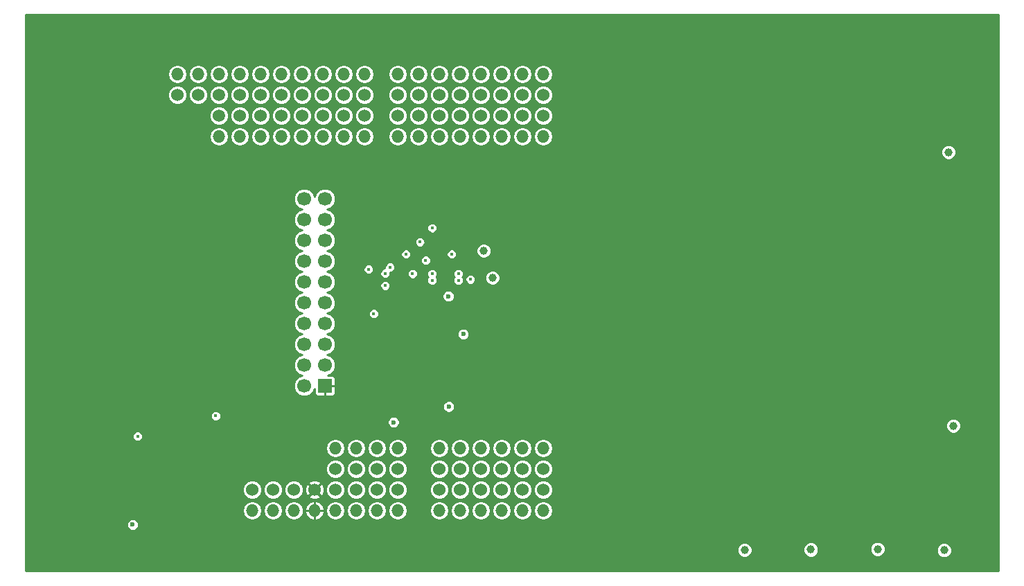
<source format=gbr>
G04 #@! TF.FileFunction,Copper,L2,Inr,Plane*
%FSLAX46Y46*%
G04 Gerber Fmt 4.6, Leading zero omitted, Abs format (unit mm)*
G04 Created by KiCad (PCBNEW 4.0.6) date Tuesday 10. October 2017 13:08:52*
%MOMM*%
%LPD*%
G01*
G04 APERTURE LIST*
%ADD10C,0.100000*%
%ADD11O,1.524000X1.524000*%
%ADD12R,1.700000X1.700000*%
%ADD13C,1.700000*%
%ADD14C,1.524000*%
%ADD15C,1.523000*%
%ADD16C,1.000000*%
%ADD17C,0.400000*%
%ADD18C,0.600000*%
%ADD19C,0.254000*%
G04 APERTURE END LIST*
D10*
D11*
X168656000Y-73660000D03*
X166116000Y-73660000D03*
X163576000Y-73660000D03*
X161036000Y-73660000D03*
X158496000Y-73660000D03*
X155956000Y-73660000D03*
X153416000Y-73660000D03*
X150876000Y-73660000D03*
X148336000Y-73660000D03*
X145796000Y-73660000D03*
X154940000Y-127000000D03*
X157480000Y-127000000D03*
X160020000Y-127000000D03*
X162560000Y-127000000D03*
X165100000Y-127000000D03*
X167640000Y-127000000D03*
X170180000Y-127000000D03*
X172720000Y-127000000D03*
X190500000Y-73660000D03*
X187960000Y-73660000D03*
X185420000Y-73660000D03*
X182880000Y-73660000D03*
X180340000Y-73660000D03*
X177800000Y-73660000D03*
X175260000Y-73660000D03*
X172720000Y-73660000D03*
X168656000Y-81280000D03*
X166116000Y-81280000D03*
X163576000Y-81280000D03*
X161036000Y-81280000D03*
X158496000Y-81280000D03*
X155956000Y-81280000D03*
X153416000Y-81280000D03*
X150876000Y-81280000D03*
X190500000Y-81280000D03*
X187960000Y-81280000D03*
X185420000Y-81280000D03*
X182880000Y-81280000D03*
X180340000Y-81280000D03*
X177800000Y-81280000D03*
X175260000Y-81280000D03*
X172720000Y-81280000D03*
X177800000Y-127000000D03*
X180340000Y-127000000D03*
X182880000Y-127000000D03*
X185420000Y-127000000D03*
X187960000Y-127000000D03*
X190500000Y-127000000D03*
X165100000Y-119380000D03*
X167640000Y-119380000D03*
X170180000Y-119380000D03*
X172720000Y-119380000D03*
X177800000Y-119380000D03*
X180340000Y-119380000D03*
X182880000Y-119380000D03*
X185420000Y-119380000D03*
X187960000Y-119380000D03*
X190500000Y-119380000D03*
D12*
X163830000Y-111760000D03*
D13*
X161290000Y-111760000D03*
X163830000Y-109220000D03*
X161290000Y-109220000D03*
X163830000Y-106680000D03*
X161290000Y-106680000D03*
X163830000Y-104140000D03*
X161290000Y-104140000D03*
X163830000Y-101600000D03*
X161290000Y-101600000D03*
X163830000Y-99060000D03*
X161290000Y-99060000D03*
X163830000Y-96520000D03*
X161290000Y-96520000D03*
X163830000Y-93980000D03*
X161290000Y-93980000D03*
X163830000Y-91440000D03*
X161290000Y-91440000D03*
X163830000Y-88900000D03*
X161290000Y-88900000D03*
D14*
X165100000Y-121920000D03*
X167640000Y-121920000D03*
X170180000Y-121920000D03*
X172720000Y-121920000D03*
X182880000Y-121920000D03*
X180340000Y-121920000D03*
X177800000Y-121920000D03*
X185420000Y-121920000D03*
X187960000Y-121920000D03*
X190500000Y-121920000D03*
D15*
X150876000Y-78740000D03*
D14*
X153416000Y-78740000D03*
X155956000Y-78740000D03*
X158496000Y-78740000D03*
X161036000Y-78740000D03*
X163576000Y-78740000D03*
X166116000Y-78740000D03*
X168656000Y-78740000D03*
X172720000Y-78740000D03*
X175260000Y-78740000D03*
X177800000Y-78740000D03*
X180340000Y-78740000D03*
X182880000Y-78740000D03*
X185420000Y-78740000D03*
X187960000Y-78740000D03*
X190500000Y-78740000D03*
X190500000Y-124460000D03*
X187960000Y-124460000D03*
X185420000Y-124460000D03*
X177800000Y-124460000D03*
X180340000Y-124460000D03*
X182880000Y-124460000D03*
X172720000Y-124460000D03*
X170180000Y-124460000D03*
X167640000Y-124460000D03*
X162560000Y-124460000D03*
X160020000Y-124460000D03*
X190500000Y-76200000D03*
X187960000Y-76200000D03*
X185420000Y-76200000D03*
X182880000Y-76200000D03*
X180340000Y-76200000D03*
X177800000Y-76200000D03*
X175260000Y-76200000D03*
X172720000Y-76200000D03*
X168656000Y-76200000D03*
X166116000Y-76200000D03*
X163576000Y-76200000D03*
X161036000Y-76200000D03*
X158496000Y-76200000D03*
X155956000Y-76200000D03*
X153416000Y-76200000D03*
D15*
X150876000Y-76200000D03*
D14*
X165100000Y-124460000D03*
X148336000Y-76200000D03*
X145796000Y-76200000D03*
X157480000Y-124460000D03*
X154940000Y-124460000D03*
D16*
X184302400Y-98552000D03*
D17*
X174523400Y-98044000D03*
X180136800Y-98856800D03*
X176936400Y-98044000D03*
X176936400Y-98856800D03*
X173736000Y-95656400D03*
X176149000Y-96418400D03*
X179324000Y-95656400D03*
X176936400Y-92456000D03*
X175437800Y-94157800D03*
D16*
X240614200Y-116636800D03*
X239496600Y-131851400D03*
X231368600Y-131699000D03*
X223215200Y-131775200D03*
X215112600Y-131826000D03*
X240030000Y-83185000D03*
D18*
X180746400Y-105435400D03*
X172212000Y-116205000D03*
X178968400Y-114300000D03*
X140335000Y-128727200D03*
D17*
X177698400Y-95656400D03*
X177723800Y-96443800D03*
X174523400Y-98856800D03*
X175387000Y-95631000D03*
X176936400Y-96418400D03*
X176123600Y-94081600D03*
X176936400Y-94107000D03*
D16*
X196824600Y-112953800D03*
X196824600Y-118110000D03*
X197078600Y-123215400D03*
X197053200Y-128041400D03*
D18*
X185140600Y-104038400D03*
X175768000Y-115925600D03*
X141351000Y-128676400D03*
D16*
X183235600Y-95250000D03*
D18*
X178917600Y-100812600D03*
D17*
X169164000Y-97510600D03*
X171196000Y-99491800D03*
X171780200Y-97256600D03*
X171196000Y-98018600D03*
X180136800Y-98044000D03*
X150469600Y-115417600D03*
X169799000Y-102946200D03*
X181610000Y-98729800D03*
X140944600Y-117932200D03*
D19*
G36*
X246149000Y-134389000D02*
X127231000Y-134389000D01*
X127231000Y-132011167D01*
X214177438Y-132011167D01*
X214319483Y-132354943D01*
X214582273Y-132618192D01*
X214925801Y-132760838D01*
X215297767Y-132761162D01*
X215641543Y-132619117D01*
X215904792Y-132356327D01*
X216047438Y-132012799D01*
X216047483Y-131960367D01*
X222280038Y-131960367D01*
X222422083Y-132304143D01*
X222684873Y-132567392D01*
X223028401Y-132710038D01*
X223400367Y-132710362D01*
X223744143Y-132568317D01*
X224007392Y-132305527D01*
X224150038Y-131961999D01*
X224150105Y-131884167D01*
X230433438Y-131884167D01*
X230575483Y-132227943D01*
X230838273Y-132491192D01*
X231181801Y-132633838D01*
X231553767Y-132634162D01*
X231897543Y-132492117D01*
X232160792Y-132229327D01*
X232240833Y-132036567D01*
X238561438Y-132036567D01*
X238703483Y-132380343D01*
X238966273Y-132643592D01*
X239309801Y-132786238D01*
X239681767Y-132786562D01*
X240025543Y-132644517D01*
X240288792Y-132381727D01*
X240431438Y-132038199D01*
X240431762Y-131666233D01*
X240289717Y-131322457D01*
X240026927Y-131059208D01*
X239683399Y-130916562D01*
X239311433Y-130916238D01*
X238967657Y-131058283D01*
X238704408Y-131321073D01*
X238561762Y-131664601D01*
X238561438Y-132036567D01*
X232240833Y-132036567D01*
X232303438Y-131885799D01*
X232303762Y-131513833D01*
X232161717Y-131170057D01*
X231898927Y-130906808D01*
X231555399Y-130764162D01*
X231183433Y-130763838D01*
X230839657Y-130905883D01*
X230576408Y-131168673D01*
X230433762Y-131512201D01*
X230433438Y-131884167D01*
X224150105Y-131884167D01*
X224150362Y-131590033D01*
X224008317Y-131246257D01*
X223745527Y-130983008D01*
X223401999Y-130840362D01*
X223030033Y-130840038D01*
X222686257Y-130982083D01*
X222423008Y-131244873D01*
X222280362Y-131588401D01*
X222280038Y-131960367D01*
X216047483Y-131960367D01*
X216047762Y-131640833D01*
X215905717Y-131297057D01*
X215642927Y-131033808D01*
X215299399Y-130891162D01*
X214927433Y-130890838D01*
X214583657Y-131032883D01*
X214320408Y-131295673D01*
X214177762Y-131639201D01*
X214177438Y-132011167D01*
X127231000Y-132011167D01*
X127231000Y-128872759D01*
X139599872Y-128872759D01*
X139711534Y-129143000D01*
X139918112Y-129349940D01*
X140188158Y-129462073D01*
X140480559Y-129462328D01*
X140750800Y-129350666D01*
X140957740Y-129144088D01*
X141069873Y-128874042D01*
X141070128Y-128581641D01*
X140958466Y-128311400D01*
X140751888Y-128104460D01*
X140481842Y-127992327D01*
X140189441Y-127992072D01*
X139919200Y-128103734D01*
X139712260Y-128310312D01*
X139600127Y-128580358D01*
X139599872Y-128872759D01*
X127231000Y-128872759D01*
X127231000Y-126976549D01*
X153743000Y-126976549D01*
X153743000Y-127023451D01*
X153834116Y-127481523D01*
X154093593Y-127869858D01*
X154481928Y-128129335D01*
X154940000Y-128220451D01*
X155398072Y-128129335D01*
X155786407Y-127869858D01*
X156045884Y-127481523D01*
X156137000Y-127023451D01*
X156137000Y-126976549D01*
X156283000Y-126976549D01*
X156283000Y-127023451D01*
X156374116Y-127481523D01*
X156633593Y-127869858D01*
X157021928Y-128129335D01*
X157480000Y-128220451D01*
X157938072Y-128129335D01*
X158326407Y-127869858D01*
X158585884Y-127481523D01*
X158677000Y-127023451D01*
X158677000Y-126976549D01*
X158823000Y-126976549D01*
X158823000Y-127023451D01*
X158914116Y-127481523D01*
X159173593Y-127869858D01*
X159561928Y-128129335D01*
X160020000Y-128220451D01*
X160478072Y-128129335D01*
X160866407Y-127869858D01*
X161125884Y-127481523D01*
X161179122Y-127213872D01*
X161382259Y-127213872D01*
X161553754Y-127648294D01*
X161878441Y-127984019D01*
X162306889Y-128169936D01*
X162346128Y-128177738D01*
X162533000Y-128087915D01*
X162533000Y-127027000D01*
X162587000Y-127027000D01*
X162587000Y-128087915D01*
X162773872Y-128177738D01*
X162813111Y-128169936D01*
X163241559Y-127984019D01*
X163566246Y-127648294D01*
X163737741Y-127213872D01*
X163647948Y-127027000D01*
X162587000Y-127027000D01*
X162533000Y-127027000D01*
X161472052Y-127027000D01*
X161382259Y-127213872D01*
X161179122Y-127213872D01*
X161217000Y-127023451D01*
X161217000Y-126976549D01*
X163903000Y-126976549D01*
X163903000Y-127023451D01*
X163994116Y-127481523D01*
X164253593Y-127869858D01*
X164641928Y-128129335D01*
X165100000Y-128220451D01*
X165558072Y-128129335D01*
X165946407Y-127869858D01*
X166205884Y-127481523D01*
X166297000Y-127023451D01*
X166297000Y-126976549D01*
X166443000Y-126976549D01*
X166443000Y-127023451D01*
X166534116Y-127481523D01*
X166793593Y-127869858D01*
X167181928Y-128129335D01*
X167640000Y-128220451D01*
X168098072Y-128129335D01*
X168486407Y-127869858D01*
X168745884Y-127481523D01*
X168837000Y-127023451D01*
X168837000Y-126976549D01*
X168983000Y-126976549D01*
X168983000Y-127023451D01*
X169074116Y-127481523D01*
X169333593Y-127869858D01*
X169721928Y-128129335D01*
X170180000Y-128220451D01*
X170638072Y-128129335D01*
X171026407Y-127869858D01*
X171285884Y-127481523D01*
X171377000Y-127023451D01*
X171377000Y-126976549D01*
X171523000Y-126976549D01*
X171523000Y-127023451D01*
X171614116Y-127481523D01*
X171873593Y-127869858D01*
X172261928Y-128129335D01*
X172720000Y-128220451D01*
X173178072Y-128129335D01*
X173566407Y-127869858D01*
X173825884Y-127481523D01*
X173917000Y-127023451D01*
X173917000Y-126976549D01*
X176603000Y-126976549D01*
X176603000Y-127023451D01*
X176694116Y-127481523D01*
X176953593Y-127869858D01*
X177341928Y-128129335D01*
X177800000Y-128220451D01*
X178258072Y-128129335D01*
X178646407Y-127869858D01*
X178905884Y-127481523D01*
X178997000Y-127023451D01*
X178997000Y-126976549D01*
X179143000Y-126976549D01*
X179143000Y-127023451D01*
X179234116Y-127481523D01*
X179493593Y-127869858D01*
X179881928Y-128129335D01*
X180340000Y-128220451D01*
X180798072Y-128129335D01*
X181186407Y-127869858D01*
X181445884Y-127481523D01*
X181537000Y-127023451D01*
X181537000Y-126976549D01*
X181683000Y-126976549D01*
X181683000Y-127023451D01*
X181774116Y-127481523D01*
X182033593Y-127869858D01*
X182421928Y-128129335D01*
X182880000Y-128220451D01*
X183338072Y-128129335D01*
X183726407Y-127869858D01*
X183985884Y-127481523D01*
X184077000Y-127023451D01*
X184077000Y-126976549D01*
X184223000Y-126976549D01*
X184223000Y-127023451D01*
X184314116Y-127481523D01*
X184573593Y-127869858D01*
X184961928Y-128129335D01*
X185420000Y-128220451D01*
X185878072Y-128129335D01*
X186266407Y-127869858D01*
X186525884Y-127481523D01*
X186617000Y-127023451D01*
X186617000Y-126976549D01*
X186763000Y-126976549D01*
X186763000Y-127023451D01*
X186854116Y-127481523D01*
X187113593Y-127869858D01*
X187501928Y-128129335D01*
X187960000Y-128220451D01*
X188418072Y-128129335D01*
X188806407Y-127869858D01*
X189065884Y-127481523D01*
X189157000Y-127023451D01*
X189157000Y-126976549D01*
X189303000Y-126976549D01*
X189303000Y-127023451D01*
X189394116Y-127481523D01*
X189653593Y-127869858D01*
X190041928Y-128129335D01*
X190500000Y-128220451D01*
X190958072Y-128129335D01*
X191346407Y-127869858D01*
X191605884Y-127481523D01*
X191697000Y-127023451D01*
X191697000Y-126976549D01*
X191605884Y-126518477D01*
X191346407Y-126130142D01*
X190958072Y-125870665D01*
X190500000Y-125779549D01*
X190041928Y-125870665D01*
X189653593Y-126130142D01*
X189394116Y-126518477D01*
X189303000Y-126976549D01*
X189157000Y-126976549D01*
X189065884Y-126518477D01*
X188806407Y-126130142D01*
X188418072Y-125870665D01*
X187960000Y-125779549D01*
X187501928Y-125870665D01*
X187113593Y-126130142D01*
X186854116Y-126518477D01*
X186763000Y-126976549D01*
X186617000Y-126976549D01*
X186525884Y-126518477D01*
X186266407Y-126130142D01*
X185878072Y-125870665D01*
X185420000Y-125779549D01*
X184961928Y-125870665D01*
X184573593Y-126130142D01*
X184314116Y-126518477D01*
X184223000Y-126976549D01*
X184077000Y-126976549D01*
X183985884Y-126518477D01*
X183726407Y-126130142D01*
X183338072Y-125870665D01*
X182880000Y-125779549D01*
X182421928Y-125870665D01*
X182033593Y-126130142D01*
X181774116Y-126518477D01*
X181683000Y-126976549D01*
X181537000Y-126976549D01*
X181445884Y-126518477D01*
X181186407Y-126130142D01*
X180798072Y-125870665D01*
X180340000Y-125779549D01*
X179881928Y-125870665D01*
X179493593Y-126130142D01*
X179234116Y-126518477D01*
X179143000Y-126976549D01*
X178997000Y-126976549D01*
X178905884Y-126518477D01*
X178646407Y-126130142D01*
X178258072Y-125870665D01*
X177800000Y-125779549D01*
X177341928Y-125870665D01*
X176953593Y-126130142D01*
X176694116Y-126518477D01*
X176603000Y-126976549D01*
X173917000Y-126976549D01*
X173825884Y-126518477D01*
X173566407Y-126130142D01*
X173178072Y-125870665D01*
X172720000Y-125779549D01*
X172261928Y-125870665D01*
X171873593Y-126130142D01*
X171614116Y-126518477D01*
X171523000Y-126976549D01*
X171377000Y-126976549D01*
X171285884Y-126518477D01*
X171026407Y-126130142D01*
X170638072Y-125870665D01*
X170180000Y-125779549D01*
X169721928Y-125870665D01*
X169333593Y-126130142D01*
X169074116Y-126518477D01*
X168983000Y-126976549D01*
X168837000Y-126976549D01*
X168745884Y-126518477D01*
X168486407Y-126130142D01*
X168098072Y-125870665D01*
X167640000Y-125779549D01*
X167181928Y-125870665D01*
X166793593Y-126130142D01*
X166534116Y-126518477D01*
X166443000Y-126976549D01*
X166297000Y-126976549D01*
X166205884Y-126518477D01*
X165946407Y-126130142D01*
X165558072Y-125870665D01*
X165100000Y-125779549D01*
X164641928Y-125870665D01*
X164253593Y-126130142D01*
X163994116Y-126518477D01*
X163903000Y-126976549D01*
X161217000Y-126976549D01*
X161179123Y-126786128D01*
X161382259Y-126786128D01*
X161472052Y-126973000D01*
X162533000Y-126973000D01*
X162533000Y-125912085D01*
X162587000Y-125912085D01*
X162587000Y-126973000D01*
X163647948Y-126973000D01*
X163737741Y-126786128D01*
X163566246Y-126351706D01*
X163241559Y-126015981D01*
X162813111Y-125830064D01*
X162773872Y-125822262D01*
X162587000Y-125912085D01*
X162533000Y-125912085D01*
X162346128Y-125822262D01*
X162306889Y-125830064D01*
X161878441Y-126015981D01*
X161553754Y-126351706D01*
X161382259Y-126786128D01*
X161179123Y-126786128D01*
X161125884Y-126518477D01*
X160866407Y-126130142D01*
X160478072Y-125870665D01*
X160020000Y-125779549D01*
X159561928Y-125870665D01*
X159173593Y-126130142D01*
X158914116Y-126518477D01*
X158823000Y-126976549D01*
X158677000Y-126976549D01*
X158585884Y-126518477D01*
X158326407Y-126130142D01*
X157938072Y-125870665D01*
X157480000Y-125779549D01*
X157021928Y-125870665D01*
X156633593Y-126130142D01*
X156374116Y-126518477D01*
X156283000Y-126976549D01*
X156137000Y-126976549D01*
X156045884Y-126518477D01*
X155786407Y-126130142D01*
X155398072Y-125870665D01*
X154940000Y-125779549D01*
X154481928Y-125870665D01*
X154093593Y-126130142D01*
X153834116Y-126518477D01*
X153743000Y-126976549D01*
X127231000Y-126976549D01*
X127231000Y-124697054D01*
X153742792Y-124697054D01*
X153924641Y-125137160D01*
X154261068Y-125474176D01*
X154700857Y-125656792D01*
X155177054Y-125657208D01*
X155617160Y-125475359D01*
X155954176Y-125138932D01*
X156136792Y-124699143D01*
X156136793Y-124697054D01*
X156282792Y-124697054D01*
X156464641Y-125137160D01*
X156801068Y-125474176D01*
X157240857Y-125656792D01*
X157717054Y-125657208D01*
X158157160Y-125475359D01*
X158494176Y-125138932D01*
X158676792Y-124699143D01*
X158676793Y-124697054D01*
X158822792Y-124697054D01*
X159004641Y-125137160D01*
X159341068Y-125474176D01*
X159780857Y-125656792D01*
X160257054Y-125657208D01*
X160697160Y-125475359D01*
X160907936Y-125264951D01*
X161793232Y-125264951D01*
X161864656Y-125462993D01*
X162301415Y-125652742D01*
X162777541Y-125660906D01*
X163220549Y-125486243D01*
X163255344Y-125462993D01*
X163326768Y-125264951D01*
X162560000Y-124498184D01*
X161793232Y-125264951D01*
X160907936Y-125264951D01*
X161034176Y-125138932D01*
X161216792Y-124699143D01*
X161216810Y-124677541D01*
X161359094Y-124677541D01*
X161533757Y-125120549D01*
X161557007Y-125155344D01*
X161755049Y-125226768D01*
X162521816Y-124460000D01*
X162598184Y-124460000D01*
X163364951Y-125226768D01*
X163562993Y-125155344D01*
X163752742Y-124718585D01*
X163753111Y-124697054D01*
X163902792Y-124697054D01*
X164084641Y-125137160D01*
X164421068Y-125474176D01*
X164860857Y-125656792D01*
X165337054Y-125657208D01*
X165777160Y-125475359D01*
X166114176Y-125138932D01*
X166296792Y-124699143D01*
X166296793Y-124697054D01*
X166442792Y-124697054D01*
X166624641Y-125137160D01*
X166961068Y-125474176D01*
X167400857Y-125656792D01*
X167877054Y-125657208D01*
X168317160Y-125475359D01*
X168654176Y-125138932D01*
X168836792Y-124699143D01*
X168836793Y-124697054D01*
X168982792Y-124697054D01*
X169164641Y-125137160D01*
X169501068Y-125474176D01*
X169940857Y-125656792D01*
X170417054Y-125657208D01*
X170857160Y-125475359D01*
X171194176Y-125138932D01*
X171376792Y-124699143D01*
X171376793Y-124697054D01*
X171522792Y-124697054D01*
X171704641Y-125137160D01*
X172041068Y-125474176D01*
X172480857Y-125656792D01*
X172957054Y-125657208D01*
X173397160Y-125475359D01*
X173734176Y-125138932D01*
X173916792Y-124699143D01*
X173916793Y-124697054D01*
X176602792Y-124697054D01*
X176784641Y-125137160D01*
X177121068Y-125474176D01*
X177560857Y-125656792D01*
X178037054Y-125657208D01*
X178477160Y-125475359D01*
X178814176Y-125138932D01*
X178996792Y-124699143D01*
X178996793Y-124697054D01*
X179142792Y-124697054D01*
X179324641Y-125137160D01*
X179661068Y-125474176D01*
X180100857Y-125656792D01*
X180577054Y-125657208D01*
X181017160Y-125475359D01*
X181354176Y-125138932D01*
X181536792Y-124699143D01*
X181536793Y-124697054D01*
X181682792Y-124697054D01*
X181864641Y-125137160D01*
X182201068Y-125474176D01*
X182640857Y-125656792D01*
X183117054Y-125657208D01*
X183557160Y-125475359D01*
X183894176Y-125138932D01*
X184076792Y-124699143D01*
X184076793Y-124697054D01*
X184222792Y-124697054D01*
X184404641Y-125137160D01*
X184741068Y-125474176D01*
X185180857Y-125656792D01*
X185657054Y-125657208D01*
X186097160Y-125475359D01*
X186434176Y-125138932D01*
X186616792Y-124699143D01*
X186616793Y-124697054D01*
X186762792Y-124697054D01*
X186944641Y-125137160D01*
X187281068Y-125474176D01*
X187720857Y-125656792D01*
X188197054Y-125657208D01*
X188637160Y-125475359D01*
X188974176Y-125138932D01*
X189156792Y-124699143D01*
X189156793Y-124697054D01*
X189302792Y-124697054D01*
X189484641Y-125137160D01*
X189821068Y-125474176D01*
X190260857Y-125656792D01*
X190737054Y-125657208D01*
X191177160Y-125475359D01*
X191514176Y-125138932D01*
X191696792Y-124699143D01*
X191697208Y-124222946D01*
X191515359Y-123782840D01*
X191178932Y-123445824D01*
X190739143Y-123263208D01*
X190262946Y-123262792D01*
X189822840Y-123444641D01*
X189485824Y-123781068D01*
X189303208Y-124220857D01*
X189302792Y-124697054D01*
X189156793Y-124697054D01*
X189157208Y-124222946D01*
X188975359Y-123782840D01*
X188638932Y-123445824D01*
X188199143Y-123263208D01*
X187722946Y-123262792D01*
X187282840Y-123444641D01*
X186945824Y-123781068D01*
X186763208Y-124220857D01*
X186762792Y-124697054D01*
X186616793Y-124697054D01*
X186617208Y-124222946D01*
X186435359Y-123782840D01*
X186098932Y-123445824D01*
X185659143Y-123263208D01*
X185182946Y-123262792D01*
X184742840Y-123444641D01*
X184405824Y-123781068D01*
X184223208Y-124220857D01*
X184222792Y-124697054D01*
X184076793Y-124697054D01*
X184077208Y-124222946D01*
X183895359Y-123782840D01*
X183558932Y-123445824D01*
X183119143Y-123263208D01*
X182642946Y-123262792D01*
X182202840Y-123444641D01*
X181865824Y-123781068D01*
X181683208Y-124220857D01*
X181682792Y-124697054D01*
X181536793Y-124697054D01*
X181537208Y-124222946D01*
X181355359Y-123782840D01*
X181018932Y-123445824D01*
X180579143Y-123263208D01*
X180102946Y-123262792D01*
X179662840Y-123444641D01*
X179325824Y-123781068D01*
X179143208Y-124220857D01*
X179142792Y-124697054D01*
X178996793Y-124697054D01*
X178997208Y-124222946D01*
X178815359Y-123782840D01*
X178478932Y-123445824D01*
X178039143Y-123263208D01*
X177562946Y-123262792D01*
X177122840Y-123444641D01*
X176785824Y-123781068D01*
X176603208Y-124220857D01*
X176602792Y-124697054D01*
X173916793Y-124697054D01*
X173917208Y-124222946D01*
X173735359Y-123782840D01*
X173398932Y-123445824D01*
X172959143Y-123263208D01*
X172482946Y-123262792D01*
X172042840Y-123444641D01*
X171705824Y-123781068D01*
X171523208Y-124220857D01*
X171522792Y-124697054D01*
X171376793Y-124697054D01*
X171377208Y-124222946D01*
X171195359Y-123782840D01*
X170858932Y-123445824D01*
X170419143Y-123263208D01*
X169942946Y-123262792D01*
X169502840Y-123444641D01*
X169165824Y-123781068D01*
X168983208Y-124220857D01*
X168982792Y-124697054D01*
X168836793Y-124697054D01*
X168837208Y-124222946D01*
X168655359Y-123782840D01*
X168318932Y-123445824D01*
X167879143Y-123263208D01*
X167402946Y-123262792D01*
X166962840Y-123444641D01*
X166625824Y-123781068D01*
X166443208Y-124220857D01*
X166442792Y-124697054D01*
X166296793Y-124697054D01*
X166297208Y-124222946D01*
X166115359Y-123782840D01*
X165778932Y-123445824D01*
X165339143Y-123263208D01*
X164862946Y-123262792D01*
X164422840Y-123444641D01*
X164085824Y-123781068D01*
X163903208Y-124220857D01*
X163902792Y-124697054D01*
X163753111Y-124697054D01*
X163760906Y-124242459D01*
X163586243Y-123799451D01*
X163562993Y-123764656D01*
X163364951Y-123693232D01*
X162598184Y-124460000D01*
X162521816Y-124460000D01*
X161755049Y-123693232D01*
X161557007Y-123764656D01*
X161367258Y-124201415D01*
X161359094Y-124677541D01*
X161216810Y-124677541D01*
X161217208Y-124222946D01*
X161035359Y-123782840D01*
X160907792Y-123655049D01*
X161793232Y-123655049D01*
X162560000Y-124421816D01*
X163326768Y-123655049D01*
X163255344Y-123457007D01*
X162818585Y-123267258D01*
X162342459Y-123259094D01*
X161899451Y-123433757D01*
X161864656Y-123457007D01*
X161793232Y-123655049D01*
X160907792Y-123655049D01*
X160698932Y-123445824D01*
X160259143Y-123263208D01*
X159782946Y-123262792D01*
X159342840Y-123444641D01*
X159005824Y-123781068D01*
X158823208Y-124220857D01*
X158822792Y-124697054D01*
X158676793Y-124697054D01*
X158677208Y-124222946D01*
X158495359Y-123782840D01*
X158158932Y-123445824D01*
X157719143Y-123263208D01*
X157242946Y-123262792D01*
X156802840Y-123444641D01*
X156465824Y-123781068D01*
X156283208Y-124220857D01*
X156282792Y-124697054D01*
X156136793Y-124697054D01*
X156137208Y-124222946D01*
X155955359Y-123782840D01*
X155618932Y-123445824D01*
X155179143Y-123263208D01*
X154702946Y-123262792D01*
X154262840Y-123444641D01*
X153925824Y-123781068D01*
X153743208Y-124220857D01*
X153742792Y-124697054D01*
X127231000Y-124697054D01*
X127231000Y-122157054D01*
X163902792Y-122157054D01*
X164084641Y-122597160D01*
X164421068Y-122934176D01*
X164860857Y-123116792D01*
X165337054Y-123117208D01*
X165777160Y-122935359D01*
X166114176Y-122598932D01*
X166296792Y-122159143D01*
X166296793Y-122157054D01*
X166442792Y-122157054D01*
X166624641Y-122597160D01*
X166961068Y-122934176D01*
X167400857Y-123116792D01*
X167877054Y-123117208D01*
X168317160Y-122935359D01*
X168654176Y-122598932D01*
X168836792Y-122159143D01*
X168836793Y-122157054D01*
X168982792Y-122157054D01*
X169164641Y-122597160D01*
X169501068Y-122934176D01*
X169940857Y-123116792D01*
X170417054Y-123117208D01*
X170857160Y-122935359D01*
X171194176Y-122598932D01*
X171376792Y-122159143D01*
X171376793Y-122157054D01*
X171522792Y-122157054D01*
X171704641Y-122597160D01*
X172041068Y-122934176D01*
X172480857Y-123116792D01*
X172957054Y-123117208D01*
X173397160Y-122935359D01*
X173734176Y-122598932D01*
X173916792Y-122159143D01*
X173916793Y-122157054D01*
X176602792Y-122157054D01*
X176784641Y-122597160D01*
X177121068Y-122934176D01*
X177560857Y-123116792D01*
X178037054Y-123117208D01*
X178477160Y-122935359D01*
X178814176Y-122598932D01*
X178996792Y-122159143D01*
X178996793Y-122157054D01*
X179142792Y-122157054D01*
X179324641Y-122597160D01*
X179661068Y-122934176D01*
X180100857Y-123116792D01*
X180577054Y-123117208D01*
X181017160Y-122935359D01*
X181354176Y-122598932D01*
X181536792Y-122159143D01*
X181536793Y-122157054D01*
X181682792Y-122157054D01*
X181864641Y-122597160D01*
X182201068Y-122934176D01*
X182640857Y-123116792D01*
X183117054Y-123117208D01*
X183557160Y-122935359D01*
X183894176Y-122598932D01*
X184076792Y-122159143D01*
X184076793Y-122157054D01*
X184222792Y-122157054D01*
X184404641Y-122597160D01*
X184741068Y-122934176D01*
X185180857Y-123116792D01*
X185657054Y-123117208D01*
X186097160Y-122935359D01*
X186434176Y-122598932D01*
X186616792Y-122159143D01*
X186616793Y-122157054D01*
X186762792Y-122157054D01*
X186944641Y-122597160D01*
X187281068Y-122934176D01*
X187720857Y-123116792D01*
X188197054Y-123117208D01*
X188637160Y-122935359D01*
X188974176Y-122598932D01*
X189156792Y-122159143D01*
X189156793Y-122157054D01*
X189302792Y-122157054D01*
X189484641Y-122597160D01*
X189821068Y-122934176D01*
X190260857Y-123116792D01*
X190737054Y-123117208D01*
X191177160Y-122935359D01*
X191514176Y-122598932D01*
X191696792Y-122159143D01*
X191697208Y-121682946D01*
X191515359Y-121242840D01*
X191178932Y-120905824D01*
X190739143Y-120723208D01*
X190262946Y-120722792D01*
X189822840Y-120904641D01*
X189485824Y-121241068D01*
X189303208Y-121680857D01*
X189302792Y-122157054D01*
X189156793Y-122157054D01*
X189157208Y-121682946D01*
X188975359Y-121242840D01*
X188638932Y-120905824D01*
X188199143Y-120723208D01*
X187722946Y-120722792D01*
X187282840Y-120904641D01*
X186945824Y-121241068D01*
X186763208Y-121680857D01*
X186762792Y-122157054D01*
X186616793Y-122157054D01*
X186617208Y-121682946D01*
X186435359Y-121242840D01*
X186098932Y-120905824D01*
X185659143Y-120723208D01*
X185182946Y-120722792D01*
X184742840Y-120904641D01*
X184405824Y-121241068D01*
X184223208Y-121680857D01*
X184222792Y-122157054D01*
X184076793Y-122157054D01*
X184077208Y-121682946D01*
X183895359Y-121242840D01*
X183558932Y-120905824D01*
X183119143Y-120723208D01*
X182642946Y-120722792D01*
X182202840Y-120904641D01*
X181865824Y-121241068D01*
X181683208Y-121680857D01*
X181682792Y-122157054D01*
X181536793Y-122157054D01*
X181537208Y-121682946D01*
X181355359Y-121242840D01*
X181018932Y-120905824D01*
X180579143Y-120723208D01*
X180102946Y-120722792D01*
X179662840Y-120904641D01*
X179325824Y-121241068D01*
X179143208Y-121680857D01*
X179142792Y-122157054D01*
X178996793Y-122157054D01*
X178997208Y-121682946D01*
X178815359Y-121242840D01*
X178478932Y-120905824D01*
X178039143Y-120723208D01*
X177562946Y-120722792D01*
X177122840Y-120904641D01*
X176785824Y-121241068D01*
X176603208Y-121680857D01*
X176602792Y-122157054D01*
X173916793Y-122157054D01*
X173917208Y-121682946D01*
X173735359Y-121242840D01*
X173398932Y-120905824D01*
X172959143Y-120723208D01*
X172482946Y-120722792D01*
X172042840Y-120904641D01*
X171705824Y-121241068D01*
X171523208Y-121680857D01*
X171522792Y-122157054D01*
X171376793Y-122157054D01*
X171377208Y-121682946D01*
X171195359Y-121242840D01*
X170858932Y-120905824D01*
X170419143Y-120723208D01*
X169942946Y-120722792D01*
X169502840Y-120904641D01*
X169165824Y-121241068D01*
X168983208Y-121680857D01*
X168982792Y-122157054D01*
X168836793Y-122157054D01*
X168837208Y-121682946D01*
X168655359Y-121242840D01*
X168318932Y-120905824D01*
X167879143Y-120723208D01*
X167402946Y-120722792D01*
X166962840Y-120904641D01*
X166625824Y-121241068D01*
X166443208Y-121680857D01*
X166442792Y-122157054D01*
X166296793Y-122157054D01*
X166297208Y-121682946D01*
X166115359Y-121242840D01*
X165778932Y-120905824D01*
X165339143Y-120723208D01*
X164862946Y-120722792D01*
X164422840Y-120904641D01*
X164085824Y-121241068D01*
X163903208Y-121680857D01*
X163902792Y-122157054D01*
X127231000Y-122157054D01*
X127231000Y-119356549D01*
X163903000Y-119356549D01*
X163903000Y-119403451D01*
X163994116Y-119861523D01*
X164253593Y-120249858D01*
X164641928Y-120509335D01*
X165100000Y-120600451D01*
X165558072Y-120509335D01*
X165946407Y-120249858D01*
X166205884Y-119861523D01*
X166297000Y-119403451D01*
X166297000Y-119356549D01*
X166443000Y-119356549D01*
X166443000Y-119403451D01*
X166534116Y-119861523D01*
X166793593Y-120249858D01*
X167181928Y-120509335D01*
X167640000Y-120600451D01*
X168098072Y-120509335D01*
X168486407Y-120249858D01*
X168745884Y-119861523D01*
X168837000Y-119403451D01*
X168837000Y-119356549D01*
X168983000Y-119356549D01*
X168983000Y-119403451D01*
X169074116Y-119861523D01*
X169333593Y-120249858D01*
X169721928Y-120509335D01*
X170180000Y-120600451D01*
X170638072Y-120509335D01*
X171026407Y-120249858D01*
X171285884Y-119861523D01*
X171377000Y-119403451D01*
X171377000Y-119356549D01*
X171523000Y-119356549D01*
X171523000Y-119403451D01*
X171614116Y-119861523D01*
X171873593Y-120249858D01*
X172261928Y-120509335D01*
X172720000Y-120600451D01*
X173178072Y-120509335D01*
X173566407Y-120249858D01*
X173825884Y-119861523D01*
X173917000Y-119403451D01*
X173917000Y-119356549D01*
X176603000Y-119356549D01*
X176603000Y-119403451D01*
X176694116Y-119861523D01*
X176953593Y-120249858D01*
X177341928Y-120509335D01*
X177800000Y-120600451D01*
X178258072Y-120509335D01*
X178646407Y-120249858D01*
X178905884Y-119861523D01*
X178997000Y-119403451D01*
X178997000Y-119356549D01*
X179143000Y-119356549D01*
X179143000Y-119403451D01*
X179234116Y-119861523D01*
X179493593Y-120249858D01*
X179881928Y-120509335D01*
X180340000Y-120600451D01*
X180798072Y-120509335D01*
X181186407Y-120249858D01*
X181445884Y-119861523D01*
X181537000Y-119403451D01*
X181537000Y-119356549D01*
X181683000Y-119356549D01*
X181683000Y-119403451D01*
X181774116Y-119861523D01*
X182033593Y-120249858D01*
X182421928Y-120509335D01*
X182880000Y-120600451D01*
X183338072Y-120509335D01*
X183726407Y-120249858D01*
X183985884Y-119861523D01*
X184077000Y-119403451D01*
X184077000Y-119356549D01*
X184223000Y-119356549D01*
X184223000Y-119403451D01*
X184314116Y-119861523D01*
X184573593Y-120249858D01*
X184961928Y-120509335D01*
X185420000Y-120600451D01*
X185878072Y-120509335D01*
X186266407Y-120249858D01*
X186525884Y-119861523D01*
X186617000Y-119403451D01*
X186617000Y-119356549D01*
X186763000Y-119356549D01*
X186763000Y-119403451D01*
X186854116Y-119861523D01*
X187113593Y-120249858D01*
X187501928Y-120509335D01*
X187960000Y-120600451D01*
X188418072Y-120509335D01*
X188806407Y-120249858D01*
X189065884Y-119861523D01*
X189157000Y-119403451D01*
X189157000Y-119356549D01*
X189303000Y-119356549D01*
X189303000Y-119403451D01*
X189394116Y-119861523D01*
X189653593Y-120249858D01*
X190041928Y-120509335D01*
X190500000Y-120600451D01*
X190958072Y-120509335D01*
X191346407Y-120249858D01*
X191605884Y-119861523D01*
X191697000Y-119403451D01*
X191697000Y-119356549D01*
X191605884Y-118898477D01*
X191346407Y-118510142D01*
X190958072Y-118250665D01*
X190500000Y-118159549D01*
X190041928Y-118250665D01*
X189653593Y-118510142D01*
X189394116Y-118898477D01*
X189303000Y-119356549D01*
X189157000Y-119356549D01*
X189065884Y-118898477D01*
X188806407Y-118510142D01*
X188418072Y-118250665D01*
X187960000Y-118159549D01*
X187501928Y-118250665D01*
X187113593Y-118510142D01*
X186854116Y-118898477D01*
X186763000Y-119356549D01*
X186617000Y-119356549D01*
X186525884Y-118898477D01*
X186266407Y-118510142D01*
X185878072Y-118250665D01*
X185420000Y-118159549D01*
X184961928Y-118250665D01*
X184573593Y-118510142D01*
X184314116Y-118898477D01*
X184223000Y-119356549D01*
X184077000Y-119356549D01*
X183985884Y-118898477D01*
X183726407Y-118510142D01*
X183338072Y-118250665D01*
X182880000Y-118159549D01*
X182421928Y-118250665D01*
X182033593Y-118510142D01*
X181774116Y-118898477D01*
X181683000Y-119356549D01*
X181537000Y-119356549D01*
X181445884Y-118898477D01*
X181186407Y-118510142D01*
X180798072Y-118250665D01*
X180340000Y-118159549D01*
X179881928Y-118250665D01*
X179493593Y-118510142D01*
X179234116Y-118898477D01*
X179143000Y-119356549D01*
X178997000Y-119356549D01*
X178905884Y-118898477D01*
X178646407Y-118510142D01*
X178258072Y-118250665D01*
X177800000Y-118159549D01*
X177341928Y-118250665D01*
X176953593Y-118510142D01*
X176694116Y-118898477D01*
X176603000Y-119356549D01*
X173917000Y-119356549D01*
X173825884Y-118898477D01*
X173566407Y-118510142D01*
X173178072Y-118250665D01*
X172720000Y-118159549D01*
X172261928Y-118250665D01*
X171873593Y-118510142D01*
X171614116Y-118898477D01*
X171523000Y-119356549D01*
X171377000Y-119356549D01*
X171285884Y-118898477D01*
X171026407Y-118510142D01*
X170638072Y-118250665D01*
X170180000Y-118159549D01*
X169721928Y-118250665D01*
X169333593Y-118510142D01*
X169074116Y-118898477D01*
X168983000Y-119356549D01*
X168837000Y-119356549D01*
X168745884Y-118898477D01*
X168486407Y-118510142D01*
X168098072Y-118250665D01*
X167640000Y-118159549D01*
X167181928Y-118250665D01*
X166793593Y-118510142D01*
X166534116Y-118898477D01*
X166443000Y-119356549D01*
X166297000Y-119356549D01*
X166205884Y-118898477D01*
X165946407Y-118510142D01*
X165558072Y-118250665D01*
X165100000Y-118159549D01*
X164641928Y-118250665D01*
X164253593Y-118510142D01*
X163994116Y-118898477D01*
X163903000Y-119356549D01*
X127231000Y-119356549D01*
X127231000Y-118057955D01*
X140309490Y-118057955D01*
X140405960Y-118291428D01*
X140584432Y-118470213D01*
X140817737Y-118567089D01*
X141070355Y-118567310D01*
X141303828Y-118470840D01*
X141482613Y-118292368D01*
X141579489Y-118059063D01*
X141579710Y-117806445D01*
X141483240Y-117572972D01*
X141304768Y-117394187D01*
X141071463Y-117297311D01*
X140818845Y-117297090D01*
X140585372Y-117393560D01*
X140406587Y-117572032D01*
X140309711Y-117805337D01*
X140309490Y-118057955D01*
X127231000Y-118057955D01*
X127231000Y-116350559D01*
X171476872Y-116350559D01*
X171588534Y-116620800D01*
X171795112Y-116827740D01*
X172065158Y-116939873D01*
X172357559Y-116940128D01*
X172627800Y-116828466D01*
X172634310Y-116821967D01*
X239679038Y-116821967D01*
X239821083Y-117165743D01*
X240083873Y-117428992D01*
X240427401Y-117571638D01*
X240799367Y-117571962D01*
X241143143Y-117429917D01*
X241406392Y-117167127D01*
X241549038Y-116823599D01*
X241549362Y-116451633D01*
X241407317Y-116107857D01*
X241144527Y-115844608D01*
X240800999Y-115701962D01*
X240429033Y-115701638D01*
X240085257Y-115843683D01*
X239822008Y-116106473D01*
X239679362Y-116450001D01*
X239679038Y-116821967D01*
X172634310Y-116821967D01*
X172834740Y-116621888D01*
X172946873Y-116351842D01*
X172947128Y-116059441D01*
X172835466Y-115789200D01*
X172628888Y-115582260D01*
X172358842Y-115470127D01*
X172066441Y-115469872D01*
X171796200Y-115581534D01*
X171589260Y-115788112D01*
X171477127Y-116058158D01*
X171476872Y-116350559D01*
X127231000Y-116350559D01*
X127231000Y-115543355D01*
X149834490Y-115543355D01*
X149930960Y-115776828D01*
X150109432Y-115955613D01*
X150342737Y-116052489D01*
X150595355Y-116052710D01*
X150828828Y-115956240D01*
X151007613Y-115777768D01*
X151104489Y-115544463D01*
X151104710Y-115291845D01*
X151008240Y-115058372D01*
X150829768Y-114879587D01*
X150596463Y-114782711D01*
X150343845Y-114782490D01*
X150110372Y-114878960D01*
X149931587Y-115057432D01*
X149834711Y-115290737D01*
X149834490Y-115543355D01*
X127231000Y-115543355D01*
X127231000Y-114445559D01*
X178233272Y-114445559D01*
X178344934Y-114715800D01*
X178551512Y-114922740D01*
X178821558Y-115034873D01*
X179113959Y-115035128D01*
X179384200Y-114923466D01*
X179591140Y-114716888D01*
X179703273Y-114446842D01*
X179703528Y-114154441D01*
X179591866Y-113884200D01*
X179385288Y-113677260D01*
X179115242Y-113565127D01*
X178822841Y-113564872D01*
X178552600Y-113676534D01*
X178345660Y-113883112D01*
X178233527Y-114153158D01*
X178233272Y-114445559D01*
X127231000Y-114445559D01*
X127231000Y-89154481D01*
X160004777Y-89154481D01*
X160199995Y-89626943D01*
X160561155Y-89988735D01*
X160998182Y-90170205D01*
X160563057Y-90349995D01*
X160201265Y-90711155D01*
X160005223Y-91183276D01*
X160004777Y-91694481D01*
X160199995Y-92166943D01*
X160561155Y-92528735D01*
X160998182Y-92710205D01*
X160563057Y-92889995D01*
X160201265Y-93251155D01*
X160005223Y-93723276D01*
X160004777Y-94234481D01*
X160199995Y-94706943D01*
X160561155Y-95068735D01*
X160998182Y-95250205D01*
X160563057Y-95429995D01*
X160201265Y-95791155D01*
X160005223Y-96263276D01*
X160004777Y-96774481D01*
X160199995Y-97246943D01*
X160561155Y-97608735D01*
X160998182Y-97790205D01*
X160563057Y-97969995D01*
X160201265Y-98331155D01*
X160005223Y-98803276D01*
X160004777Y-99314481D01*
X160199995Y-99786943D01*
X160561155Y-100148735D01*
X160998182Y-100330205D01*
X160563057Y-100509995D01*
X160201265Y-100871155D01*
X160005223Y-101343276D01*
X160004777Y-101854481D01*
X160199995Y-102326943D01*
X160561155Y-102688735D01*
X160998182Y-102870205D01*
X160563057Y-103049995D01*
X160201265Y-103411155D01*
X160005223Y-103883276D01*
X160004777Y-104394481D01*
X160199995Y-104866943D01*
X160561155Y-105228735D01*
X160998182Y-105410205D01*
X160563057Y-105589995D01*
X160201265Y-105951155D01*
X160005223Y-106423276D01*
X160004777Y-106934481D01*
X160199995Y-107406943D01*
X160561155Y-107768735D01*
X160998182Y-107950205D01*
X160563057Y-108129995D01*
X160201265Y-108491155D01*
X160005223Y-108963276D01*
X160004777Y-109474481D01*
X160199995Y-109946943D01*
X160561155Y-110308735D01*
X160998182Y-110490205D01*
X160563057Y-110669995D01*
X160201265Y-111031155D01*
X160005223Y-111503276D01*
X160004777Y-112014481D01*
X160199995Y-112486943D01*
X160561155Y-112848735D01*
X161033276Y-113044777D01*
X161544481Y-113045223D01*
X162016943Y-112850005D01*
X162378735Y-112488845D01*
X162545000Y-112088435D01*
X162545000Y-112696527D01*
X162611225Y-112856408D01*
X162733592Y-112978775D01*
X162893473Y-113045000D01*
X163694250Y-113045000D01*
X163803000Y-112936250D01*
X163803000Y-111787000D01*
X163857000Y-111787000D01*
X163857000Y-112936250D01*
X163965750Y-113045000D01*
X164766527Y-113045000D01*
X164926408Y-112978775D01*
X165048775Y-112856408D01*
X165115000Y-112696527D01*
X165115000Y-111895750D01*
X165006250Y-111787000D01*
X163857000Y-111787000D01*
X163803000Y-111787000D01*
X163783000Y-111787000D01*
X163783000Y-111733000D01*
X163803000Y-111733000D01*
X163803000Y-111713000D01*
X163857000Y-111713000D01*
X163857000Y-111733000D01*
X165006250Y-111733000D01*
X165115000Y-111624250D01*
X165115000Y-110823473D01*
X165048775Y-110663592D01*
X164926408Y-110541225D01*
X164766527Y-110475000D01*
X164157626Y-110475000D01*
X164556943Y-110310005D01*
X164918735Y-109948845D01*
X165114777Y-109476724D01*
X165115223Y-108965519D01*
X164920005Y-108493057D01*
X164558845Y-108131265D01*
X164121818Y-107949795D01*
X164556943Y-107770005D01*
X164918735Y-107408845D01*
X165114777Y-106936724D01*
X165115223Y-106425519D01*
X164920005Y-105953057D01*
X164558845Y-105591265D01*
X164534026Y-105580959D01*
X180011272Y-105580959D01*
X180122934Y-105851200D01*
X180329512Y-106058140D01*
X180599558Y-106170273D01*
X180891959Y-106170528D01*
X181162200Y-106058866D01*
X181369140Y-105852288D01*
X181481273Y-105582242D01*
X181481528Y-105289841D01*
X181369866Y-105019600D01*
X181163288Y-104812660D01*
X180893242Y-104700527D01*
X180600841Y-104700272D01*
X180330600Y-104811934D01*
X180123660Y-105018512D01*
X180011527Y-105288558D01*
X180011272Y-105580959D01*
X164534026Y-105580959D01*
X164121818Y-105409795D01*
X164556943Y-105230005D01*
X164918735Y-104868845D01*
X165114777Y-104396724D01*
X165115223Y-103885519D01*
X164920005Y-103413057D01*
X164579499Y-103071955D01*
X169163890Y-103071955D01*
X169260360Y-103305428D01*
X169438832Y-103484213D01*
X169672137Y-103581089D01*
X169924755Y-103581310D01*
X170158228Y-103484840D01*
X170337013Y-103306368D01*
X170433889Y-103073063D01*
X170434110Y-102820445D01*
X170337640Y-102586972D01*
X170159168Y-102408187D01*
X169925863Y-102311311D01*
X169673245Y-102311090D01*
X169439772Y-102407560D01*
X169260987Y-102586032D01*
X169164111Y-102819337D01*
X169163890Y-103071955D01*
X164579499Y-103071955D01*
X164558845Y-103051265D01*
X164121818Y-102869795D01*
X164556943Y-102690005D01*
X164918735Y-102328845D01*
X165114777Y-101856724D01*
X165115223Y-101345519D01*
X164955169Y-100958159D01*
X178182472Y-100958159D01*
X178294134Y-101228400D01*
X178500712Y-101435340D01*
X178770758Y-101547473D01*
X179063159Y-101547728D01*
X179333400Y-101436066D01*
X179540340Y-101229488D01*
X179652473Y-100959442D01*
X179652728Y-100667041D01*
X179541066Y-100396800D01*
X179334488Y-100189860D01*
X179064442Y-100077727D01*
X178772041Y-100077472D01*
X178501800Y-100189134D01*
X178294860Y-100395712D01*
X178182727Y-100665758D01*
X178182472Y-100958159D01*
X164955169Y-100958159D01*
X164920005Y-100873057D01*
X164558845Y-100511265D01*
X164121818Y-100329795D01*
X164556943Y-100150005D01*
X164918735Y-99788845D01*
X164989860Y-99617555D01*
X170560890Y-99617555D01*
X170657360Y-99851028D01*
X170835832Y-100029813D01*
X171069137Y-100126689D01*
X171321755Y-100126910D01*
X171555228Y-100030440D01*
X171734013Y-99851968D01*
X171830889Y-99618663D01*
X171831110Y-99366045D01*
X171734640Y-99132572D01*
X171556168Y-98953787D01*
X171322863Y-98856911D01*
X171070245Y-98856690D01*
X170836772Y-98953160D01*
X170657987Y-99131632D01*
X170561111Y-99364937D01*
X170560890Y-99617555D01*
X164989860Y-99617555D01*
X165114777Y-99316724D01*
X165115223Y-98805519D01*
X164920005Y-98333057D01*
X164558845Y-97971265D01*
X164121818Y-97789795D01*
X164493171Y-97636355D01*
X168528890Y-97636355D01*
X168625360Y-97869828D01*
X168803832Y-98048613D01*
X169037137Y-98145489D01*
X169289755Y-98145710D01*
X169293034Y-98144355D01*
X170560890Y-98144355D01*
X170657360Y-98377828D01*
X170835832Y-98556613D01*
X171069137Y-98653489D01*
X171321755Y-98653710D01*
X171555228Y-98557240D01*
X171734013Y-98378768D01*
X171820802Y-98169755D01*
X173888290Y-98169755D01*
X173984760Y-98403228D01*
X174163232Y-98582013D01*
X174396537Y-98678889D01*
X174649155Y-98679110D01*
X174882628Y-98582640D01*
X175061413Y-98404168D01*
X175158289Y-98170863D01*
X175158289Y-98169755D01*
X176301290Y-98169755D01*
X176397760Y-98403228D01*
X176444775Y-98450325D01*
X176398387Y-98496632D01*
X176301511Y-98729937D01*
X176301290Y-98982555D01*
X176397760Y-99216028D01*
X176576232Y-99394813D01*
X176809537Y-99491689D01*
X177062155Y-99491910D01*
X177295628Y-99395440D01*
X177474413Y-99216968D01*
X177571289Y-98983663D01*
X177571510Y-98731045D01*
X177475040Y-98497572D01*
X177428025Y-98450475D01*
X177474413Y-98404168D01*
X177571289Y-98170863D01*
X177571289Y-98169755D01*
X179501690Y-98169755D01*
X179598160Y-98403228D01*
X179645175Y-98450325D01*
X179598787Y-98496632D01*
X179501911Y-98729937D01*
X179501690Y-98982555D01*
X179598160Y-99216028D01*
X179776632Y-99394813D01*
X180009937Y-99491689D01*
X180262555Y-99491910D01*
X180496028Y-99395440D01*
X180674813Y-99216968D01*
X180771689Y-98983663D01*
X180771801Y-98855555D01*
X180974890Y-98855555D01*
X181071360Y-99089028D01*
X181249832Y-99267813D01*
X181483137Y-99364689D01*
X181735755Y-99364910D01*
X181969228Y-99268440D01*
X182148013Y-99089968D01*
X182244889Y-98856663D01*
X182244993Y-98737167D01*
X183367238Y-98737167D01*
X183509283Y-99080943D01*
X183772073Y-99344192D01*
X184115601Y-99486838D01*
X184487567Y-99487162D01*
X184831343Y-99345117D01*
X185094592Y-99082327D01*
X185237238Y-98738799D01*
X185237562Y-98366833D01*
X185095517Y-98023057D01*
X184832727Y-97759808D01*
X184489199Y-97617162D01*
X184117233Y-97616838D01*
X183773457Y-97758883D01*
X183510208Y-98021673D01*
X183367562Y-98365201D01*
X183367238Y-98737167D01*
X182244993Y-98737167D01*
X182245110Y-98604045D01*
X182148640Y-98370572D01*
X181970168Y-98191787D01*
X181736863Y-98094911D01*
X181484245Y-98094690D01*
X181250772Y-98191160D01*
X181071987Y-98369632D01*
X180975111Y-98602937D01*
X180974890Y-98855555D01*
X180771801Y-98855555D01*
X180771910Y-98731045D01*
X180675440Y-98497572D01*
X180628425Y-98450475D01*
X180674813Y-98404168D01*
X180771689Y-98170863D01*
X180771910Y-97918245D01*
X180675440Y-97684772D01*
X180496968Y-97505987D01*
X180263663Y-97409111D01*
X180011045Y-97408890D01*
X179777572Y-97505360D01*
X179598787Y-97683832D01*
X179501911Y-97917137D01*
X179501690Y-98169755D01*
X177571289Y-98169755D01*
X177571510Y-97918245D01*
X177475040Y-97684772D01*
X177296568Y-97505987D01*
X177063263Y-97409111D01*
X176810645Y-97408890D01*
X176577172Y-97505360D01*
X176398387Y-97683832D01*
X176301511Y-97917137D01*
X176301290Y-98169755D01*
X175158289Y-98169755D01*
X175158510Y-97918245D01*
X175062040Y-97684772D01*
X174883568Y-97505987D01*
X174650263Y-97409111D01*
X174397645Y-97408890D01*
X174164172Y-97505360D01*
X173985387Y-97683832D01*
X173888511Y-97917137D01*
X173888290Y-98169755D01*
X171820802Y-98169755D01*
X171830889Y-98145463D01*
X171831110Y-97892845D01*
X171830614Y-97891644D01*
X171905955Y-97891710D01*
X172139428Y-97795240D01*
X172318213Y-97616768D01*
X172415089Y-97383463D01*
X172415310Y-97130845D01*
X172318840Y-96897372D01*
X172140368Y-96718587D01*
X171907063Y-96621711D01*
X171654445Y-96621490D01*
X171420972Y-96717960D01*
X171242187Y-96896432D01*
X171145311Y-97129737D01*
X171145090Y-97382355D01*
X171145586Y-97383556D01*
X171070245Y-97383490D01*
X170836772Y-97479960D01*
X170657987Y-97658432D01*
X170561111Y-97891737D01*
X170560890Y-98144355D01*
X169293034Y-98144355D01*
X169523228Y-98049240D01*
X169702013Y-97870768D01*
X169798889Y-97637463D01*
X169799110Y-97384845D01*
X169702640Y-97151372D01*
X169524168Y-96972587D01*
X169290863Y-96875711D01*
X169038245Y-96875490D01*
X168804772Y-96971960D01*
X168625987Y-97150432D01*
X168529111Y-97383737D01*
X168528890Y-97636355D01*
X164493171Y-97636355D01*
X164556943Y-97610005D01*
X164918735Y-97248845D01*
X165114777Y-96776724D01*
X165114979Y-96544155D01*
X175513890Y-96544155D01*
X175610360Y-96777628D01*
X175788832Y-96956413D01*
X176022137Y-97053289D01*
X176274755Y-97053510D01*
X176508228Y-96957040D01*
X176687013Y-96778568D01*
X176783889Y-96545263D01*
X176784110Y-96292645D01*
X176687640Y-96059172D01*
X176509168Y-95880387D01*
X176275863Y-95783511D01*
X176023245Y-95783290D01*
X175789772Y-95879760D01*
X175610987Y-96058232D01*
X175514111Y-96291537D01*
X175513890Y-96544155D01*
X165114979Y-96544155D01*
X165115223Y-96265519D01*
X164920005Y-95793057D01*
X164909123Y-95782155D01*
X173100890Y-95782155D01*
X173197360Y-96015628D01*
X173375832Y-96194413D01*
X173609137Y-96291289D01*
X173861755Y-96291510D01*
X174095228Y-96195040D01*
X174274013Y-96016568D01*
X174370889Y-95783263D01*
X174370889Y-95782155D01*
X178688890Y-95782155D01*
X178785360Y-96015628D01*
X178963832Y-96194413D01*
X179197137Y-96291289D01*
X179449755Y-96291510D01*
X179683228Y-96195040D01*
X179862013Y-96016568D01*
X179958889Y-95783263D01*
X179959110Y-95530645D01*
X179919659Y-95435167D01*
X182300438Y-95435167D01*
X182442483Y-95778943D01*
X182705273Y-96042192D01*
X183048801Y-96184838D01*
X183420767Y-96185162D01*
X183764543Y-96043117D01*
X184027792Y-95780327D01*
X184170438Y-95436799D01*
X184170762Y-95064833D01*
X184028717Y-94721057D01*
X183765927Y-94457808D01*
X183422399Y-94315162D01*
X183050433Y-94314838D01*
X182706657Y-94456883D01*
X182443408Y-94719673D01*
X182300762Y-95063201D01*
X182300438Y-95435167D01*
X179919659Y-95435167D01*
X179862640Y-95297172D01*
X179684168Y-95118387D01*
X179450863Y-95021511D01*
X179198245Y-95021290D01*
X178964772Y-95117760D01*
X178785987Y-95296232D01*
X178689111Y-95529537D01*
X178688890Y-95782155D01*
X174370889Y-95782155D01*
X174371110Y-95530645D01*
X174274640Y-95297172D01*
X174096168Y-95118387D01*
X173862863Y-95021511D01*
X173610245Y-95021290D01*
X173376772Y-95117760D01*
X173197987Y-95296232D01*
X173101111Y-95529537D01*
X173100890Y-95782155D01*
X164909123Y-95782155D01*
X164558845Y-95431265D01*
X164121818Y-95249795D01*
X164556943Y-95070005D01*
X164918735Y-94708845D01*
X165095331Y-94283555D01*
X174802690Y-94283555D01*
X174899160Y-94517028D01*
X175077632Y-94695813D01*
X175310937Y-94792689D01*
X175563555Y-94792910D01*
X175797028Y-94696440D01*
X175975813Y-94517968D01*
X176072689Y-94284663D01*
X176072910Y-94032045D01*
X175976440Y-93798572D01*
X175797968Y-93619787D01*
X175564663Y-93522911D01*
X175312045Y-93522690D01*
X175078572Y-93619160D01*
X174899787Y-93797632D01*
X174802911Y-94030937D01*
X174802690Y-94283555D01*
X165095331Y-94283555D01*
X165114777Y-94236724D01*
X165115223Y-93725519D01*
X164920005Y-93253057D01*
X164558845Y-92891265D01*
X164121818Y-92709795D01*
X164431698Y-92581755D01*
X176301290Y-92581755D01*
X176397760Y-92815228D01*
X176576232Y-92994013D01*
X176809537Y-93090889D01*
X177062155Y-93091110D01*
X177295628Y-92994640D01*
X177474413Y-92816168D01*
X177571289Y-92582863D01*
X177571510Y-92330245D01*
X177475040Y-92096772D01*
X177296568Y-91917987D01*
X177063263Y-91821111D01*
X176810645Y-91820890D01*
X176577172Y-91917360D01*
X176398387Y-92095832D01*
X176301511Y-92329137D01*
X176301290Y-92581755D01*
X164431698Y-92581755D01*
X164556943Y-92530005D01*
X164918735Y-92168845D01*
X165114777Y-91696724D01*
X165115223Y-91185519D01*
X164920005Y-90713057D01*
X164558845Y-90351265D01*
X164121818Y-90169795D01*
X164556943Y-89990005D01*
X164918735Y-89628845D01*
X165114777Y-89156724D01*
X165115223Y-88645519D01*
X164920005Y-88173057D01*
X164558845Y-87811265D01*
X164086724Y-87615223D01*
X163575519Y-87614777D01*
X163103057Y-87809995D01*
X162741265Y-88171155D01*
X162559795Y-88608182D01*
X162380005Y-88173057D01*
X162018845Y-87811265D01*
X161546724Y-87615223D01*
X161035519Y-87614777D01*
X160563057Y-87809995D01*
X160201265Y-88171155D01*
X160005223Y-88643276D01*
X160004777Y-89154481D01*
X127231000Y-89154481D01*
X127231000Y-83370167D01*
X239094838Y-83370167D01*
X239236883Y-83713943D01*
X239499673Y-83977192D01*
X239843201Y-84119838D01*
X240215167Y-84120162D01*
X240558943Y-83978117D01*
X240822192Y-83715327D01*
X240964838Y-83371799D01*
X240965162Y-82999833D01*
X240823117Y-82656057D01*
X240560327Y-82392808D01*
X240216799Y-82250162D01*
X239844833Y-82249838D01*
X239501057Y-82391883D01*
X239237808Y-82654673D01*
X239095162Y-82998201D01*
X239094838Y-83370167D01*
X127231000Y-83370167D01*
X127231000Y-81256549D01*
X149679000Y-81256549D01*
X149679000Y-81303451D01*
X149770116Y-81761523D01*
X150029593Y-82149858D01*
X150417928Y-82409335D01*
X150876000Y-82500451D01*
X151334072Y-82409335D01*
X151722407Y-82149858D01*
X151981884Y-81761523D01*
X152073000Y-81303451D01*
X152073000Y-81256549D01*
X152219000Y-81256549D01*
X152219000Y-81303451D01*
X152310116Y-81761523D01*
X152569593Y-82149858D01*
X152957928Y-82409335D01*
X153416000Y-82500451D01*
X153874072Y-82409335D01*
X154262407Y-82149858D01*
X154521884Y-81761523D01*
X154613000Y-81303451D01*
X154613000Y-81256549D01*
X154759000Y-81256549D01*
X154759000Y-81303451D01*
X154850116Y-81761523D01*
X155109593Y-82149858D01*
X155497928Y-82409335D01*
X155956000Y-82500451D01*
X156414072Y-82409335D01*
X156802407Y-82149858D01*
X157061884Y-81761523D01*
X157153000Y-81303451D01*
X157153000Y-81256549D01*
X157299000Y-81256549D01*
X157299000Y-81303451D01*
X157390116Y-81761523D01*
X157649593Y-82149858D01*
X158037928Y-82409335D01*
X158496000Y-82500451D01*
X158954072Y-82409335D01*
X159342407Y-82149858D01*
X159601884Y-81761523D01*
X159693000Y-81303451D01*
X159693000Y-81256549D01*
X159839000Y-81256549D01*
X159839000Y-81303451D01*
X159930116Y-81761523D01*
X160189593Y-82149858D01*
X160577928Y-82409335D01*
X161036000Y-82500451D01*
X161494072Y-82409335D01*
X161882407Y-82149858D01*
X162141884Y-81761523D01*
X162233000Y-81303451D01*
X162233000Y-81256549D01*
X162379000Y-81256549D01*
X162379000Y-81303451D01*
X162470116Y-81761523D01*
X162729593Y-82149858D01*
X163117928Y-82409335D01*
X163576000Y-82500451D01*
X164034072Y-82409335D01*
X164422407Y-82149858D01*
X164681884Y-81761523D01*
X164773000Y-81303451D01*
X164773000Y-81256549D01*
X164919000Y-81256549D01*
X164919000Y-81303451D01*
X165010116Y-81761523D01*
X165269593Y-82149858D01*
X165657928Y-82409335D01*
X166116000Y-82500451D01*
X166574072Y-82409335D01*
X166962407Y-82149858D01*
X167221884Y-81761523D01*
X167313000Y-81303451D01*
X167313000Y-81256549D01*
X167459000Y-81256549D01*
X167459000Y-81303451D01*
X167550116Y-81761523D01*
X167809593Y-82149858D01*
X168197928Y-82409335D01*
X168656000Y-82500451D01*
X169114072Y-82409335D01*
X169502407Y-82149858D01*
X169761884Y-81761523D01*
X169853000Y-81303451D01*
X169853000Y-81256549D01*
X171523000Y-81256549D01*
X171523000Y-81303451D01*
X171614116Y-81761523D01*
X171873593Y-82149858D01*
X172261928Y-82409335D01*
X172720000Y-82500451D01*
X173178072Y-82409335D01*
X173566407Y-82149858D01*
X173825884Y-81761523D01*
X173917000Y-81303451D01*
X173917000Y-81256549D01*
X174063000Y-81256549D01*
X174063000Y-81303451D01*
X174154116Y-81761523D01*
X174413593Y-82149858D01*
X174801928Y-82409335D01*
X175260000Y-82500451D01*
X175718072Y-82409335D01*
X176106407Y-82149858D01*
X176365884Y-81761523D01*
X176457000Y-81303451D01*
X176457000Y-81256549D01*
X176603000Y-81256549D01*
X176603000Y-81303451D01*
X176694116Y-81761523D01*
X176953593Y-82149858D01*
X177341928Y-82409335D01*
X177800000Y-82500451D01*
X178258072Y-82409335D01*
X178646407Y-82149858D01*
X178905884Y-81761523D01*
X178997000Y-81303451D01*
X178997000Y-81256549D01*
X179143000Y-81256549D01*
X179143000Y-81303451D01*
X179234116Y-81761523D01*
X179493593Y-82149858D01*
X179881928Y-82409335D01*
X180340000Y-82500451D01*
X180798072Y-82409335D01*
X181186407Y-82149858D01*
X181445884Y-81761523D01*
X181537000Y-81303451D01*
X181537000Y-81256549D01*
X181683000Y-81256549D01*
X181683000Y-81303451D01*
X181774116Y-81761523D01*
X182033593Y-82149858D01*
X182421928Y-82409335D01*
X182880000Y-82500451D01*
X183338072Y-82409335D01*
X183726407Y-82149858D01*
X183985884Y-81761523D01*
X184077000Y-81303451D01*
X184077000Y-81256549D01*
X184223000Y-81256549D01*
X184223000Y-81303451D01*
X184314116Y-81761523D01*
X184573593Y-82149858D01*
X184961928Y-82409335D01*
X185420000Y-82500451D01*
X185878072Y-82409335D01*
X186266407Y-82149858D01*
X186525884Y-81761523D01*
X186617000Y-81303451D01*
X186617000Y-81256549D01*
X186763000Y-81256549D01*
X186763000Y-81303451D01*
X186854116Y-81761523D01*
X187113593Y-82149858D01*
X187501928Y-82409335D01*
X187960000Y-82500451D01*
X188418072Y-82409335D01*
X188806407Y-82149858D01*
X189065884Y-81761523D01*
X189157000Y-81303451D01*
X189157000Y-81256549D01*
X189303000Y-81256549D01*
X189303000Y-81303451D01*
X189394116Y-81761523D01*
X189653593Y-82149858D01*
X190041928Y-82409335D01*
X190500000Y-82500451D01*
X190958072Y-82409335D01*
X191346407Y-82149858D01*
X191605884Y-81761523D01*
X191697000Y-81303451D01*
X191697000Y-81256549D01*
X191605884Y-80798477D01*
X191346407Y-80410142D01*
X190958072Y-80150665D01*
X190500000Y-80059549D01*
X190041928Y-80150665D01*
X189653593Y-80410142D01*
X189394116Y-80798477D01*
X189303000Y-81256549D01*
X189157000Y-81256549D01*
X189065884Y-80798477D01*
X188806407Y-80410142D01*
X188418072Y-80150665D01*
X187960000Y-80059549D01*
X187501928Y-80150665D01*
X187113593Y-80410142D01*
X186854116Y-80798477D01*
X186763000Y-81256549D01*
X186617000Y-81256549D01*
X186525884Y-80798477D01*
X186266407Y-80410142D01*
X185878072Y-80150665D01*
X185420000Y-80059549D01*
X184961928Y-80150665D01*
X184573593Y-80410142D01*
X184314116Y-80798477D01*
X184223000Y-81256549D01*
X184077000Y-81256549D01*
X183985884Y-80798477D01*
X183726407Y-80410142D01*
X183338072Y-80150665D01*
X182880000Y-80059549D01*
X182421928Y-80150665D01*
X182033593Y-80410142D01*
X181774116Y-80798477D01*
X181683000Y-81256549D01*
X181537000Y-81256549D01*
X181445884Y-80798477D01*
X181186407Y-80410142D01*
X180798072Y-80150665D01*
X180340000Y-80059549D01*
X179881928Y-80150665D01*
X179493593Y-80410142D01*
X179234116Y-80798477D01*
X179143000Y-81256549D01*
X178997000Y-81256549D01*
X178905884Y-80798477D01*
X178646407Y-80410142D01*
X178258072Y-80150665D01*
X177800000Y-80059549D01*
X177341928Y-80150665D01*
X176953593Y-80410142D01*
X176694116Y-80798477D01*
X176603000Y-81256549D01*
X176457000Y-81256549D01*
X176365884Y-80798477D01*
X176106407Y-80410142D01*
X175718072Y-80150665D01*
X175260000Y-80059549D01*
X174801928Y-80150665D01*
X174413593Y-80410142D01*
X174154116Y-80798477D01*
X174063000Y-81256549D01*
X173917000Y-81256549D01*
X173825884Y-80798477D01*
X173566407Y-80410142D01*
X173178072Y-80150665D01*
X172720000Y-80059549D01*
X172261928Y-80150665D01*
X171873593Y-80410142D01*
X171614116Y-80798477D01*
X171523000Y-81256549D01*
X169853000Y-81256549D01*
X169761884Y-80798477D01*
X169502407Y-80410142D01*
X169114072Y-80150665D01*
X168656000Y-80059549D01*
X168197928Y-80150665D01*
X167809593Y-80410142D01*
X167550116Y-80798477D01*
X167459000Y-81256549D01*
X167313000Y-81256549D01*
X167221884Y-80798477D01*
X166962407Y-80410142D01*
X166574072Y-80150665D01*
X166116000Y-80059549D01*
X165657928Y-80150665D01*
X165269593Y-80410142D01*
X165010116Y-80798477D01*
X164919000Y-81256549D01*
X164773000Y-81256549D01*
X164681884Y-80798477D01*
X164422407Y-80410142D01*
X164034072Y-80150665D01*
X163576000Y-80059549D01*
X163117928Y-80150665D01*
X162729593Y-80410142D01*
X162470116Y-80798477D01*
X162379000Y-81256549D01*
X162233000Y-81256549D01*
X162141884Y-80798477D01*
X161882407Y-80410142D01*
X161494072Y-80150665D01*
X161036000Y-80059549D01*
X160577928Y-80150665D01*
X160189593Y-80410142D01*
X159930116Y-80798477D01*
X159839000Y-81256549D01*
X159693000Y-81256549D01*
X159601884Y-80798477D01*
X159342407Y-80410142D01*
X158954072Y-80150665D01*
X158496000Y-80059549D01*
X158037928Y-80150665D01*
X157649593Y-80410142D01*
X157390116Y-80798477D01*
X157299000Y-81256549D01*
X157153000Y-81256549D01*
X157061884Y-80798477D01*
X156802407Y-80410142D01*
X156414072Y-80150665D01*
X155956000Y-80059549D01*
X155497928Y-80150665D01*
X155109593Y-80410142D01*
X154850116Y-80798477D01*
X154759000Y-81256549D01*
X154613000Y-81256549D01*
X154521884Y-80798477D01*
X154262407Y-80410142D01*
X153874072Y-80150665D01*
X153416000Y-80059549D01*
X152957928Y-80150665D01*
X152569593Y-80410142D01*
X152310116Y-80798477D01*
X152219000Y-81256549D01*
X152073000Y-81256549D01*
X151981884Y-80798477D01*
X151722407Y-80410142D01*
X151334072Y-80150665D01*
X150876000Y-80059549D01*
X150417928Y-80150665D01*
X150029593Y-80410142D01*
X149770116Y-80798477D01*
X149679000Y-81256549D01*
X127231000Y-81256549D01*
X127231000Y-78976954D01*
X149679293Y-78976954D01*
X149861065Y-79416877D01*
X150197352Y-79753752D01*
X150636957Y-79936292D01*
X151112954Y-79936707D01*
X151552877Y-79754935D01*
X151889752Y-79418648D01*
X152072292Y-78979043D01*
X152072293Y-78977054D01*
X152218792Y-78977054D01*
X152400641Y-79417160D01*
X152737068Y-79754176D01*
X153176857Y-79936792D01*
X153653054Y-79937208D01*
X154093160Y-79755359D01*
X154430176Y-79418932D01*
X154612792Y-78979143D01*
X154612793Y-78977054D01*
X154758792Y-78977054D01*
X154940641Y-79417160D01*
X155277068Y-79754176D01*
X155716857Y-79936792D01*
X156193054Y-79937208D01*
X156633160Y-79755359D01*
X156970176Y-79418932D01*
X157152792Y-78979143D01*
X157152793Y-78977054D01*
X157298792Y-78977054D01*
X157480641Y-79417160D01*
X157817068Y-79754176D01*
X158256857Y-79936792D01*
X158733054Y-79937208D01*
X159173160Y-79755359D01*
X159510176Y-79418932D01*
X159692792Y-78979143D01*
X159692793Y-78977054D01*
X159838792Y-78977054D01*
X160020641Y-79417160D01*
X160357068Y-79754176D01*
X160796857Y-79936792D01*
X161273054Y-79937208D01*
X161713160Y-79755359D01*
X162050176Y-79418932D01*
X162232792Y-78979143D01*
X162232793Y-78977054D01*
X162378792Y-78977054D01*
X162560641Y-79417160D01*
X162897068Y-79754176D01*
X163336857Y-79936792D01*
X163813054Y-79937208D01*
X164253160Y-79755359D01*
X164590176Y-79418932D01*
X164772792Y-78979143D01*
X164772793Y-78977054D01*
X164918792Y-78977054D01*
X165100641Y-79417160D01*
X165437068Y-79754176D01*
X165876857Y-79936792D01*
X166353054Y-79937208D01*
X166793160Y-79755359D01*
X167130176Y-79418932D01*
X167312792Y-78979143D01*
X167312793Y-78977054D01*
X167458792Y-78977054D01*
X167640641Y-79417160D01*
X167977068Y-79754176D01*
X168416857Y-79936792D01*
X168893054Y-79937208D01*
X169333160Y-79755359D01*
X169670176Y-79418932D01*
X169852792Y-78979143D01*
X169852793Y-78977054D01*
X171522792Y-78977054D01*
X171704641Y-79417160D01*
X172041068Y-79754176D01*
X172480857Y-79936792D01*
X172957054Y-79937208D01*
X173397160Y-79755359D01*
X173734176Y-79418932D01*
X173916792Y-78979143D01*
X173916793Y-78977054D01*
X174062792Y-78977054D01*
X174244641Y-79417160D01*
X174581068Y-79754176D01*
X175020857Y-79936792D01*
X175497054Y-79937208D01*
X175937160Y-79755359D01*
X176274176Y-79418932D01*
X176456792Y-78979143D01*
X176456793Y-78977054D01*
X176602792Y-78977054D01*
X176784641Y-79417160D01*
X177121068Y-79754176D01*
X177560857Y-79936792D01*
X178037054Y-79937208D01*
X178477160Y-79755359D01*
X178814176Y-79418932D01*
X178996792Y-78979143D01*
X178996793Y-78977054D01*
X179142792Y-78977054D01*
X179324641Y-79417160D01*
X179661068Y-79754176D01*
X180100857Y-79936792D01*
X180577054Y-79937208D01*
X181017160Y-79755359D01*
X181354176Y-79418932D01*
X181536792Y-78979143D01*
X181536793Y-78977054D01*
X181682792Y-78977054D01*
X181864641Y-79417160D01*
X182201068Y-79754176D01*
X182640857Y-79936792D01*
X183117054Y-79937208D01*
X183557160Y-79755359D01*
X183894176Y-79418932D01*
X184076792Y-78979143D01*
X184076793Y-78977054D01*
X184222792Y-78977054D01*
X184404641Y-79417160D01*
X184741068Y-79754176D01*
X185180857Y-79936792D01*
X185657054Y-79937208D01*
X186097160Y-79755359D01*
X186434176Y-79418932D01*
X186616792Y-78979143D01*
X186616793Y-78977054D01*
X186762792Y-78977054D01*
X186944641Y-79417160D01*
X187281068Y-79754176D01*
X187720857Y-79936792D01*
X188197054Y-79937208D01*
X188637160Y-79755359D01*
X188974176Y-79418932D01*
X189156792Y-78979143D01*
X189156793Y-78977054D01*
X189302792Y-78977054D01*
X189484641Y-79417160D01*
X189821068Y-79754176D01*
X190260857Y-79936792D01*
X190737054Y-79937208D01*
X191177160Y-79755359D01*
X191514176Y-79418932D01*
X191696792Y-78979143D01*
X191697208Y-78502946D01*
X191515359Y-78062840D01*
X191178932Y-77725824D01*
X190739143Y-77543208D01*
X190262946Y-77542792D01*
X189822840Y-77724641D01*
X189485824Y-78061068D01*
X189303208Y-78500857D01*
X189302792Y-78977054D01*
X189156793Y-78977054D01*
X189157208Y-78502946D01*
X188975359Y-78062840D01*
X188638932Y-77725824D01*
X188199143Y-77543208D01*
X187722946Y-77542792D01*
X187282840Y-77724641D01*
X186945824Y-78061068D01*
X186763208Y-78500857D01*
X186762792Y-78977054D01*
X186616793Y-78977054D01*
X186617208Y-78502946D01*
X186435359Y-78062840D01*
X186098932Y-77725824D01*
X185659143Y-77543208D01*
X185182946Y-77542792D01*
X184742840Y-77724641D01*
X184405824Y-78061068D01*
X184223208Y-78500857D01*
X184222792Y-78977054D01*
X184076793Y-78977054D01*
X184077208Y-78502946D01*
X183895359Y-78062840D01*
X183558932Y-77725824D01*
X183119143Y-77543208D01*
X182642946Y-77542792D01*
X182202840Y-77724641D01*
X181865824Y-78061068D01*
X181683208Y-78500857D01*
X181682792Y-78977054D01*
X181536793Y-78977054D01*
X181537208Y-78502946D01*
X181355359Y-78062840D01*
X181018932Y-77725824D01*
X180579143Y-77543208D01*
X180102946Y-77542792D01*
X179662840Y-77724641D01*
X179325824Y-78061068D01*
X179143208Y-78500857D01*
X179142792Y-78977054D01*
X178996793Y-78977054D01*
X178997208Y-78502946D01*
X178815359Y-78062840D01*
X178478932Y-77725824D01*
X178039143Y-77543208D01*
X177562946Y-77542792D01*
X177122840Y-77724641D01*
X176785824Y-78061068D01*
X176603208Y-78500857D01*
X176602792Y-78977054D01*
X176456793Y-78977054D01*
X176457208Y-78502946D01*
X176275359Y-78062840D01*
X175938932Y-77725824D01*
X175499143Y-77543208D01*
X175022946Y-77542792D01*
X174582840Y-77724641D01*
X174245824Y-78061068D01*
X174063208Y-78500857D01*
X174062792Y-78977054D01*
X173916793Y-78977054D01*
X173917208Y-78502946D01*
X173735359Y-78062840D01*
X173398932Y-77725824D01*
X172959143Y-77543208D01*
X172482946Y-77542792D01*
X172042840Y-77724641D01*
X171705824Y-78061068D01*
X171523208Y-78500857D01*
X171522792Y-78977054D01*
X169852793Y-78977054D01*
X169853208Y-78502946D01*
X169671359Y-78062840D01*
X169334932Y-77725824D01*
X168895143Y-77543208D01*
X168418946Y-77542792D01*
X167978840Y-77724641D01*
X167641824Y-78061068D01*
X167459208Y-78500857D01*
X167458792Y-78977054D01*
X167312793Y-78977054D01*
X167313208Y-78502946D01*
X167131359Y-78062840D01*
X166794932Y-77725824D01*
X166355143Y-77543208D01*
X165878946Y-77542792D01*
X165438840Y-77724641D01*
X165101824Y-78061068D01*
X164919208Y-78500857D01*
X164918792Y-78977054D01*
X164772793Y-78977054D01*
X164773208Y-78502946D01*
X164591359Y-78062840D01*
X164254932Y-77725824D01*
X163815143Y-77543208D01*
X163338946Y-77542792D01*
X162898840Y-77724641D01*
X162561824Y-78061068D01*
X162379208Y-78500857D01*
X162378792Y-78977054D01*
X162232793Y-78977054D01*
X162233208Y-78502946D01*
X162051359Y-78062840D01*
X161714932Y-77725824D01*
X161275143Y-77543208D01*
X160798946Y-77542792D01*
X160358840Y-77724641D01*
X160021824Y-78061068D01*
X159839208Y-78500857D01*
X159838792Y-78977054D01*
X159692793Y-78977054D01*
X159693208Y-78502946D01*
X159511359Y-78062840D01*
X159174932Y-77725824D01*
X158735143Y-77543208D01*
X158258946Y-77542792D01*
X157818840Y-77724641D01*
X157481824Y-78061068D01*
X157299208Y-78500857D01*
X157298792Y-78977054D01*
X157152793Y-78977054D01*
X157153208Y-78502946D01*
X156971359Y-78062840D01*
X156634932Y-77725824D01*
X156195143Y-77543208D01*
X155718946Y-77542792D01*
X155278840Y-77724641D01*
X154941824Y-78061068D01*
X154759208Y-78500857D01*
X154758792Y-78977054D01*
X154612793Y-78977054D01*
X154613208Y-78502946D01*
X154431359Y-78062840D01*
X154094932Y-77725824D01*
X153655143Y-77543208D01*
X153178946Y-77542792D01*
X152738840Y-77724641D01*
X152401824Y-78061068D01*
X152219208Y-78500857D01*
X152218792Y-78977054D01*
X152072293Y-78977054D01*
X152072707Y-78503046D01*
X151890935Y-78063123D01*
X151554648Y-77726248D01*
X151115043Y-77543708D01*
X150639046Y-77543293D01*
X150199123Y-77725065D01*
X149862248Y-78061352D01*
X149679708Y-78500957D01*
X149679293Y-78976954D01*
X127231000Y-78976954D01*
X127231000Y-76437054D01*
X144598792Y-76437054D01*
X144780641Y-76877160D01*
X145117068Y-77214176D01*
X145556857Y-77396792D01*
X146033054Y-77397208D01*
X146473160Y-77215359D01*
X146810176Y-76878932D01*
X146992792Y-76439143D01*
X146992793Y-76437054D01*
X147138792Y-76437054D01*
X147320641Y-76877160D01*
X147657068Y-77214176D01*
X148096857Y-77396792D01*
X148573054Y-77397208D01*
X149013160Y-77215359D01*
X149350176Y-76878932D01*
X149532792Y-76439143D01*
X149532793Y-76436954D01*
X149679293Y-76436954D01*
X149861065Y-76876877D01*
X150197352Y-77213752D01*
X150636957Y-77396292D01*
X151112954Y-77396707D01*
X151552877Y-77214935D01*
X151889752Y-76878648D01*
X152072292Y-76439043D01*
X152072293Y-76437054D01*
X152218792Y-76437054D01*
X152400641Y-76877160D01*
X152737068Y-77214176D01*
X153176857Y-77396792D01*
X153653054Y-77397208D01*
X154093160Y-77215359D01*
X154430176Y-76878932D01*
X154612792Y-76439143D01*
X154612793Y-76437054D01*
X154758792Y-76437054D01*
X154940641Y-76877160D01*
X155277068Y-77214176D01*
X155716857Y-77396792D01*
X156193054Y-77397208D01*
X156633160Y-77215359D01*
X156970176Y-76878932D01*
X157152792Y-76439143D01*
X157152793Y-76437054D01*
X157298792Y-76437054D01*
X157480641Y-76877160D01*
X157817068Y-77214176D01*
X158256857Y-77396792D01*
X158733054Y-77397208D01*
X159173160Y-77215359D01*
X159510176Y-76878932D01*
X159692792Y-76439143D01*
X159692793Y-76437054D01*
X159838792Y-76437054D01*
X160020641Y-76877160D01*
X160357068Y-77214176D01*
X160796857Y-77396792D01*
X161273054Y-77397208D01*
X161713160Y-77215359D01*
X162050176Y-76878932D01*
X162232792Y-76439143D01*
X162232793Y-76437054D01*
X162378792Y-76437054D01*
X162560641Y-76877160D01*
X162897068Y-77214176D01*
X163336857Y-77396792D01*
X163813054Y-77397208D01*
X164253160Y-77215359D01*
X164590176Y-76878932D01*
X164772792Y-76439143D01*
X164772793Y-76437054D01*
X164918792Y-76437054D01*
X165100641Y-76877160D01*
X165437068Y-77214176D01*
X165876857Y-77396792D01*
X166353054Y-77397208D01*
X166793160Y-77215359D01*
X167130176Y-76878932D01*
X167312792Y-76439143D01*
X167312793Y-76437054D01*
X167458792Y-76437054D01*
X167640641Y-76877160D01*
X167977068Y-77214176D01*
X168416857Y-77396792D01*
X168893054Y-77397208D01*
X169333160Y-77215359D01*
X169670176Y-76878932D01*
X169852792Y-76439143D01*
X169852793Y-76437054D01*
X171522792Y-76437054D01*
X171704641Y-76877160D01*
X172041068Y-77214176D01*
X172480857Y-77396792D01*
X172957054Y-77397208D01*
X173397160Y-77215359D01*
X173734176Y-76878932D01*
X173916792Y-76439143D01*
X173916793Y-76437054D01*
X174062792Y-76437054D01*
X174244641Y-76877160D01*
X174581068Y-77214176D01*
X175020857Y-77396792D01*
X175497054Y-77397208D01*
X175937160Y-77215359D01*
X176274176Y-76878932D01*
X176456792Y-76439143D01*
X176456793Y-76437054D01*
X176602792Y-76437054D01*
X176784641Y-76877160D01*
X177121068Y-77214176D01*
X177560857Y-77396792D01*
X178037054Y-77397208D01*
X178477160Y-77215359D01*
X178814176Y-76878932D01*
X178996792Y-76439143D01*
X178996793Y-76437054D01*
X179142792Y-76437054D01*
X179324641Y-76877160D01*
X179661068Y-77214176D01*
X180100857Y-77396792D01*
X180577054Y-77397208D01*
X181017160Y-77215359D01*
X181354176Y-76878932D01*
X181536792Y-76439143D01*
X181536793Y-76437054D01*
X181682792Y-76437054D01*
X181864641Y-76877160D01*
X182201068Y-77214176D01*
X182640857Y-77396792D01*
X183117054Y-77397208D01*
X183557160Y-77215359D01*
X183894176Y-76878932D01*
X184076792Y-76439143D01*
X184076793Y-76437054D01*
X184222792Y-76437054D01*
X184404641Y-76877160D01*
X184741068Y-77214176D01*
X185180857Y-77396792D01*
X185657054Y-77397208D01*
X186097160Y-77215359D01*
X186434176Y-76878932D01*
X186616792Y-76439143D01*
X186616793Y-76437054D01*
X186762792Y-76437054D01*
X186944641Y-76877160D01*
X187281068Y-77214176D01*
X187720857Y-77396792D01*
X188197054Y-77397208D01*
X188637160Y-77215359D01*
X188974176Y-76878932D01*
X189156792Y-76439143D01*
X189156793Y-76437054D01*
X189302792Y-76437054D01*
X189484641Y-76877160D01*
X189821068Y-77214176D01*
X190260857Y-77396792D01*
X190737054Y-77397208D01*
X191177160Y-77215359D01*
X191514176Y-76878932D01*
X191696792Y-76439143D01*
X191697208Y-75962946D01*
X191515359Y-75522840D01*
X191178932Y-75185824D01*
X190739143Y-75003208D01*
X190262946Y-75002792D01*
X189822840Y-75184641D01*
X189485824Y-75521068D01*
X189303208Y-75960857D01*
X189302792Y-76437054D01*
X189156793Y-76437054D01*
X189157208Y-75962946D01*
X188975359Y-75522840D01*
X188638932Y-75185824D01*
X188199143Y-75003208D01*
X187722946Y-75002792D01*
X187282840Y-75184641D01*
X186945824Y-75521068D01*
X186763208Y-75960857D01*
X186762792Y-76437054D01*
X186616793Y-76437054D01*
X186617208Y-75962946D01*
X186435359Y-75522840D01*
X186098932Y-75185824D01*
X185659143Y-75003208D01*
X185182946Y-75002792D01*
X184742840Y-75184641D01*
X184405824Y-75521068D01*
X184223208Y-75960857D01*
X184222792Y-76437054D01*
X184076793Y-76437054D01*
X184077208Y-75962946D01*
X183895359Y-75522840D01*
X183558932Y-75185824D01*
X183119143Y-75003208D01*
X182642946Y-75002792D01*
X182202840Y-75184641D01*
X181865824Y-75521068D01*
X181683208Y-75960857D01*
X181682792Y-76437054D01*
X181536793Y-76437054D01*
X181537208Y-75962946D01*
X181355359Y-75522840D01*
X181018932Y-75185824D01*
X180579143Y-75003208D01*
X180102946Y-75002792D01*
X179662840Y-75184641D01*
X179325824Y-75521068D01*
X179143208Y-75960857D01*
X179142792Y-76437054D01*
X178996793Y-76437054D01*
X178997208Y-75962946D01*
X178815359Y-75522840D01*
X178478932Y-75185824D01*
X178039143Y-75003208D01*
X177562946Y-75002792D01*
X177122840Y-75184641D01*
X176785824Y-75521068D01*
X176603208Y-75960857D01*
X176602792Y-76437054D01*
X176456793Y-76437054D01*
X176457208Y-75962946D01*
X176275359Y-75522840D01*
X175938932Y-75185824D01*
X175499143Y-75003208D01*
X175022946Y-75002792D01*
X174582840Y-75184641D01*
X174245824Y-75521068D01*
X174063208Y-75960857D01*
X174062792Y-76437054D01*
X173916793Y-76437054D01*
X173917208Y-75962946D01*
X173735359Y-75522840D01*
X173398932Y-75185824D01*
X172959143Y-75003208D01*
X172482946Y-75002792D01*
X172042840Y-75184641D01*
X171705824Y-75521068D01*
X171523208Y-75960857D01*
X171522792Y-76437054D01*
X169852793Y-76437054D01*
X169853208Y-75962946D01*
X169671359Y-75522840D01*
X169334932Y-75185824D01*
X168895143Y-75003208D01*
X168418946Y-75002792D01*
X167978840Y-75184641D01*
X167641824Y-75521068D01*
X167459208Y-75960857D01*
X167458792Y-76437054D01*
X167312793Y-76437054D01*
X167313208Y-75962946D01*
X167131359Y-75522840D01*
X166794932Y-75185824D01*
X166355143Y-75003208D01*
X165878946Y-75002792D01*
X165438840Y-75184641D01*
X165101824Y-75521068D01*
X164919208Y-75960857D01*
X164918792Y-76437054D01*
X164772793Y-76437054D01*
X164773208Y-75962946D01*
X164591359Y-75522840D01*
X164254932Y-75185824D01*
X163815143Y-75003208D01*
X163338946Y-75002792D01*
X162898840Y-75184641D01*
X162561824Y-75521068D01*
X162379208Y-75960857D01*
X162378792Y-76437054D01*
X162232793Y-76437054D01*
X162233208Y-75962946D01*
X162051359Y-75522840D01*
X161714932Y-75185824D01*
X161275143Y-75003208D01*
X160798946Y-75002792D01*
X160358840Y-75184641D01*
X160021824Y-75521068D01*
X159839208Y-75960857D01*
X159838792Y-76437054D01*
X159692793Y-76437054D01*
X159693208Y-75962946D01*
X159511359Y-75522840D01*
X159174932Y-75185824D01*
X158735143Y-75003208D01*
X158258946Y-75002792D01*
X157818840Y-75184641D01*
X157481824Y-75521068D01*
X157299208Y-75960857D01*
X157298792Y-76437054D01*
X157152793Y-76437054D01*
X157153208Y-75962946D01*
X156971359Y-75522840D01*
X156634932Y-75185824D01*
X156195143Y-75003208D01*
X155718946Y-75002792D01*
X155278840Y-75184641D01*
X154941824Y-75521068D01*
X154759208Y-75960857D01*
X154758792Y-76437054D01*
X154612793Y-76437054D01*
X154613208Y-75962946D01*
X154431359Y-75522840D01*
X154094932Y-75185824D01*
X153655143Y-75003208D01*
X153178946Y-75002792D01*
X152738840Y-75184641D01*
X152401824Y-75521068D01*
X152219208Y-75960857D01*
X152218792Y-76437054D01*
X152072293Y-76437054D01*
X152072707Y-75963046D01*
X151890935Y-75523123D01*
X151554648Y-75186248D01*
X151115043Y-75003708D01*
X150639046Y-75003293D01*
X150199123Y-75185065D01*
X149862248Y-75521352D01*
X149679708Y-75960957D01*
X149679293Y-76436954D01*
X149532793Y-76436954D01*
X149533208Y-75962946D01*
X149351359Y-75522840D01*
X149014932Y-75185824D01*
X148575143Y-75003208D01*
X148098946Y-75002792D01*
X147658840Y-75184641D01*
X147321824Y-75521068D01*
X147139208Y-75960857D01*
X147138792Y-76437054D01*
X146992793Y-76437054D01*
X146993208Y-75962946D01*
X146811359Y-75522840D01*
X146474932Y-75185824D01*
X146035143Y-75003208D01*
X145558946Y-75002792D01*
X145118840Y-75184641D01*
X144781824Y-75521068D01*
X144599208Y-75960857D01*
X144598792Y-76437054D01*
X127231000Y-76437054D01*
X127231000Y-73636549D01*
X144599000Y-73636549D01*
X144599000Y-73683451D01*
X144690116Y-74141523D01*
X144949593Y-74529858D01*
X145337928Y-74789335D01*
X145796000Y-74880451D01*
X146254072Y-74789335D01*
X146642407Y-74529858D01*
X146901884Y-74141523D01*
X146993000Y-73683451D01*
X146993000Y-73636549D01*
X147139000Y-73636549D01*
X147139000Y-73683451D01*
X147230116Y-74141523D01*
X147489593Y-74529858D01*
X147877928Y-74789335D01*
X148336000Y-74880451D01*
X148794072Y-74789335D01*
X149182407Y-74529858D01*
X149441884Y-74141523D01*
X149533000Y-73683451D01*
X149533000Y-73636549D01*
X149679000Y-73636549D01*
X149679000Y-73683451D01*
X149770116Y-74141523D01*
X150029593Y-74529858D01*
X150417928Y-74789335D01*
X150876000Y-74880451D01*
X151334072Y-74789335D01*
X151722407Y-74529858D01*
X151981884Y-74141523D01*
X152073000Y-73683451D01*
X152073000Y-73636549D01*
X152219000Y-73636549D01*
X152219000Y-73683451D01*
X152310116Y-74141523D01*
X152569593Y-74529858D01*
X152957928Y-74789335D01*
X153416000Y-74880451D01*
X153874072Y-74789335D01*
X154262407Y-74529858D01*
X154521884Y-74141523D01*
X154613000Y-73683451D01*
X154613000Y-73636549D01*
X154759000Y-73636549D01*
X154759000Y-73683451D01*
X154850116Y-74141523D01*
X155109593Y-74529858D01*
X155497928Y-74789335D01*
X155956000Y-74880451D01*
X156414072Y-74789335D01*
X156802407Y-74529858D01*
X157061884Y-74141523D01*
X157153000Y-73683451D01*
X157153000Y-73636549D01*
X157299000Y-73636549D01*
X157299000Y-73683451D01*
X157390116Y-74141523D01*
X157649593Y-74529858D01*
X158037928Y-74789335D01*
X158496000Y-74880451D01*
X158954072Y-74789335D01*
X159342407Y-74529858D01*
X159601884Y-74141523D01*
X159693000Y-73683451D01*
X159693000Y-73636549D01*
X159839000Y-73636549D01*
X159839000Y-73683451D01*
X159930116Y-74141523D01*
X160189593Y-74529858D01*
X160577928Y-74789335D01*
X161036000Y-74880451D01*
X161494072Y-74789335D01*
X161882407Y-74529858D01*
X162141884Y-74141523D01*
X162233000Y-73683451D01*
X162233000Y-73636549D01*
X162379000Y-73636549D01*
X162379000Y-73683451D01*
X162470116Y-74141523D01*
X162729593Y-74529858D01*
X163117928Y-74789335D01*
X163576000Y-74880451D01*
X164034072Y-74789335D01*
X164422407Y-74529858D01*
X164681884Y-74141523D01*
X164773000Y-73683451D01*
X164773000Y-73636549D01*
X164919000Y-73636549D01*
X164919000Y-73683451D01*
X165010116Y-74141523D01*
X165269593Y-74529858D01*
X165657928Y-74789335D01*
X166116000Y-74880451D01*
X166574072Y-74789335D01*
X166962407Y-74529858D01*
X167221884Y-74141523D01*
X167313000Y-73683451D01*
X167313000Y-73636549D01*
X167459000Y-73636549D01*
X167459000Y-73683451D01*
X167550116Y-74141523D01*
X167809593Y-74529858D01*
X168197928Y-74789335D01*
X168656000Y-74880451D01*
X169114072Y-74789335D01*
X169502407Y-74529858D01*
X169761884Y-74141523D01*
X169853000Y-73683451D01*
X169853000Y-73636549D01*
X171523000Y-73636549D01*
X171523000Y-73683451D01*
X171614116Y-74141523D01*
X171873593Y-74529858D01*
X172261928Y-74789335D01*
X172720000Y-74880451D01*
X173178072Y-74789335D01*
X173566407Y-74529858D01*
X173825884Y-74141523D01*
X173917000Y-73683451D01*
X173917000Y-73636549D01*
X174063000Y-73636549D01*
X174063000Y-73683451D01*
X174154116Y-74141523D01*
X174413593Y-74529858D01*
X174801928Y-74789335D01*
X175260000Y-74880451D01*
X175718072Y-74789335D01*
X176106407Y-74529858D01*
X176365884Y-74141523D01*
X176457000Y-73683451D01*
X176457000Y-73636549D01*
X176603000Y-73636549D01*
X176603000Y-73683451D01*
X176694116Y-74141523D01*
X176953593Y-74529858D01*
X177341928Y-74789335D01*
X177800000Y-74880451D01*
X178258072Y-74789335D01*
X178646407Y-74529858D01*
X178905884Y-74141523D01*
X178997000Y-73683451D01*
X178997000Y-73636549D01*
X179143000Y-73636549D01*
X179143000Y-73683451D01*
X179234116Y-74141523D01*
X179493593Y-74529858D01*
X179881928Y-74789335D01*
X180340000Y-74880451D01*
X180798072Y-74789335D01*
X181186407Y-74529858D01*
X181445884Y-74141523D01*
X181537000Y-73683451D01*
X181537000Y-73636549D01*
X181683000Y-73636549D01*
X181683000Y-73683451D01*
X181774116Y-74141523D01*
X182033593Y-74529858D01*
X182421928Y-74789335D01*
X182880000Y-74880451D01*
X183338072Y-74789335D01*
X183726407Y-74529858D01*
X183985884Y-74141523D01*
X184077000Y-73683451D01*
X184077000Y-73636549D01*
X184223000Y-73636549D01*
X184223000Y-73683451D01*
X184314116Y-74141523D01*
X184573593Y-74529858D01*
X184961928Y-74789335D01*
X185420000Y-74880451D01*
X185878072Y-74789335D01*
X186266407Y-74529858D01*
X186525884Y-74141523D01*
X186617000Y-73683451D01*
X186617000Y-73636549D01*
X186763000Y-73636549D01*
X186763000Y-73683451D01*
X186854116Y-74141523D01*
X187113593Y-74529858D01*
X187501928Y-74789335D01*
X187960000Y-74880451D01*
X188418072Y-74789335D01*
X188806407Y-74529858D01*
X189065884Y-74141523D01*
X189157000Y-73683451D01*
X189157000Y-73636549D01*
X189303000Y-73636549D01*
X189303000Y-73683451D01*
X189394116Y-74141523D01*
X189653593Y-74529858D01*
X190041928Y-74789335D01*
X190500000Y-74880451D01*
X190958072Y-74789335D01*
X191346407Y-74529858D01*
X191605884Y-74141523D01*
X191697000Y-73683451D01*
X191697000Y-73636549D01*
X191605884Y-73178477D01*
X191346407Y-72790142D01*
X190958072Y-72530665D01*
X190500000Y-72439549D01*
X190041928Y-72530665D01*
X189653593Y-72790142D01*
X189394116Y-73178477D01*
X189303000Y-73636549D01*
X189157000Y-73636549D01*
X189065884Y-73178477D01*
X188806407Y-72790142D01*
X188418072Y-72530665D01*
X187960000Y-72439549D01*
X187501928Y-72530665D01*
X187113593Y-72790142D01*
X186854116Y-73178477D01*
X186763000Y-73636549D01*
X186617000Y-73636549D01*
X186525884Y-73178477D01*
X186266407Y-72790142D01*
X185878072Y-72530665D01*
X185420000Y-72439549D01*
X184961928Y-72530665D01*
X184573593Y-72790142D01*
X184314116Y-73178477D01*
X184223000Y-73636549D01*
X184077000Y-73636549D01*
X183985884Y-73178477D01*
X183726407Y-72790142D01*
X183338072Y-72530665D01*
X182880000Y-72439549D01*
X182421928Y-72530665D01*
X182033593Y-72790142D01*
X181774116Y-73178477D01*
X181683000Y-73636549D01*
X181537000Y-73636549D01*
X181445884Y-73178477D01*
X181186407Y-72790142D01*
X180798072Y-72530665D01*
X180340000Y-72439549D01*
X179881928Y-72530665D01*
X179493593Y-72790142D01*
X179234116Y-73178477D01*
X179143000Y-73636549D01*
X178997000Y-73636549D01*
X178905884Y-73178477D01*
X178646407Y-72790142D01*
X178258072Y-72530665D01*
X177800000Y-72439549D01*
X177341928Y-72530665D01*
X176953593Y-72790142D01*
X176694116Y-73178477D01*
X176603000Y-73636549D01*
X176457000Y-73636549D01*
X176365884Y-73178477D01*
X176106407Y-72790142D01*
X175718072Y-72530665D01*
X175260000Y-72439549D01*
X174801928Y-72530665D01*
X174413593Y-72790142D01*
X174154116Y-73178477D01*
X174063000Y-73636549D01*
X173917000Y-73636549D01*
X173825884Y-73178477D01*
X173566407Y-72790142D01*
X173178072Y-72530665D01*
X172720000Y-72439549D01*
X172261928Y-72530665D01*
X171873593Y-72790142D01*
X171614116Y-73178477D01*
X171523000Y-73636549D01*
X169853000Y-73636549D01*
X169761884Y-73178477D01*
X169502407Y-72790142D01*
X169114072Y-72530665D01*
X168656000Y-72439549D01*
X168197928Y-72530665D01*
X167809593Y-72790142D01*
X167550116Y-73178477D01*
X167459000Y-73636549D01*
X167313000Y-73636549D01*
X167221884Y-73178477D01*
X166962407Y-72790142D01*
X166574072Y-72530665D01*
X166116000Y-72439549D01*
X165657928Y-72530665D01*
X165269593Y-72790142D01*
X165010116Y-73178477D01*
X164919000Y-73636549D01*
X164773000Y-73636549D01*
X164681884Y-73178477D01*
X164422407Y-72790142D01*
X164034072Y-72530665D01*
X163576000Y-72439549D01*
X163117928Y-72530665D01*
X162729593Y-72790142D01*
X162470116Y-73178477D01*
X162379000Y-73636549D01*
X162233000Y-73636549D01*
X162141884Y-73178477D01*
X161882407Y-72790142D01*
X161494072Y-72530665D01*
X161036000Y-72439549D01*
X160577928Y-72530665D01*
X160189593Y-72790142D01*
X159930116Y-73178477D01*
X159839000Y-73636549D01*
X159693000Y-73636549D01*
X159601884Y-73178477D01*
X159342407Y-72790142D01*
X158954072Y-72530665D01*
X158496000Y-72439549D01*
X158037928Y-72530665D01*
X157649593Y-72790142D01*
X157390116Y-73178477D01*
X157299000Y-73636549D01*
X157153000Y-73636549D01*
X157061884Y-73178477D01*
X156802407Y-72790142D01*
X156414072Y-72530665D01*
X155956000Y-72439549D01*
X155497928Y-72530665D01*
X155109593Y-72790142D01*
X154850116Y-73178477D01*
X154759000Y-73636549D01*
X154613000Y-73636549D01*
X154521884Y-73178477D01*
X154262407Y-72790142D01*
X153874072Y-72530665D01*
X153416000Y-72439549D01*
X152957928Y-72530665D01*
X152569593Y-72790142D01*
X152310116Y-73178477D01*
X152219000Y-73636549D01*
X152073000Y-73636549D01*
X151981884Y-73178477D01*
X151722407Y-72790142D01*
X151334072Y-72530665D01*
X150876000Y-72439549D01*
X150417928Y-72530665D01*
X150029593Y-72790142D01*
X149770116Y-73178477D01*
X149679000Y-73636549D01*
X149533000Y-73636549D01*
X149441884Y-73178477D01*
X149182407Y-72790142D01*
X148794072Y-72530665D01*
X148336000Y-72439549D01*
X147877928Y-72530665D01*
X147489593Y-72790142D01*
X147230116Y-73178477D01*
X147139000Y-73636549D01*
X146993000Y-73636549D01*
X146901884Y-73178477D01*
X146642407Y-72790142D01*
X146254072Y-72530665D01*
X145796000Y-72439549D01*
X145337928Y-72530665D01*
X144949593Y-72790142D01*
X144690116Y-73178477D01*
X144599000Y-73636549D01*
X127231000Y-73636549D01*
X127231000Y-66372600D01*
X246149000Y-66372600D01*
X246149000Y-134389000D01*
X246149000Y-134389000D01*
G37*
X246149000Y-134389000D02*
X127231000Y-134389000D01*
X127231000Y-132011167D01*
X214177438Y-132011167D01*
X214319483Y-132354943D01*
X214582273Y-132618192D01*
X214925801Y-132760838D01*
X215297767Y-132761162D01*
X215641543Y-132619117D01*
X215904792Y-132356327D01*
X216047438Y-132012799D01*
X216047483Y-131960367D01*
X222280038Y-131960367D01*
X222422083Y-132304143D01*
X222684873Y-132567392D01*
X223028401Y-132710038D01*
X223400367Y-132710362D01*
X223744143Y-132568317D01*
X224007392Y-132305527D01*
X224150038Y-131961999D01*
X224150105Y-131884167D01*
X230433438Y-131884167D01*
X230575483Y-132227943D01*
X230838273Y-132491192D01*
X231181801Y-132633838D01*
X231553767Y-132634162D01*
X231897543Y-132492117D01*
X232160792Y-132229327D01*
X232240833Y-132036567D01*
X238561438Y-132036567D01*
X238703483Y-132380343D01*
X238966273Y-132643592D01*
X239309801Y-132786238D01*
X239681767Y-132786562D01*
X240025543Y-132644517D01*
X240288792Y-132381727D01*
X240431438Y-132038199D01*
X240431762Y-131666233D01*
X240289717Y-131322457D01*
X240026927Y-131059208D01*
X239683399Y-130916562D01*
X239311433Y-130916238D01*
X238967657Y-131058283D01*
X238704408Y-131321073D01*
X238561762Y-131664601D01*
X238561438Y-132036567D01*
X232240833Y-132036567D01*
X232303438Y-131885799D01*
X232303762Y-131513833D01*
X232161717Y-131170057D01*
X231898927Y-130906808D01*
X231555399Y-130764162D01*
X231183433Y-130763838D01*
X230839657Y-130905883D01*
X230576408Y-131168673D01*
X230433762Y-131512201D01*
X230433438Y-131884167D01*
X224150105Y-131884167D01*
X224150362Y-131590033D01*
X224008317Y-131246257D01*
X223745527Y-130983008D01*
X223401999Y-130840362D01*
X223030033Y-130840038D01*
X222686257Y-130982083D01*
X222423008Y-131244873D01*
X222280362Y-131588401D01*
X222280038Y-131960367D01*
X216047483Y-131960367D01*
X216047762Y-131640833D01*
X215905717Y-131297057D01*
X215642927Y-131033808D01*
X215299399Y-130891162D01*
X214927433Y-130890838D01*
X214583657Y-131032883D01*
X214320408Y-131295673D01*
X214177762Y-131639201D01*
X214177438Y-132011167D01*
X127231000Y-132011167D01*
X127231000Y-128872759D01*
X139599872Y-128872759D01*
X139711534Y-129143000D01*
X139918112Y-129349940D01*
X140188158Y-129462073D01*
X140480559Y-129462328D01*
X140750800Y-129350666D01*
X140957740Y-129144088D01*
X141069873Y-128874042D01*
X141070128Y-128581641D01*
X140958466Y-128311400D01*
X140751888Y-128104460D01*
X140481842Y-127992327D01*
X140189441Y-127992072D01*
X139919200Y-128103734D01*
X139712260Y-128310312D01*
X139600127Y-128580358D01*
X139599872Y-128872759D01*
X127231000Y-128872759D01*
X127231000Y-126976549D01*
X153743000Y-126976549D01*
X153743000Y-127023451D01*
X153834116Y-127481523D01*
X154093593Y-127869858D01*
X154481928Y-128129335D01*
X154940000Y-128220451D01*
X155398072Y-128129335D01*
X155786407Y-127869858D01*
X156045884Y-127481523D01*
X156137000Y-127023451D01*
X156137000Y-126976549D01*
X156283000Y-126976549D01*
X156283000Y-127023451D01*
X156374116Y-127481523D01*
X156633593Y-127869858D01*
X157021928Y-128129335D01*
X157480000Y-128220451D01*
X157938072Y-128129335D01*
X158326407Y-127869858D01*
X158585884Y-127481523D01*
X158677000Y-127023451D01*
X158677000Y-126976549D01*
X158823000Y-126976549D01*
X158823000Y-127023451D01*
X158914116Y-127481523D01*
X159173593Y-127869858D01*
X159561928Y-128129335D01*
X160020000Y-128220451D01*
X160478072Y-128129335D01*
X160866407Y-127869858D01*
X161125884Y-127481523D01*
X161179122Y-127213872D01*
X161382259Y-127213872D01*
X161553754Y-127648294D01*
X161878441Y-127984019D01*
X162306889Y-128169936D01*
X162346128Y-128177738D01*
X162533000Y-128087915D01*
X162533000Y-127027000D01*
X162587000Y-127027000D01*
X162587000Y-128087915D01*
X162773872Y-128177738D01*
X162813111Y-128169936D01*
X163241559Y-127984019D01*
X163566246Y-127648294D01*
X163737741Y-127213872D01*
X163647948Y-127027000D01*
X162587000Y-127027000D01*
X162533000Y-127027000D01*
X161472052Y-127027000D01*
X161382259Y-127213872D01*
X161179122Y-127213872D01*
X161217000Y-127023451D01*
X161217000Y-126976549D01*
X163903000Y-126976549D01*
X163903000Y-127023451D01*
X163994116Y-127481523D01*
X164253593Y-127869858D01*
X164641928Y-128129335D01*
X165100000Y-128220451D01*
X165558072Y-128129335D01*
X165946407Y-127869858D01*
X166205884Y-127481523D01*
X166297000Y-127023451D01*
X166297000Y-126976549D01*
X166443000Y-126976549D01*
X166443000Y-127023451D01*
X166534116Y-127481523D01*
X166793593Y-127869858D01*
X167181928Y-128129335D01*
X167640000Y-128220451D01*
X168098072Y-128129335D01*
X168486407Y-127869858D01*
X168745884Y-127481523D01*
X168837000Y-127023451D01*
X168837000Y-126976549D01*
X168983000Y-126976549D01*
X168983000Y-127023451D01*
X169074116Y-127481523D01*
X169333593Y-127869858D01*
X169721928Y-128129335D01*
X170180000Y-128220451D01*
X170638072Y-128129335D01*
X171026407Y-127869858D01*
X171285884Y-127481523D01*
X171377000Y-127023451D01*
X171377000Y-126976549D01*
X171523000Y-126976549D01*
X171523000Y-127023451D01*
X171614116Y-127481523D01*
X171873593Y-127869858D01*
X172261928Y-128129335D01*
X172720000Y-128220451D01*
X173178072Y-128129335D01*
X173566407Y-127869858D01*
X173825884Y-127481523D01*
X173917000Y-127023451D01*
X173917000Y-126976549D01*
X176603000Y-126976549D01*
X176603000Y-127023451D01*
X176694116Y-127481523D01*
X176953593Y-127869858D01*
X177341928Y-128129335D01*
X177800000Y-128220451D01*
X178258072Y-128129335D01*
X178646407Y-127869858D01*
X178905884Y-127481523D01*
X178997000Y-127023451D01*
X178997000Y-126976549D01*
X179143000Y-126976549D01*
X179143000Y-127023451D01*
X179234116Y-127481523D01*
X179493593Y-127869858D01*
X179881928Y-128129335D01*
X180340000Y-128220451D01*
X180798072Y-128129335D01*
X181186407Y-127869858D01*
X181445884Y-127481523D01*
X181537000Y-127023451D01*
X181537000Y-126976549D01*
X181683000Y-126976549D01*
X181683000Y-127023451D01*
X181774116Y-127481523D01*
X182033593Y-127869858D01*
X182421928Y-128129335D01*
X182880000Y-128220451D01*
X183338072Y-128129335D01*
X183726407Y-127869858D01*
X183985884Y-127481523D01*
X184077000Y-127023451D01*
X184077000Y-126976549D01*
X184223000Y-126976549D01*
X184223000Y-127023451D01*
X184314116Y-127481523D01*
X184573593Y-127869858D01*
X184961928Y-128129335D01*
X185420000Y-128220451D01*
X185878072Y-128129335D01*
X186266407Y-127869858D01*
X186525884Y-127481523D01*
X186617000Y-127023451D01*
X186617000Y-126976549D01*
X186763000Y-126976549D01*
X186763000Y-127023451D01*
X186854116Y-127481523D01*
X187113593Y-127869858D01*
X187501928Y-128129335D01*
X187960000Y-128220451D01*
X188418072Y-128129335D01*
X188806407Y-127869858D01*
X189065884Y-127481523D01*
X189157000Y-127023451D01*
X189157000Y-126976549D01*
X189303000Y-126976549D01*
X189303000Y-127023451D01*
X189394116Y-127481523D01*
X189653593Y-127869858D01*
X190041928Y-128129335D01*
X190500000Y-128220451D01*
X190958072Y-128129335D01*
X191346407Y-127869858D01*
X191605884Y-127481523D01*
X191697000Y-127023451D01*
X191697000Y-126976549D01*
X191605884Y-126518477D01*
X191346407Y-126130142D01*
X190958072Y-125870665D01*
X190500000Y-125779549D01*
X190041928Y-125870665D01*
X189653593Y-126130142D01*
X189394116Y-126518477D01*
X189303000Y-126976549D01*
X189157000Y-126976549D01*
X189065884Y-126518477D01*
X188806407Y-126130142D01*
X188418072Y-125870665D01*
X187960000Y-125779549D01*
X187501928Y-125870665D01*
X187113593Y-126130142D01*
X186854116Y-126518477D01*
X186763000Y-126976549D01*
X186617000Y-126976549D01*
X186525884Y-126518477D01*
X186266407Y-126130142D01*
X185878072Y-125870665D01*
X185420000Y-125779549D01*
X184961928Y-125870665D01*
X184573593Y-126130142D01*
X184314116Y-126518477D01*
X184223000Y-126976549D01*
X184077000Y-126976549D01*
X183985884Y-126518477D01*
X183726407Y-126130142D01*
X183338072Y-125870665D01*
X182880000Y-125779549D01*
X182421928Y-125870665D01*
X182033593Y-126130142D01*
X181774116Y-126518477D01*
X181683000Y-126976549D01*
X181537000Y-126976549D01*
X181445884Y-126518477D01*
X181186407Y-126130142D01*
X180798072Y-125870665D01*
X180340000Y-125779549D01*
X179881928Y-125870665D01*
X179493593Y-126130142D01*
X179234116Y-126518477D01*
X179143000Y-126976549D01*
X178997000Y-126976549D01*
X178905884Y-126518477D01*
X178646407Y-126130142D01*
X178258072Y-125870665D01*
X177800000Y-125779549D01*
X177341928Y-125870665D01*
X176953593Y-126130142D01*
X176694116Y-126518477D01*
X176603000Y-126976549D01*
X173917000Y-126976549D01*
X173825884Y-126518477D01*
X173566407Y-126130142D01*
X173178072Y-125870665D01*
X172720000Y-125779549D01*
X172261928Y-125870665D01*
X171873593Y-126130142D01*
X171614116Y-126518477D01*
X171523000Y-126976549D01*
X171377000Y-126976549D01*
X171285884Y-126518477D01*
X171026407Y-126130142D01*
X170638072Y-125870665D01*
X170180000Y-125779549D01*
X169721928Y-125870665D01*
X169333593Y-126130142D01*
X169074116Y-126518477D01*
X168983000Y-126976549D01*
X168837000Y-126976549D01*
X168745884Y-126518477D01*
X168486407Y-126130142D01*
X168098072Y-125870665D01*
X167640000Y-125779549D01*
X167181928Y-125870665D01*
X166793593Y-126130142D01*
X166534116Y-126518477D01*
X166443000Y-126976549D01*
X166297000Y-126976549D01*
X166205884Y-126518477D01*
X165946407Y-126130142D01*
X165558072Y-125870665D01*
X165100000Y-125779549D01*
X164641928Y-125870665D01*
X164253593Y-126130142D01*
X163994116Y-126518477D01*
X163903000Y-126976549D01*
X161217000Y-126976549D01*
X161179123Y-126786128D01*
X161382259Y-126786128D01*
X161472052Y-126973000D01*
X162533000Y-126973000D01*
X162533000Y-125912085D01*
X162587000Y-125912085D01*
X162587000Y-126973000D01*
X163647948Y-126973000D01*
X163737741Y-126786128D01*
X163566246Y-126351706D01*
X163241559Y-126015981D01*
X162813111Y-125830064D01*
X162773872Y-125822262D01*
X162587000Y-125912085D01*
X162533000Y-125912085D01*
X162346128Y-125822262D01*
X162306889Y-125830064D01*
X161878441Y-126015981D01*
X161553754Y-126351706D01*
X161382259Y-126786128D01*
X161179123Y-126786128D01*
X161125884Y-126518477D01*
X160866407Y-126130142D01*
X160478072Y-125870665D01*
X160020000Y-125779549D01*
X159561928Y-125870665D01*
X159173593Y-126130142D01*
X158914116Y-126518477D01*
X158823000Y-126976549D01*
X158677000Y-126976549D01*
X158585884Y-126518477D01*
X158326407Y-126130142D01*
X157938072Y-125870665D01*
X157480000Y-125779549D01*
X157021928Y-125870665D01*
X156633593Y-126130142D01*
X156374116Y-126518477D01*
X156283000Y-126976549D01*
X156137000Y-126976549D01*
X156045884Y-126518477D01*
X155786407Y-126130142D01*
X155398072Y-125870665D01*
X154940000Y-125779549D01*
X154481928Y-125870665D01*
X154093593Y-126130142D01*
X153834116Y-126518477D01*
X153743000Y-126976549D01*
X127231000Y-126976549D01*
X127231000Y-124697054D01*
X153742792Y-124697054D01*
X153924641Y-125137160D01*
X154261068Y-125474176D01*
X154700857Y-125656792D01*
X155177054Y-125657208D01*
X155617160Y-125475359D01*
X155954176Y-125138932D01*
X156136792Y-124699143D01*
X156136793Y-124697054D01*
X156282792Y-124697054D01*
X156464641Y-125137160D01*
X156801068Y-125474176D01*
X157240857Y-125656792D01*
X157717054Y-125657208D01*
X158157160Y-125475359D01*
X158494176Y-125138932D01*
X158676792Y-124699143D01*
X158676793Y-124697054D01*
X158822792Y-124697054D01*
X159004641Y-125137160D01*
X159341068Y-125474176D01*
X159780857Y-125656792D01*
X160257054Y-125657208D01*
X160697160Y-125475359D01*
X160907936Y-125264951D01*
X161793232Y-125264951D01*
X161864656Y-125462993D01*
X162301415Y-125652742D01*
X162777541Y-125660906D01*
X163220549Y-125486243D01*
X163255344Y-125462993D01*
X163326768Y-125264951D01*
X162560000Y-124498184D01*
X161793232Y-125264951D01*
X160907936Y-125264951D01*
X161034176Y-125138932D01*
X161216792Y-124699143D01*
X161216810Y-124677541D01*
X161359094Y-124677541D01*
X161533757Y-125120549D01*
X161557007Y-125155344D01*
X161755049Y-125226768D01*
X162521816Y-124460000D01*
X162598184Y-124460000D01*
X163364951Y-125226768D01*
X163562993Y-125155344D01*
X163752742Y-124718585D01*
X163753111Y-124697054D01*
X163902792Y-124697054D01*
X164084641Y-125137160D01*
X164421068Y-125474176D01*
X164860857Y-125656792D01*
X165337054Y-125657208D01*
X165777160Y-125475359D01*
X166114176Y-125138932D01*
X166296792Y-124699143D01*
X166296793Y-124697054D01*
X166442792Y-124697054D01*
X166624641Y-125137160D01*
X166961068Y-125474176D01*
X167400857Y-125656792D01*
X167877054Y-125657208D01*
X168317160Y-125475359D01*
X168654176Y-125138932D01*
X168836792Y-124699143D01*
X168836793Y-124697054D01*
X168982792Y-124697054D01*
X169164641Y-125137160D01*
X169501068Y-125474176D01*
X169940857Y-125656792D01*
X170417054Y-125657208D01*
X170857160Y-125475359D01*
X171194176Y-125138932D01*
X171376792Y-124699143D01*
X171376793Y-124697054D01*
X171522792Y-124697054D01*
X171704641Y-125137160D01*
X172041068Y-125474176D01*
X172480857Y-125656792D01*
X172957054Y-125657208D01*
X173397160Y-125475359D01*
X173734176Y-125138932D01*
X173916792Y-124699143D01*
X173916793Y-124697054D01*
X176602792Y-124697054D01*
X176784641Y-125137160D01*
X177121068Y-125474176D01*
X177560857Y-125656792D01*
X178037054Y-125657208D01*
X178477160Y-125475359D01*
X178814176Y-125138932D01*
X178996792Y-124699143D01*
X178996793Y-124697054D01*
X179142792Y-124697054D01*
X179324641Y-125137160D01*
X179661068Y-125474176D01*
X180100857Y-125656792D01*
X180577054Y-125657208D01*
X181017160Y-125475359D01*
X181354176Y-125138932D01*
X181536792Y-124699143D01*
X181536793Y-124697054D01*
X181682792Y-124697054D01*
X181864641Y-125137160D01*
X182201068Y-125474176D01*
X182640857Y-125656792D01*
X183117054Y-125657208D01*
X183557160Y-125475359D01*
X183894176Y-125138932D01*
X184076792Y-124699143D01*
X184076793Y-124697054D01*
X184222792Y-124697054D01*
X184404641Y-125137160D01*
X184741068Y-125474176D01*
X185180857Y-125656792D01*
X185657054Y-125657208D01*
X186097160Y-125475359D01*
X186434176Y-125138932D01*
X186616792Y-124699143D01*
X186616793Y-124697054D01*
X186762792Y-124697054D01*
X186944641Y-125137160D01*
X187281068Y-125474176D01*
X187720857Y-125656792D01*
X188197054Y-125657208D01*
X188637160Y-125475359D01*
X188974176Y-125138932D01*
X189156792Y-124699143D01*
X189156793Y-124697054D01*
X189302792Y-124697054D01*
X189484641Y-125137160D01*
X189821068Y-125474176D01*
X190260857Y-125656792D01*
X190737054Y-125657208D01*
X191177160Y-125475359D01*
X191514176Y-125138932D01*
X191696792Y-124699143D01*
X191697208Y-124222946D01*
X191515359Y-123782840D01*
X191178932Y-123445824D01*
X190739143Y-123263208D01*
X190262946Y-123262792D01*
X189822840Y-123444641D01*
X189485824Y-123781068D01*
X189303208Y-124220857D01*
X189302792Y-124697054D01*
X189156793Y-124697054D01*
X189157208Y-124222946D01*
X188975359Y-123782840D01*
X188638932Y-123445824D01*
X188199143Y-123263208D01*
X187722946Y-123262792D01*
X187282840Y-123444641D01*
X186945824Y-123781068D01*
X186763208Y-124220857D01*
X186762792Y-124697054D01*
X186616793Y-124697054D01*
X186617208Y-124222946D01*
X186435359Y-123782840D01*
X186098932Y-123445824D01*
X185659143Y-123263208D01*
X185182946Y-123262792D01*
X184742840Y-123444641D01*
X184405824Y-123781068D01*
X184223208Y-124220857D01*
X184222792Y-124697054D01*
X184076793Y-124697054D01*
X184077208Y-124222946D01*
X183895359Y-123782840D01*
X183558932Y-123445824D01*
X183119143Y-123263208D01*
X182642946Y-123262792D01*
X182202840Y-123444641D01*
X181865824Y-123781068D01*
X181683208Y-124220857D01*
X181682792Y-124697054D01*
X181536793Y-124697054D01*
X181537208Y-124222946D01*
X181355359Y-123782840D01*
X181018932Y-123445824D01*
X180579143Y-123263208D01*
X180102946Y-123262792D01*
X179662840Y-123444641D01*
X179325824Y-123781068D01*
X179143208Y-124220857D01*
X179142792Y-124697054D01*
X178996793Y-124697054D01*
X178997208Y-124222946D01*
X178815359Y-123782840D01*
X178478932Y-123445824D01*
X178039143Y-123263208D01*
X177562946Y-123262792D01*
X177122840Y-123444641D01*
X176785824Y-123781068D01*
X176603208Y-124220857D01*
X176602792Y-124697054D01*
X173916793Y-124697054D01*
X173917208Y-124222946D01*
X173735359Y-123782840D01*
X173398932Y-123445824D01*
X172959143Y-123263208D01*
X172482946Y-123262792D01*
X172042840Y-123444641D01*
X171705824Y-123781068D01*
X171523208Y-124220857D01*
X171522792Y-124697054D01*
X171376793Y-124697054D01*
X171377208Y-124222946D01*
X171195359Y-123782840D01*
X170858932Y-123445824D01*
X170419143Y-123263208D01*
X169942946Y-123262792D01*
X169502840Y-123444641D01*
X169165824Y-123781068D01*
X168983208Y-124220857D01*
X168982792Y-124697054D01*
X168836793Y-124697054D01*
X168837208Y-124222946D01*
X168655359Y-123782840D01*
X168318932Y-123445824D01*
X167879143Y-123263208D01*
X167402946Y-123262792D01*
X166962840Y-123444641D01*
X166625824Y-123781068D01*
X166443208Y-124220857D01*
X166442792Y-124697054D01*
X166296793Y-124697054D01*
X166297208Y-124222946D01*
X166115359Y-123782840D01*
X165778932Y-123445824D01*
X165339143Y-123263208D01*
X164862946Y-123262792D01*
X164422840Y-123444641D01*
X164085824Y-123781068D01*
X163903208Y-124220857D01*
X163902792Y-124697054D01*
X163753111Y-124697054D01*
X163760906Y-124242459D01*
X163586243Y-123799451D01*
X163562993Y-123764656D01*
X163364951Y-123693232D01*
X162598184Y-124460000D01*
X162521816Y-124460000D01*
X161755049Y-123693232D01*
X161557007Y-123764656D01*
X161367258Y-124201415D01*
X161359094Y-124677541D01*
X161216810Y-124677541D01*
X161217208Y-124222946D01*
X161035359Y-123782840D01*
X160907792Y-123655049D01*
X161793232Y-123655049D01*
X162560000Y-124421816D01*
X163326768Y-123655049D01*
X163255344Y-123457007D01*
X162818585Y-123267258D01*
X162342459Y-123259094D01*
X161899451Y-123433757D01*
X161864656Y-123457007D01*
X161793232Y-123655049D01*
X160907792Y-123655049D01*
X160698932Y-123445824D01*
X160259143Y-123263208D01*
X159782946Y-123262792D01*
X159342840Y-123444641D01*
X159005824Y-123781068D01*
X158823208Y-124220857D01*
X158822792Y-124697054D01*
X158676793Y-124697054D01*
X158677208Y-124222946D01*
X158495359Y-123782840D01*
X158158932Y-123445824D01*
X157719143Y-123263208D01*
X157242946Y-123262792D01*
X156802840Y-123444641D01*
X156465824Y-123781068D01*
X156283208Y-124220857D01*
X156282792Y-124697054D01*
X156136793Y-124697054D01*
X156137208Y-124222946D01*
X155955359Y-123782840D01*
X155618932Y-123445824D01*
X155179143Y-123263208D01*
X154702946Y-123262792D01*
X154262840Y-123444641D01*
X153925824Y-123781068D01*
X153743208Y-124220857D01*
X153742792Y-124697054D01*
X127231000Y-124697054D01*
X127231000Y-122157054D01*
X163902792Y-122157054D01*
X164084641Y-122597160D01*
X164421068Y-122934176D01*
X164860857Y-123116792D01*
X165337054Y-123117208D01*
X165777160Y-122935359D01*
X166114176Y-122598932D01*
X166296792Y-122159143D01*
X166296793Y-122157054D01*
X166442792Y-122157054D01*
X166624641Y-122597160D01*
X166961068Y-122934176D01*
X167400857Y-123116792D01*
X167877054Y-123117208D01*
X168317160Y-122935359D01*
X168654176Y-122598932D01*
X168836792Y-122159143D01*
X168836793Y-122157054D01*
X168982792Y-122157054D01*
X169164641Y-122597160D01*
X169501068Y-122934176D01*
X169940857Y-123116792D01*
X170417054Y-123117208D01*
X170857160Y-122935359D01*
X171194176Y-122598932D01*
X171376792Y-122159143D01*
X171376793Y-122157054D01*
X171522792Y-122157054D01*
X171704641Y-122597160D01*
X172041068Y-122934176D01*
X172480857Y-123116792D01*
X172957054Y-123117208D01*
X173397160Y-122935359D01*
X173734176Y-122598932D01*
X173916792Y-122159143D01*
X173916793Y-122157054D01*
X176602792Y-122157054D01*
X176784641Y-122597160D01*
X177121068Y-122934176D01*
X177560857Y-123116792D01*
X178037054Y-123117208D01*
X178477160Y-122935359D01*
X178814176Y-122598932D01*
X178996792Y-122159143D01*
X178996793Y-122157054D01*
X179142792Y-122157054D01*
X179324641Y-122597160D01*
X179661068Y-122934176D01*
X180100857Y-123116792D01*
X180577054Y-123117208D01*
X181017160Y-122935359D01*
X181354176Y-122598932D01*
X181536792Y-122159143D01*
X181536793Y-122157054D01*
X181682792Y-122157054D01*
X181864641Y-122597160D01*
X182201068Y-122934176D01*
X182640857Y-123116792D01*
X183117054Y-123117208D01*
X183557160Y-122935359D01*
X183894176Y-122598932D01*
X184076792Y-122159143D01*
X184076793Y-122157054D01*
X184222792Y-122157054D01*
X184404641Y-122597160D01*
X184741068Y-122934176D01*
X185180857Y-123116792D01*
X185657054Y-123117208D01*
X186097160Y-122935359D01*
X186434176Y-122598932D01*
X186616792Y-122159143D01*
X186616793Y-122157054D01*
X186762792Y-122157054D01*
X186944641Y-122597160D01*
X187281068Y-122934176D01*
X187720857Y-123116792D01*
X188197054Y-123117208D01*
X188637160Y-122935359D01*
X188974176Y-122598932D01*
X189156792Y-122159143D01*
X189156793Y-122157054D01*
X189302792Y-122157054D01*
X189484641Y-122597160D01*
X189821068Y-122934176D01*
X190260857Y-123116792D01*
X190737054Y-123117208D01*
X191177160Y-122935359D01*
X191514176Y-122598932D01*
X191696792Y-122159143D01*
X191697208Y-121682946D01*
X191515359Y-121242840D01*
X191178932Y-120905824D01*
X190739143Y-120723208D01*
X190262946Y-120722792D01*
X189822840Y-120904641D01*
X189485824Y-121241068D01*
X189303208Y-121680857D01*
X189302792Y-122157054D01*
X189156793Y-122157054D01*
X189157208Y-121682946D01*
X188975359Y-121242840D01*
X188638932Y-120905824D01*
X188199143Y-120723208D01*
X187722946Y-120722792D01*
X187282840Y-120904641D01*
X186945824Y-121241068D01*
X186763208Y-121680857D01*
X186762792Y-122157054D01*
X186616793Y-122157054D01*
X186617208Y-121682946D01*
X186435359Y-121242840D01*
X186098932Y-120905824D01*
X185659143Y-120723208D01*
X185182946Y-120722792D01*
X184742840Y-120904641D01*
X184405824Y-121241068D01*
X184223208Y-121680857D01*
X184222792Y-122157054D01*
X184076793Y-122157054D01*
X184077208Y-121682946D01*
X183895359Y-121242840D01*
X183558932Y-120905824D01*
X183119143Y-120723208D01*
X182642946Y-120722792D01*
X182202840Y-120904641D01*
X181865824Y-121241068D01*
X181683208Y-121680857D01*
X181682792Y-122157054D01*
X181536793Y-122157054D01*
X181537208Y-121682946D01*
X181355359Y-121242840D01*
X181018932Y-120905824D01*
X180579143Y-120723208D01*
X180102946Y-120722792D01*
X179662840Y-120904641D01*
X179325824Y-121241068D01*
X179143208Y-121680857D01*
X179142792Y-122157054D01*
X178996793Y-122157054D01*
X178997208Y-121682946D01*
X178815359Y-121242840D01*
X178478932Y-120905824D01*
X178039143Y-120723208D01*
X177562946Y-120722792D01*
X177122840Y-120904641D01*
X176785824Y-121241068D01*
X176603208Y-121680857D01*
X176602792Y-122157054D01*
X173916793Y-122157054D01*
X173917208Y-121682946D01*
X173735359Y-121242840D01*
X173398932Y-120905824D01*
X172959143Y-120723208D01*
X172482946Y-120722792D01*
X172042840Y-120904641D01*
X171705824Y-121241068D01*
X171523208Y-121680857D01*
X171522792Y-122157054D01*
X171376793Y-122157054D01*
X171377208Y-121682946D01*
X171195359Y-121242840D01*
X170858932Y-120905824D01*
X170419143Y-120723208D01*
X169942946Y-120722792D01*
X169502840Y-120904641D01*
X169165824Y-121241068D01*
X168983208Y-121680857D01*
X168982792Y-122157054D01*
X168836793Y-122157054D01*
X168837208Y-121682946D01*
X168655359Y-121242840D01*
X168318932Y-120905824D01*
X167879143Y-120723208D01*
X167402946Y-120722792D01*
X166962840Y-120904641D01*
X166625824Y-121241068D01*
X166443208Y-121680857D01*
X166442792Y-122157054D01*
X166296793Y-122157054D01*
X166297208Y-121682946D01*
X166115359Y-121242840D01*
X165778932Y-120905824D01*
X165339143Y-120723208D01*
X164862946Y-120722792D01*
X164422840Y-120904641D01*
X164085824Y-121241068D01*
X163903208Y-121680857D01*
X163902792Y-122157054D01*
X127231000Y-122157054D01*
X127231000Y-119356549D01*
X163903000Y-119356549D01*
X163903000Y-119403451D01*
X163994116Y-119861523D01*
X164253593Y-120249858D01*
X164641928Y-120509335D01*
X165100000Y-120600451D01*
X165558072Y-120509335D01*
X165946407Y-120249858D01*
X166205884Y-119861523D01*
X166297000Y-119403451D01*
X166297000Y-119356549D01*
X166443000Y-119356549D01*
X166443000Y-119403451D01*
X166534116Y-119861523D01*
X166793593Y-120249858D01*
X167181928Y-120509335D01*
X167640000Y-120600451D01*
X168098072Y-120509335D01*
X168486407Y-120249858D01*
X168745884Y-119861523D01*
X168837000Y-119403451D01*
X168837000Y-119356549D01*
X168983000Y-119356549D01*
X168983000Y-119403451D01*
X169074116Y-119861523D01*
X169333593Y-120249858D01*
X169721928Y-120509335D01*
X170180000Y-120600451D01*
X170638072Y-120509335D01*
X171026407Y-120249858D01*
X171285884Y-119861523D01*
X171377000Y-119403451D01*
X171377000Y-119356549D01*
X171523000Y-119356549D01*
X171523000Y-119403451D01*
X171614116Y-119861523D01*
X171873593Y-120249858D01*
X172261928Y-120509335D01*
X172720000Y-120600451D01*
X173178072Y-120509335D01*
X173566407Y-120249858D01*
X173825884Y-119861523D01*
X173917000Y-119403451D01*
X173917000Y-119356549D01*
X176603000Y-119356549D01*
X176603000Y-119403451D01*
X176694116Y-119861523D01*
X176953593Y-120249858D01*
X177341928Y-120509335D01*
X177800000Y-120600451D01*
X178258072Y-120509335D01*
X178646407Y-120249858D01*
X178905884Y-119861523D01*
X178997000Y-119403451D01*
X178997000Y-119356549D01*
X179143000Y-119356549D01*
X179143000Y-119403451D01*
X179234116Y-119861523D01*
X179493593Y-120249858D01*
X179881928Y-120509335D01*
X180340000Y-120600451D01*
X180798072Y-120509335D01*
X181186407Y-120249858D01*
X181445884Y-119861523D01*
X181537000Y-119403451D01*
X181537000Y-119356549D01*
X181683000Y-119356549D01*
X181683000Y-119403451D01*
X181774116Y-119861523D01*
X182033593Y-120249858D01*
X182421928Y-120509335D01*
X182880000Y-120600451D01*
X183338072Y-120509335D01*
X183726407Y-120249858D01*
X183985884Y-119861523D01*
X184077000Y-119403451D01*
X184077000Y-119356549D01*
X184223000Y-119356549D01*
X184223000Y-119403451D01*
X184314116Y-119861523D01*
X184573593Y-120249858D01*
X184961928Y-120509335D01*
X185420000Y-120600451D01*
X185878072Y-120509335D01*
X186266407Y-120249858D01*
X186525884Y-119861523D01*
X186617000Y-119403451D01*
X186617000Y-119356549D01*
X186763000Y-119356549D01*
X186763000Y-119403451D01*
X186854116Y-119861523D01*
X187113593Y-120249858D01*
X187501928Y-120509335D01*
X187960000Y-120600451D01*
X188418072Y-120509335D01*
X188806407Y-120249858D01*
X189065884Y-119861523D01*
X189157000Y-119403451D01*
X189157000Y-119356549D01*
X189303000Y-119356549D01*
X189303000Y-119403451D01*
X189394116Y-119861523D01*
X189653593Y-120249858D01*
X190041928Y-120509335D01*
X190500000Y-120600451D01*
X190958072Y-120509335D01*
X191346407Y-120249858D01*
X191605884Y-119861523D01*
X191697000Y-119403451D01*
X191697000Y-119356549D01*
X191605884Y-118898477D01*
X191346407Y-118510142D01*
X190958072Y-118250665D01*
X190500000Y-118159549D01*
X190041928Y-118250665D01*
X189653593Y-118510142D01*
X189394116Y-118898477D01*
X189303000Y-119356549D01*
X189157000Y-119356549D01*
X189065884Y-118898477D01*
X188806407Y-118510142D01*
X188418072Y-118250665D01*
X187960000Y-118159549D01*
X187501928Y-118250665D01*
X187113593Y-118510142D01*
X186854116Y-118898477D01*
X186763000Y-119356549D01*
X186617000Y-119356549D01*
X186525884Y-118898477D01*
X186266407Y-118510142D01*
X185878072Y-118250665D01*
X185420000Y-118159549D01*
X184961928Y-118250665D01*
X184573593Y-118510142D01*
X184314116Y-118898477D01*
X184223000Y-119356549D01*
X184077000Y-119356549D01*
X183985884Y-118898477D01*
X183726407Y-118510142D01*
X183338072Y-118250665D01*
X182880000Y-118159549D01*
X182421928Y-118250665D01*
X182033593Y-118510142D01*
X181774116Y-118898477D01*
X181683000Y-119356549D01*
X181537000Y-119356549D01*
X181445884Y-118898477D01*
X181186407Y-118510142D01*
X180798072Y-118250665D01*
X180340000Y-118159549D01*
X179881928Y-118250665D01*
X179493593Y-118510142D01*
X179234116Y-118898477D01*
X179143000Y-119356549D01*
X178997000Y-119356549D01*
X178905884Y-118898477D01*
X178646407Y-118510142D01*
X178258072Y-118250665D01*
X177800000Y-118159549D01*
X177341928Y-118250665D01*
X176953593Y-118510142D01*
X176694116Y-118898477D01*
X176603000Y-119356549D01*
X173917000Y-119356549D01*
X173825884Y-118898477D01*
X173566407Y-118510142D01*
X173178072Y-118250665D01*
X172720000Y-118159549D01*
X172261928Y-118250665D01*
X171873593Y-118510142D01*
X171614116Y-118898477D01*
X171523000Y-119356549D01*
X171377000Y-119356549D01*
X171285884Y-118898477D01*
X171026407Y-118510142D01*
X170638072Y-118250665D01*
X170180000Y-118159549D01*
X169721928Y-118250665D01*
X169333593Y-118510142D01*
X169074116Y-118898477D01*
X168983000Y-119356549D01*
X168837000Y-119356549D01*
X168745884Y-118898477D01*
X168486407Y-118510142D01*
X168098072Y-118250665D01*
X167640000Y-118159549D01*
X167181928Y-118250665D01*
X166793593Y-118510142D01*
X166534116Y-118898477D01*
X166443000Y-119356549D01*
X166297000Y-119356549D01*
X166205884Y-118898477D01*
X165946407Y-118510142D01*
X165558072Y-118250665D01*
X165100000Y-118159549D01*
X164641928Y-118250665D01*
X164253593Y-118510142D01*
X163994116Y-118898477D01*
X163903000Y-119356549D01*
X127231000Y-119356549D01*
X127231000Y-118057955D01*
X140309490Y-118057955D01*
X140405960Y-118291428D01*
X140584432Y-118470213D01*
X140817737Y-118567089D01*
X141070355Y-118567310D01*
X141303828Y-118470840D01*
X141482613Y-118292368D01*
X141579489Y-118059063D01*
X141579710Y-117806445D01*
X141483240Y-117572972D01*
X141304768Y-117394187D01*
X141071463Y-117297311D01*
X140818845Y-117297090D01*
X140585372Y-117393560D01*
X140406587Y-117572032D01*
X140309711Y-117805337D01*
X140309490Y-118057955D01*
X127231000Y-118057955D01*
X127231000Y-116350559D01*
X171476872Y-116350559D01*
X171588534Y-116620800D01*
X171795112Y-116827740D01*
X172065158Y-116939873D01*
X172357559Y-116940128D01*
X172627800Y-116828466D01*
X172634310Y-116821967D01*
X239679038Y-116821967D01*
X239821083Y-117165743D01*
X240083873Y-117428992D01*
X240427401Y-117571638D01*
X240799367Y-117571962D01*
X241143143Y-117429917D01*
X241406392Y-117167127D01*
X241549038Y-116823599D01*
X241549362Y-116451633D01*
X241407317Y-116107857D01*
X241144527Y-115844608D01*
X240800999Y-115701962D01*
X240429033Y-115701638D01*
X240085257Y-115843683D01*
X239822008Y-116106473D01*
X239679362Y-116450001D01*
X239679038Y-116821967D01*
X172634310Y-116821967D01*
X172834740Y-116621888D01*
X172946873Y-116351842D01*
X172947128Y-116059441D01*
X172835466Y-115789200D01*
X172628888Y-115582260D01*
X172358842Y-115470127D01*
X172066441Y-115469872D01*
X171796200Y-115581534D01*
X171589260Y-115788112D01*
X171477127Y-116058158D01*
X171476872Y-116350559D01*
X127231000Y-116350559D01*
X127231000Y-115543355D01*
X149834490Y-115543355D01*
X149930960Y-115776828D01*
X150109432Y-115955613D01*
X150342737Y-116052489D01*
X150595355Y-116052710D01*
X150828828Y-115956240D01*
X151007613Y-115777768D01*
X151104489Y-115544463D01*
X151104710Y-115291845D01*
X151008240Y-115058372D01*
X150829768Y-114879587D01*
X150596463Y-114782711D01*
X150343845Y-114782490D01*
X150110372Y-114878960D01*
X149931587Y-115057432D01*
X149834711Y-115290737D01*
X149834490Y-115543355D01*
X127231000Y-115543355D01*
X127231000Y-114445559D01*
X178233272Y-114445559D01*
X178344934Y-114715800D01*
X178551512Y-114922740D01*
X178821558Y-115034873D01*
X179113959Y-115035128D01*
X179384200Y-114923466D01*
X179591140Y-114716888D01*
X179703273Y-114446842D01*
X179703528Y-114154441D01*
X179591866Y-113884200D01*
X179385288Y-113677260D01*
X179115242Y-113565127D01*
X178822841Y-113564872D01*
X178552600Y-113676534D01*
X178345660Y-113883112D01*
X178233527Y-114153158D01*
X178233272Y-114445559D01*
X127231000Y-114445559D01*
X127231000Y-89154481D01*
X160004777Y-89154481D01*
X160199995Y-89626943D01*
X160561155Y-89988735D01*
X160998182Y-90170205D01*
X160563057Y-90349995D01*
X160201265Y-90711155D01*
X160005223Y-91183276D01*
X160004777Y-91694481D01*
X160199995Y-92166943D01*
X160561155Y-92528735D01*
X160998182Y-92710205D01*
X160563057Y-92889995D01*
X160201265Y-93251155D01*
X160005223Y-93723276D01*
X160004777Y-94234481D01*
X160199995Y-94706943D01*
X160561155Y-95068735D01*
X160998182Y-95250205D01*
X160563057Y-95429995D01*
X160201265Y-95791155D01*
X160005223Y-96263276D01*
X160004777Y-96774481D01*
X160199995Y-97246943D01*
X160561155Y-97608735D01*
X160998182Y-97790205D01*
X160563057Y-97969995D01*
X160201265Y-98331155D01*
X160005223Y-98803276D01*
X160004777Y-99314481D01*
X160199995Y-99786943D01*
X160561155Y-100148735D01*
X160998182Y-100330205D01*
X160563057Y-100509995D01*
X160201265Y-100871155D01*
X160005223Y-101343276D01*
X160004777Y-101854481D01*
X160199995Y-102326943D01*
X160561155Y-102688735D01*
X160998182Y-102870205D01*
X160563057Y-103049995D01*
X160201265Y-103411155D01*
X160005223Y-103883276D01*
X160004777Y-104394481D01*
X160199995Y-104866943D01*
X160561155Y-105228735D01*
X160998182Y-105410205D01*
X160563057Y-105589995D01*
X160201265Y-105951155D01*
X160005223Y-106423276D01*
X160004777Y-106934481D01*
X160199995Y-107406943D01*
X160561155Y-107768735D01*
X160998182Y-107950205D01*
X160563057Y-108129995D01*
X160201265Y-108491155D01*
X160005223Y-108963276D01*
X160004777Y-109474481D01*
X160199995Y-109946943D01*
X160561155Y-110308735D01*
X160998182Y-110490205D01*
X160563057Y-110669995D01*
X160201265Y-111031155D01*
X160005223Y-111503276D01*
X160004777Y-112014481D01*
X160199995Y-112486943D01*
X160561155Y-112848735D01*
X161033276Y-113044777D01*
X161544481Y-113045223D01*
X162016943Y-112850005D01*
X162378735Y-112488845D01*
X162545000Y-112088435D01*
X162545000Y-112696527D01*
X162611225Y-112856408D01*
X162733592Y-112978775D01*
X162893473Y-113045000D01*
X163694250Y-113045000D01*
X163803000Y-112936250D01*
X163803000Y-111787000D01*
X163857000Y-111787000D01*
X163857000Y-112936250D01*
X163965750Y-113045000D01*
X164766527Y-113045000D01*
X164926408Y-112978775D01*
X165048775Y-112856408D01*
X165115000Y-112696527D01*
X165115000Y-111895750D01*
X165006250Y-111787000D01*
X163857000Y-111787000D01*
X163803000Y-111787000D01*
X163783000Y-111787000D01*
X163783000Y-111733000D01*
X163803000Y-111733000D01*
X163803000Y-111713000D01*
X163857000Y-111713000D01*
X163857000Y-111733000D01*
X165006250Y-111733000D01*
X165115000Y-111624250D01*
X165115000Y-110823473D01*
X165048775Y-110663592D01*
X164926408Y-110541225D01*
X164766527Y-110475000D01*
X164157626Y-110475000D01*
X164556943Y-110310005D01*
X164918735Y-109948845D01*
X165114777Y-109476724D01*
X165115223Y-108965519D01*
X164920005Y-108493057D01*
X164558845Y-108131265D01*
X164121818Y-107949795D01*
X164556943Y-107770005D01*
X164918735Y-107408845D01*
X165114777Y-106936724D01*
X165115223Y-106425519D01*
X164920005Y-105953057D01*
X164558845Y-105591265D01*
X164534026Y-105580959D01*
X180011272Y-105580959D01*
X180122934Y-105851200D01*
X180329512Y-106058140D01*
X180599558Y-106170273D01*
X180891959Y-106170528D01*
X181162200Y-106058866D01*
X181369140Y-105852288D01*
X181481273Y-105582242D01*
X181481528Y-105289841D01*
X181369866Y-105019600D01*
X181163288Y-104812660D01*
X180893242Y-104700527D01*
X180600841Y-104700272D01*
X180330600Y-104811934D01*
X180123660Y-105018512D01*
X180011527Y-105288558D01*
X180011272Y-105580959D01*
X164534026Y-105580959D01*
X164121818Y-105409795D01*
X164556943Y-105230005D01*
X164918735Y-104868845D01*
X165114777Y-104396724D01*
X165115223Y-103885519D01*
X164920005Y-103413057D01*
X164579499Y-103071955D01*
X169163890Y-103071955D01*
X169260360Y-103305428D01*
X169438832Y-103484213D01*
X169672137Y-103581089D01*
X169924755Y-103581310D01*
X170158228Y-103484840D01*
X170337013Y-103306368D01*
X170433889Y-103073063D01*
X170434110Y-102820445D01*
X170337640Y-102586972D01*
X170159168Y-102408187D01*
X169925863Y-102311311D01*
X169673245Y-102311090D01*
X169439772Y-102407560D01*
X169260987Y-102586032D01*
X169164111Y-102819337D01*
X169163890Y-103071955D01*
X164579499Y-103071955D01*
X164558845Y-103051265D01*
X164121818Y-102869795D01*
X164556943Y-102690005D01*
X164918735Y-102328845D01*
X165114777Y-101856724D01*
X165115223Y-101345519D01*
X164955169Y-100958159D01*
X178182472Y-100958159D01*
X178294134Y-101228400D01*
X178500712Y-101435340D01*
X178770758Y-101547473D01*
X179063159Y-101547728D01*
X179333400Y-101436066D01*
X179540340Y-101229488D01*
X179652473Y-100959442D01*
X179652728Y-100667041D01*
X179541066Y-100396800D01*
X179334488Y-100189860D01*
X179064442Y-100077727D01*
X178772041Y-100077472D01*
X178501800Y-100189134D01*
X178294860Y-100395712D01*
X178182727Y-100665758D01*
X178182472Y-100958159D01*
X164955169Y-100958159D01*
X164920005Y-100873057D01*
X164558845Y-100511265D01*
X164121818Y-100329795D01*
X164556943Y-100150005D01*
X164918735Y-99788845D01*
X164989860Y-99617555D01*
X170560890Y-99617555D01*
X170657360Y-99851028D01*
X170835832Y-100029813D01*
X171069137Y-100126689D01*
X171321755Y-100126910D01*
X171555228Y-100030440D01*
X171734013Y-99851968D01*
X171830889Y-99618663D01*
X171831110Y-99366045D01*
X171734640Y-99132572D01*
X171556168Y-98953787D01*
X171322863Y-98856911D01*
X171070245Y-98856690D01*
X170836772Y-98953160D01*
X170657987Y-99131632D01*
X170561111Y-99364937D01*
X170560890Y-99617555D01*
X164989860Y-99617555D01*
X165114777Y-99316724D01*
X165115223Y-98805519D01*
X164920005Y-98333057D01*
X164558845Y-97971265D01*
X164121818Y-97789795D01*
X164493171Y-97636355D01*
X168528890Y-97636355D01*
X168625360Y-97869828D01*
X168803832Y-98048613D01*
X169037137Y-98145489D01*
X169289755Y-98145710D01*
X169293034Y-98144355D01*
X170560890Y-98144355D01*
X170657360Y-98377828D01*
X170835832Y-98556613D01*
X171069137Y-98653489D01*
X171321755Y-98653710D01*
X171555228Y-98557240D01*
X171734013Y-98378768D01*
X171820802Y-98169755D01*
X173888290Y-98169755D01*
X173984760Y-98403228D01*
X174163232Y-98582013D01*
X174396537Y-98678889D01*
X174649155Y-98679110D01*
X174882628Y-98582640D01*
X175061413Y-98404168D01*
X175158289Y-98170863D01*
X175158289Y-98169755D01*
X176301290Y-98169755D01*
X176397760Y-98403228D01*
X176444775Y-98450325D01*
X176398387Y-98496632D01*
X176301511Y-98729937D01*
X176301290Y-98982555D01*
X176397760Y-99216028D01*
X176576232Y-99394813D01*
X176809537Y-99491689D01*
X177062155Y-99491910D01*
X177295628Y-99395440D01*
X177474413Y-99216968D01*
X177571289Y-98983663D01*
X177571510Y-98731045D01*
X177475040Y-98497572D01*
X177428025Y-98450475D01*
X177474413Y-98404168D01*
X177571289Y-98170863D01*
X177571289Y-98169755D01*
X179501690Y-98169755D01*
X179598160Y-98403228D01*
X179645175Y-98450325D01*
X179598787Y-98496632D01*
X179501911Y-98729937D01*
X179501690Y-98982555D01*
X179598160Y-99216028D01*
X179776632Y-99394813D01*
X180009937Y-99491689D01*
X180262555Y-99491910D01*
X180496028Y-99395440D01*
X180674813Y-99216968D01*
X180771689Y-98983663D01*
X180771801Y-98855555D01*
X180974890Y-98855555D01*
X181071360Y-99089028D01*
X181249832Y-99267813D01*
X181483137Y-99364689D01*
X181735755Y-99364910D01*
X181969228Y-99268440D01*
X182148013Y-99089968D01*
X182244889Y-98856663D01*
X182244993Y-98737167D01*
X183367238Y-98737167D01*
X183509283Y-99080943D01*
X183772073Y-99344192D01*
X184115601Y-99486838D01*
X184487567Y-99487162D01*
X184831343Y-99345117D01*
X185094592Y-99082327D01*
X185237238Y-98738799D01*
X185237562Y-98366833D01*
X185095517Y-98023057D01*
X184832727Y-97759808D01*
X184489199Y-97617162D01*
X184117233Y-97616838D01*
X183773457Y-97758883D01*
X183510208Y-98021673D01*
X183367562Y-98365201D01*
X183367238Y-98737167D01*
X182244993Y-98737167D01*
X182245110Y-98604045D01*
X182148640Y-98370572D01*
X181970168Y-98191787D01*
X181736863Y-98094911D01*
X181484245Y-98094690D01*
X181250772Y-98191160D01*
X181071987Y-98369632D01*
X180975111Y-98602937D01*
X180974890Y-98855555D01*
X180771801Y-98855555D01*
X180771910Y-98731045D01*
X180675440Y-98497572D01*
X180628425Y-98450475D01*
X180674813Y-98404168D01*
X180771689Y-98170863D01*
X180771910Y-97918245D01*
X180675440Y-97684772D01*
X180496968Y-97505987D01*
X180263663Y-97409111D01*
X180011045Y-97408890D01*
X179777572Y-97505360D01*
X179598787Y-97683832D01*
X179501911Y-97917137D01*
X179501690Y-98169755D01*
X177571289Y-98169755D01*
X177571510Y-97918245D01*
X177475040Y-97684772D01*
X177296568Y-97505987D01*
X177063263Y-97409111D01*
X176810645Y-97408890D01*
X176577172Y-97505360D01*
X176398387Y-97683832D01*
X176301511Y-97917137D01*
X176301290Y-98169755D01*
X175158289Y-98169755D01*
X175158510Y-97918245D01*
X175062040Y-97684772D01*
X174883568Y-97505987D01*
X174650263Y-97409111D01*
X174397645Y-97408890D01*
X174164172Y-97505360D01*
X173985387Y-97683832D01*
X173888511Y-97917137D01*
X173888290Y-98169755D01*
X171820802Y-98169755D01*
X171830889Y-98145463D01*
X171831110Y-97892845D01*
X171830614Y-97891644D01*
X171905955Y-97891710D01*
X172139428Y-97795240D01*
X172318213Y-97616768D01*
X172415089Y-97383463D01*
X172415310Y-97130845D01*
X172318840Y-96897372D01*
X172140368Y-96718587D01*
X171907063Y-96621711D01*
X171654445Y-96621490D01*
X171420972Y-96717960D01*
X171242187Y-96896432D01*
X171145311Y-97129737D01*
X171145090Y-97382355D01*
X171145586Y-97383556D01*
X171070245Y-97383490D01*
X170836772Y-97479960D01*
X170657987Y-97658432D01*
X170561111Y-97891737D01*
X170560890Y-98144355D01*
X169293034Y-98144355D01*
X169523228Y-98049240D01*
X169702013Y-97870768D01*
X169798889Y-97637463D01*
X169799110Y-97384845D01*
X169702640Y-97151372D01*
X169524168Y-96972587D01*
X169290863Y-96875711D01*
X169038245Y-96875490D01*
X168804772Y-96971960D01*
X168625987Y-97150432D01*
X168529111Y-97383737D01*
X168528890Y-97636355D01*
X164493171Y-97636355D01*
X164556943Y-97610005D01*
X164918735Y-97248845D01*
X165114777Y-96776724D01*
X165114979Y-96544155D01*
X175513890Y-96544155D01*
X175610360Y-96777628D01*
X175788832Y-96956413D01*
X176022137Y-97053289D01*
X176274755Y-97053510D01*
X176508228Y-96957040D01*
X176687013Y-96778568D01*
X176783889Y-96545263D01*
X176784110Y-96292645D01*
X176687640Y-96059172D01*
X176509168Y-95880387D01*
X176275863Y-95783511D01*
X176023245Y-95783290D01*
X175789772Y-95879760D01*
X175610987Y-96058232D01*
X175514111Y-96291537D01*
X175513890Y-96544155D01*
X165114979Y-96544155D01*
X165115223Y-96265519D01*
X164920005Y-95793057D01*
X164909123Y-95782155D01*
X173100890Y-95782155D01*
X173197360Y-96015628D01*
X173375832Y-96194413D01*
X173609137Y-96291289D01*
X173861755Y-96291510D01*
X174095228Y-96195040D01*
X174274013Y-96016568D01*
X174370889Y-95783263D01*
X174370889Y-95782155D01*
X178688890Y-95782155D01*
X178785360Y-96015628D01*
X178963832Y-96194413D01*
X179197137Y-96291289D01*
X179449755Y-96291510D01*
X179683228Y-96195040D01*
X179862013Y-96016568D01*
X179958889Y-95783263D01*
X179959110Y-95530645D01*
X179919659Y-95435167D01*
X182300438Y-95435167D01*
X182442483Y-95778943D01*
X182705273Y-96042192D01*
X183048801Y-96184838D01*
X183420767Y-96185162D01*
X183764543Y-96043117D01*
X184027792Y-95780327D01*
X184170438Y-95436799D01*
X184170762Y-95064833D01*
X184028717Y-94721057D01*
X183765927Y-94457808D01*
X183422399Y-94315162D01*
X183050433Y-94314838D01*
X182706657Y-94456883D01*
X182443408Y-94719673D01*
X182300762Y-95063201D01*
X182300438Y-95435167D01*
X179919659Y-95435167D01*
X179862640Y-95297172D01*
X179684168Y-95118387D01*
X179450863Y-95021511D01*
X179198245Y-95021290D01*
X178964772Y-95117760D01*
X178785987Y-95296232D01*
X178689111Y-95529537D01*
X178688890Y-95782155D01*
X174370889Y-95782155D01*
X174371110Y-95530645D01*
X174274640Y-95297172D01*
X174096168Y-95118387D01*
X173862863Y-95021511D01*
X173610245Y-95021290D01*
X173376772Y-95117760D01*
X173197987Y-95296232D01*
X173101111Y-95529537D01*
X173100890Y-95782155D01*
X164909123Y-95782155D01*
X164558845Y-95431265D01*
X164121818Y-95249795D01*
X164556943Y-95070005D01*
X164918735Y-94708845D01*
X165095331Y-94283555D01*
X174802690Y-94283555D01*
X174899160Y-94517028D01*
X175077632Y-94695813D01*
X175310937Y-94792689D01*
X175563555Y-94792910D01*
X175797028Y-94696440D01*
X175975813Y-94517968D01*
X176072689Y-94284663D01*
X176072910Y-94032045D01*
X175976440Y-93798572D01*
X175797968Y-93619787D01*
X175564663Y-93522911D01*
X175312045Y-93522690D01*
X175078572Y-93619160D01*
X174899787Y-93797632D01*
X174802911Y-94030937D01*
X174802690Y-94283555D01*
X165095331Y-94283555D01*
X165114777Y-94236724D01*
X165115223Y-93725519D01*
X164920005Y-93253057D01*
X164558845Y-92891265D01*
X164121818Y-92709795D01*
X164431698Y-92581755D01*
X176301290Y-92581755D01*
X176397760Y-92815228D01*
X176576232Y-92994013D01*
X176809537Y-93090889D01*
X177062155Y-93091110D01*
X177295628Y-92994640D01*
X177474413Y-92816168D01*
X177571289Y-92582863D01*
X177571510Y-92330245D01*
X177475040Y-92096772D01*
X177296568Y-91917987D01*
X177063263Y-91821111D01*
X176810645Y-91820890D01*
X176577172Y-91917360D01*
X176398387Y-92095832D01*
X176301511Y-92329137D01*
X176301290Y-92581755D01*
X164431698Y-92581755D01*
X164556943Y-92530005D01*
X164918735Y-92168845D01*
X165114777Y-91696724D01*
X165115223Y-91185519D01*
X164920005Y-90713057D01*
X164558845Y-90351265D01*
X164121818Y-90169795D01*
X164556943Y-89990005D01*
X164918735Y-89628845D01*
X165114777Y-89156724D01*
X165115223Y-88645519D01*
X164920005Y-88173057D01*
X164558845Y-87811265D01*
X164086724Y-87615223D01*
X163575519Y-87614777D01*
X163103057Y-87809995D01*
X162741265Y-88171155D01*
X162559795Y-88608182D01*
X162380005Y-88173057D01*
X162018845Y-87811265D01*
X161546724Y-87615223D01*
X161035519Y-87614777D01*
X160563057Y-87809995D01*
X160201265Y-88171155D01*
X160005223Y-88643276D01*
X160004777Y-89154481D01*
X127231000Y-89154481D01*
X127231000Y-83370167D01*
X239094838Y-83370167D01*
X239236883Y-83713943D01*
X239499673Y-83977192D01*
X239843201Y-84119838D01*
X240215167Y-84120162D01*
X240558943Y-83978117D01*
X240822192Y-83715327D01*
X240964838Y-83371799D01*
X240965162Y-82999833D01*
X240823117Y-82656057D01*
X240560327Y-82392808D01*
X240216799Y-82250162D01*
X239844833Y-82249838D01*
X239501057Y-82391883D01*
X239237808Y-82654673D01*
X239095162Y-82998201D01*
X239094838Y-83370167D01*
X127231000Y-83370167D01*
X127231000Y-81256549D01*
X149679000Y-81256549D01*
X149679000Y-81303451D01*
X149770116Y-81761523D01*
X150029593Y-82149858D01*
X150417928Y-82409335D01*
X150876000Y-82500451D01*
X151334072Y-82409335D01*
X151722407Y-82149858D01*
X151981884Y-81761523D01*
X152073000Y-81303451D01*
X152073000Y-81256549D01*
X152219000Y-81256549D01*
X152219000Y-81303451D01*
X152310116Y-81761523D01*
X152569593Y-82149858D01*
X152957928Y-82409335D01*
X153416000Y-82500451D01*
X153874072Y-82409335D01*
X154262407Y-82149858D01*
X154521884Y-81761523D01*
X154613000Y-81303451D01*
X154613000Y-81256549D01*
X154759000Y-81256549D01*
X154759000Y-81303451D01*
X154850116Y-81761523D01*
X155109593Y-82149858D01*
X155497928Y-82409335D01*
X155956000Y-82500451D01*
X156414072Y-82409335D01*
X156802407Y-82149858D01*
X157061884Y-81761523D01*
X157153000Y-81303451D01*
X157153000Y-81256549D01*
X157299000Y-81256549D01*
X157299000Y-81303451D01*
X157390116Y-81761523D01*
X157649593Y-82149858D01*
X158037928Y-82409335D01*
X158496000Y-82500451D01*
X158954072Y-82409335D01*
X159342407Y-82149858D01*
X159601884Y-81761523D01*
X159693000Y-81303451D01*
X159693000Y-81256549D01*
X159839000Y-81256549D01*
X159839000Y-81303451D01*
X159930116Y-81761523D01*
X160189593Y-82149858D01*
X160577928Y-82409335D01*
X161036000Y-82500451D01*
X161494072Y-82409335D01*
X161882407Y-82149858D01*
X162141884Y-81761523D01*
X162233000Y-81303451D01*
X162233000Y-81256549D01*
X162379000Y-81256549D01*
X162379000Y-81303451D01*
X162470116Y-81761523D01*
X162729593Y-82149858D01*
X163117928Y-82409335D01*
X163576000Y-82500451D01*
X164034072Y-82409335D01*
X164422407Y-82149858D01*
X164681884Y-81761523D01*
X164773000Y-81303451D01*
X164773000Y-81256549D01*
X164919000Y-81256549D01*
X164919000Y-81303451D01*
X165010116Y-81761523D01*
X165269593Y-82149858D01*
X165657928Y-82409335D01*
X166116000Y-82500451D01*
X166574072Y-82409335D01*
X166962407Y-82149858D01*
X167221884Y-81761523D01*
X167313000Y-81303451D01*
X167313000Y-81256549D01*
X167459000Y-81256549D01*
X167459000Y-81303451D01*
X167550116Y-81761523D01*
X167809593Y-82149858D01*
X168197928Y-82409335D01*
X168656000Y-82500451D01*
X169114072Y-82409335D01*
X169502407Y-82149858D01*
X169761884Y-81761523D01*
X169853000Y-81303451D01*
X169853000Y-81256549D01*
X171523000Y-81256549D01*
X171523000Y-81303451D01*
X171614116Y-81761523D01*
X171873593Y-82149858D01*
X172261928Y-82409335D01*
X172720000Y-82500451D01*
X173178072Y-82409335D01*
X173566407Y-82149858D01*
X173825884Y-81761523D01*
X173917000Y-81303451D01*
X173917000Y-81256549D01*
X174063000Y-81256549D01*
X174063000Y-81303451D01*
X174154116Y-81761523D01*
X174413593Y-82149858D01*
X174801928Y-82409335D01*
X175260000Y-82500451D01*
X175718072Y-82409335D01*
X176106407Y-82149858D01*
X176365884Y-81761523D01*
X176457000Y-81303451D01*
X176457000Y-81256549D01*
X176603000Y-81256549D01*
X176603000Y-81303451D01*
X176694116Y-81761523D01*
X176953593Y-82149858D01*
X177341928Y-82409335D01*
X177800000Y-82500451D01*
X178258072Y-82409335D01*
X178646407Y-82149858D01*
X178905884Y-81761523D01*
X178997000Y-81303451D01*
X178997000Y-81256549D01*
X179143000Y-81256549D01*
X179143000Y-81303451D01*
X179234116Y-81761523D01*
X179493593Y-82149858D01*
X179881928Y-82409335D01*
X180340000Y-82500451D01*
X180798072Y-82409335D01*
X181186407Y-82149858D01*
X181445884Y-81761523D01*
X181537000Y-81303451D01*
X181537000Y-81256549D01*
X181683000Y-81256549D01*
X181683000Y-81303451D01*
X181774116Y-81761523D01*
X182033593Y-82149858D01*
X182421928Y-82409335D01*
X182880000Y-82500451D01*
X183338072Y-82409335D01*
X183726407Y-82149858D01*
X183985884Y-81761523D01*
X184077000Y-81303451D01*
X184077000Y-81256549D01*
X184223000Y-81256549D01*
X184223000Y-81303451D01*
X184314116Y-81761523D01*
X184573593Y-82149858D01*
X184961928Y-82409335D01*
X185420000Y-82500451D01*
X185878072Y-82409335D01*
X186266407Y-82149858D01*
X186525884Y-81761523D01*
X186617000Y-81303451D01*
X186617000Y-81256549D01*
X186763000Y-81256549D01*
X186763000Y-81303451D01*
X186854116Y-81761523D01*
X187113593Y-82149858D01*
X187501928Y-82409335D01*
X187960000Y-82500451D01*
X188418072Y-82409335D01*
X188806407Y-82149858D01*
X189065884Y-81761523D01*
X189157000Y-81303451D01*
X189157000Y-81256549D01*
X189303000Y-81256549D01*
X189303000Y-81303451D01*
X189394116Y-81761523D01*
X189653593Y-82149858D01*
X190041928Y-82409335D01*
X190500000Y-82500451D01*
X190958072Y-82409335D01*
X191346407Y-82149858D01*
X191605884Y-81761523D01*
X191697000Y-81303451D01*
X191697000Y-81256549D01*
X191605884Y-80798477D01*
X191346407Y-80410142D01*
X190958072Y-80150665D01*
X190500000Y-80059549D01*
X190041928Y-80150665D01*
X189653593Y-80410142D01*
X189394116Y-80798477D01*
X189303000Y-81256549D01*
X189157000Y-81256549D01*
X189065884Y-80798477D01*
X188806407Y-80410142D01*
X188418072Y-80150665D01*
X187960000Y-80059549D01*
X187501928Y-80150665D01*
X187113593Y-80410142D01*
X186854116Y-80798477D01*
X186763000Y-81256549D01*
X186617000Y-81256549D01*
X186525884Y-80798477D01*
X186266407Y-80410142D01*
X185878072Y-80150665D01*
X185420000Y-80059549D01*
X184961928Y-80150665D01*
X184573593Y-80410142D01*
X184314116Y-80798477D01*
X184223000Y-81256549D01*
X184077000Y-81256549D01*
X183985884Y-80798477D01*
X183726407Y-80410142D01*
X183338072Y-80150665D01*
X182880000Y-80059549D01*
X182421928Y-80150665D01*
X182033593Y-80410142D01*
X181774116Y-80798477D01*
X181683000Y-81256549D01*
X181537000Y-81256549D01*
X181445884Y-80798477D01*
X181186407Y-80410142D01*
X180798072Y-80150665D01*
X180340000Y-80059549D01*
X179881928Y-80150665D01*
X179493593Y-80410142D01*
X179234116Y-80798477D01*
X179143000Y-81256549D01*
X178997000Y-81256549D01*
X178905884Y-80798477D01*
X178646407Y-80410142D01*
X178258072Y-80150665D01*
X177800000Y-80059549D01*
X177341928Y-80150665D01*
X176953593Y-80410142D01*
X176694116Y-80798477D01*
X176603000Y-81256549D01*
X176457000Y-81256549D01*
X176365884Y-80798477D01*
X176106407Y-80410142D01*
X175718072Y-80150665D01*
X175260000Y-80059549D01*
X174801928Y-80150665D01*
X174413593Y-80410142D01*
X174154116Y-80798477D01*
X174063000Y-81256549D01*
X173917000Y-81256549D01*
X173825884Y-80798477D01*
X173566407Y-80410142D01*
X173178072Y-80150665D01*
X172720000Y-80059549D01*
X172261928Y-80150665D01*
X171873593Y-80410142D01*
X171614116Y-80798477D01*
X171523000Y-81256549D01*
X169853000Y-81256549D01*
X169761884Y-80798477D01*
X169502407Y-80410142D01*
X169114072Y-80150665D01*
X168656000Y-80059549D01*
X168197928Y-80150665D01*
X167809593Y-80410142D01*
X167550116Y-80798477D01*
X167459000Y-81256549D01*
X167313000Y-81256549D01*
X167221884Y-80798477D01*
X166962407Y-80410142D01*
X166574072Y-80150665D01*
X166116000Y-80059549D01*
X165657928Y-80150665D01*
X165269593Y-80410142D01*
X165010116Y-80798477D01*
X164919000Y-81256549D01*
X164773000Y-81256549D01*
X164681884Y-80798477D01*
X164422407Y-80410142D01*
X164034072Y-80150665D01*
X163576000Y-80059549D01*
X163117928Y-80150665D01*
X162729593Y-80410142D01*
X162470116Y-80798477D01*
X162379000Y-81256549D01*
X162233000Y-81256549D01*
X162141884Y-80798477D01*
X161882407Y-80410142D01*
X161494072Y-80150665D01*
X161036000Y-80059549D01*
X160577928Y-80150665D01*
X160189593Y-80410142D01*
X159930116Y-80798477D01*
X159839000Y-81256549D01*
X159693000Y-81256549D01*
X159601884Y-80798477D01*
X159342407Y-80410142D01*
X158954072Y-80150665D01*
X158496000Y-80059549D01*
X158037928Y-80150665D01*
X157649593Y-80410142D01*
X157390116Y-80798477D01*
X157299000Y-81256549D01*
X157153000Y-81256549D01*
X157061884Y-80798477D01*
X156802407Y-80410142D01*
X156414072Y-80150665D01*
X155956000Y-80059549D01*
X155497928Y-80150665D01*
X155109593Y-80410142D01*
X154850116Y-80798477D01*
X154759000Y-81256549D01*
X154613000Y-81256549D01*
X154521884Y-80798477D01*
X154262407Y-80410142D01*
X153874072Y-80150665D01*
X153416000Y-80059549D01*
X152957928Y-80150665D01*
X152569593Y-80410142D01*
X152310116Y-80798477D01*
X152219000Y-81256549D01*
X152073000Y-81256549D01*
X151981884Y-80798477D01*
X151722407Y-80410142D01*
X151334072Y-80150665D01*
X150876000Y-80059549D01*
X150417928Y-80150665D01*
X150029593Y-80410142D01*
X149770116Y-80798477D01*
X149679000Y-81256549D01*
X127231000Y-81256549D01*
X127231000Y-78976954D01*
X149679293Y-78976954D01*
X149861065Y-79416877D01*
X150197352Y-79753752D01*
X150636957Y-79936292D01*
X151112954Y-79936707D01*
X151552877Y-79754935D01*
X151889752Y-79418648D01*
X152072292Y-78979043D01*
X152072293Y-78977054D01*
X152218792Y-78977054D01*
X152400641Y-79417160D01*
X152737068Y-79754176D01*
X153176857Y-79936792D01*
X153653054Y-79937208D01*
X154093160Y-79755359D01*
X154430176Y-79418932D01*
X154612792Y-78979143D01*
X154612793Y-78977054D01*
X154758792Y-78977054D01*
X154940641Y-79417160D01*
X155277068Y-79754176D01*
X155716857Y-79936792D01*
X156193054Y-79937208D01*
X156633160Y-79755359D01*
X156970176Y-79418932D01*
X157152792Y-78979143D01*
X157152793Y-78977054D01*
X157298792Y-78977054D01*
X157480641Y-79417160D01*
X157817068Y-79754176D01*
X158256857Y-79936792D01*
X158733054Y-79937208D01*
X159173160Y-79755359D01*
X159510176Y-79418932D01*
X159692792Y-78979143D01*
X159692793Y-78977054D01*
X159838792Y-78977054D01*
X160020641Y-79417160D01*
X160357068Y-79754176D01*
X160796857Y-79936792D01*
X161273054Y-79937208D01*
X161713160Y-79755359D01*
X162050176Y-79418932D01*
X162232792Y-78979143D01*
X162232793Y-78977054D01*
X162378792Y-78977054D01*
X162560641Y-79417160D01*
X162897068Y-79754176D01*
X163336857Y-79936792D01*
X163813054Y-79937208D01*
X164253160Y-79755359D01*
X164590176Y-79418932D01*
X164772792Y-78979143D01*
X164772793Y-78977054D01*
X164918792Y-78977054D01*
X165100641Y-79417160D01*
X165437068Y-79754176D01*
X165876857Y-79936792D01*
X166353054Y-79937208D01*
X166793160Y-79755359D01*
X167130176Y-79418932D01*
X167312792Y-78979143D01*
X167312793Y-78977054D01*
X167458792Y-78977054D01*
X167640641Y-79417160D01*
X167977068Y-79754176D01*
X168416857Y-79936792D01*
X168893054Y-79937208D01*
X169333160Y-79755359D01*
X169670176Y-79418932D01*
X169852792Y-78979143D01*
X169852793Y-78977054D01*
X171522792Y-78977054D01*
X171704641Y-79417160D01*
X172041068Y-79754176D01*
X172480857Y-79936792D01*
X172957054Y-79937208D01*
X173397160Y-79755359D01*
X173734176Y-79418932D01*
X173916792Y-78979143D01*
X173916793Y-78977054D01*
X174062792Y-78977054D01*
X174244641Y-79417160D01*
X174581068Y-79754176D01*
X175020857Y-79936792D01*
X175497054Y-79937208D01*
X175937160Y-79755359D01*
X176274176Y-79418932D01*
X176456792Y-78979143D01*
X176456793Y-78977054D01*
X176602792Y-78977054D01*
X176784641Y-79417160D01*
X177121068Y-79754176D01*
X177560857Y-79936792D01*
X178037054Y-79937208D01*
X178477160Y-79755359D01*
X178814176Y-79418932D01*
X178996792Y-78979143D01*
X178996793Y-78977054D01*
X179142792Y-78977054D01*
X179324641Y-79417160D01*
X179661068Y-79754176D01*
X180100857Y-79936792D01*
X180577054Y-79937208D01*
X181017160Y-79755359D01*
X181354176Y-79418932D01*
X181536792Y-78979143D01*
X181536793Y-78977054D01*
X181682792Y-78977054D01*
X181864641Y-79417160D01*
X182201068Y-79754176D01*
X182640857Y-79936792D01*
X183117054Y-79937208D01*
X183557160Y-79755359D01*
X183894176Y-79418932D01*
X184076792Y-78979143D01*
X184076793Y-78977054D01*
X184222792Y-78977054D01*
X184404641Y-79417160D01*
X184741068Y-79754176D01*
X185180857Y-79936792D01*
X185657054Y-79937208D01*
X186097160Y-79755359D01*
X186434176Y-79418932D01*
X186616792Y-78979143D01*
X186616793Y-78977054D01*
X186762792Y-78977054D01*
X186944641Y-79417160D01*
X187281068Y-79754176D01*
X187720857Y-79936792D01*
X188197054Y-79937208D01*
X188637160Y-79755359D01*
X188974176Y-79418932D01*
X189156792Y-78979143D01*
X189156793Y-78977054D01*
X189302792Y-78977054D01*
X189484641Y-79417160D01*
X189821068Y-79754176D01*
X190260857Y-79936792D01*
X190737054Y-79937208D01*
X191177160Y-79755359D01*
X191514176Y-79418932D01*
X191696792Y-78979143D01*
X191697208Y-78502946D01*
X191515359Y-78062840D01*
X191178932Y-77725824D01*
X190739143Y-77543208D01*
X190262946Y-77542792D01*
X189822840Y-77724641D01*
X189485824Y-78061068D01*
X189303208Y-78500857D01*
X189302792Y-78977054D01*
X189156793Y-78977054D01*
X189157208Y-78502946D01*
X188975359Y-78062840D01*
X188638932Y-77725824D01*
X188199143Y-77543208D01*
X187722946Y-77542792D01*
X187282840Y-77724641D01*
X186945824Y-78061068D01*
X186763208Y-78500857D01*
X186762792Y-78977054D01*
X186616793Y-78977054D01*
X186617208Y-78502946D01*
X186435359Y-78062840D01*
X186098932Y-77725824D01*
X185659143Y-77543208D01*
X185182946Y-77542792D01*
X184742840Y-77724641D01*
X184405824Y-78061068D01*
X184223208Y-78500857D01*
X184222792Y-78977054D01*
X184076793Y-78977054D01*
X184077208Y-78502946D01*
X183895359Y-78062840D01*
X183558932Y-77725824D01*
X183119143Y-77543208D01*
X182642946Y-77542792D01*
X182202840Y-77724641D01*
X181865824Y-78061068D01*
X181683208Y-78500857D01*
X181682792Y-78977054D01*
X181536793Y-78977054D01*
X181537208Y-78502946D01*
X181355359Y-78062840D01*
X181018932Y-77725824D01*
X180579143Y-77543208D01*
X180102946Y-77542792D01*
X179662840Y-77724641D01*
X179325824Y-78061068D01*
X179143208Y-78500857D01*
X179142792Y-78977054D01*
X178996793Y-78977054D01*
X178997208Y-78502946D01*
X178815359Y-78062840D01*
X178478932Y-77725824D01*
X178039143Y-77543208D01*
X177562946Y-77542792D01*
X177122840Y-77724641D01*
X176785824Y-78061068D01*
X176603208Y-78500857D01*
X176602792Y-78977054D01*
X176456793Y-78977054D01*
X176457208Y-78502946D01*
X176275359Y-78062840D01*
X175938932Y-77725824D01*
X175499143Y-77543208D01*
X175022946Y-77542792D01*
X174582840Y-77724641D01*
X174245824Y-78061068D01*
X174063208Y-78500857D01*
X174062792Y-78977054D01*
X173916793Y-78977054D01*
X173917208Y-78502946D01*
X173735359Y-78062840D01*
X173398932Y-77725824D01*
X172959143Y-77543208D01*
X172482946Y-77542792D01*
X172042840Y-77724641D01*
X171705824Y-78061068D01*
X171523208Y-78500857D01*
X171522792Y-78977054D01*
X169852793Y-78977054D01*
X169853208Y-78502946D01*
X169671359Y-78062840D01*
X169334932Y-77725824D01*
X168895143Y-77543208D01*
X168418946Y-77542792D01*
X167978840Y-77724641D01*
X167641824Y-78061068D01*
X167459208Y-78500857D01*
X167458792Y-78977054D01*
X167312793Y-78977054D01*
X167313208Y-78502946D01*
X167131359Y-78062840D01*
X166794932Y-77725824D01*
X166355143Y-77543208D01*
X165878946Y-77542792D01*
X165438840Y-77724641D01*
X165101824Y-78061068D01*
X164919208Y-78500857D01*
X164918792Y-78977054D01*
X164772793Y-78977054D01*
X164773208Y-78502946D01*
X164591359Y-78062840D01*
X164254932Y-77725824D01*
X163815143Y-77543208D01*
X163338946Y-77542792D01*
X162898840Y-77724641D01*
X162561824Y-78061068D01*
X162379208Y-78500857D01*
X162378792Y-78977054D01*
X162232793Y-78977054D01*
X162233208Y-78502946D01*
X162051359Y-78062840D01*
X161714932Y-77725824D01*
X161275143Y-77543208D01*
X160798946Y-77542792D01*
X160358840Y-77724641D01*
X160021824Y-78061068D01*
X159839208Y-78500857D01*
X159838792Y-78977054D01*
X159692793Y-78977054D01*
X159693208Y-78502946D01*
X159511359Y-78062840D01*
X159174932Y-77725824D01*
X158735143Y-77543208D01*
X158258946Y-77542792D01*
X157818840Y-77724641D01*
X157481824Y-78061068D01*
X157299208Y-78500857D01*
X157298792Y-78977054D01*
X157152793Y-78977054D01*
X157153208Y-78502946D01*
X156971359Y-78062840D01*
X156634932Y-77725824D01*
X156195143Y-77543208D01*
X155718946Y-77542792D01*
X155278840Y-77724641D01*
X154941824Y-78061068D01*
X154759208Y-78500857D01*
X154758792Y-78977054D01*
X154612793Y-78977054D01*
X154613208Y-78502946D01*
X154431359Y-78062840D01*
X154094932Y-77725824D01*
X153655143Y-77543208D01*
X153178946Y-77542792D01*
X152738840Y-77724641D01*
X152401824Y-78061068D01*
X152219208Y-78500857D01*
X152218792Y-78977054D01*
X152072293Y-78977054D01*
X152072707Y-78503046D01*
X151890935Y-78063123D01*
X151554648Y-77726248D01*
X151115043Y-77543708D01*
X150639046Y-77543293D01*
X150199123Y-77725065D01*
X149862248Y-78061352D01*
X149679708Y-78500957D01*
X149679293Y-78976954D01*
X127231000Y-78976954D01*
X127231000Y-76437054D01*
X144598792Y-76437054D01*
X144780641Y-76877160D01*
X145117068Y-77214176D01*
X145556857Y-77396792D01*
X146033054Y-77397208D01*
X146473160Y-77215359D01*
X146810176Y-76878932D01*
X146992792Y-76439143D01*
X146992793Y-76437054D01*
X147138792Y-76437054D01*
X147320641Y-76877160D01*
X147657068Y-77214176D01*
X148096857Y-77396792D01*
X148573054Y-77397208D01*
X149013160Y-77215359D01*
X149350176Y-76878932D01*
X149532792Y-76439143D01*
X149532793Y-76436954D01*
X149679293Y-76436954D01*
X149861065Y-76876877D01*
X150197352Y-77213752D01*
X150636957Y-77396292D01*
X151112954Y-77396707D01*
X151552877Y-77214935D01*
X151889752Y-76878648D01*
X152072292Y-76439043D01*
X152072293Y-76437054D01*
X152218792Y-76437054D01*
X152400641Y-76877160D01*
X152737068Y-77214176D01*
X153176857Y-77396792D01*
X153653054Y-77397208D01*
X154093160Y-77215359D01*
X154430176Y-76878932D01*
X154612792Y-76439143D01*
X154612793Y-76437054D01*
X154758792Y-76437054D01*
X154940641Y-76877160D01*
X155277068Y-77214176D01*
X155716857Y-77396792D01*
X156193054Y-77397208D01*
X156633160Y-77215359D01*
X156970176Y-76878932D01*
X157152792Y-76439143D01*
X157152793Y-76437054D01*
X157298792Y-76437054D01*
X157480641Y-76877160D01*
X157817068Y-77214176D01*
X158256857Y-77396792D01*
X158733054Y-77397208D01*
X159173160Y-77215359D01*
X159510176Y-76878932D01*
X159692792Y-76439143D01*
X159692793Y-76437054D01*
X159838792Y-76437054D01*
X160020641Y-76877160D01*
X160357068Y-77214176D01*
X160796857Y-77396792D01*
X161273054Y-77397208D01*
X161713160Y-77215359D01*
X162050176Y-76878932D01*
X162232792Y-76439143D01*
X162232793Y-76437054D01*
X162378792Y-76437054D01*
X162560641Y-76877160D01*
X162897068Y-77214176D01*
X163336857Y-77396792D01*
X163813054Y-77397208D01*
X164253160Y-77215359D01*
X164590176Y-76878932D01*
X164772792Y-76439143D01*
X164772793Y-76437054D01*
X164918792Y-76437054D01*
X165100641Y-76877160D01*
X165437068Y-77214176D01*
X165876857Y-77396792D01*
X166353054Y-77397208D01*
X166793160Y-77215359D01*
X167130176Y-76878932D01*
X167312792Y-76439143D01*
X167312793Y-76437054D01*
X167458792Y-76437054D01*
X167640641Y-76877160D01*
X167977068Y-77214176D01*
X168416857Y-77396792D01*
X168893054Y-77397208D01*
X169333160Y-77215359D01*
X169670176Y-76878932D01*
X169852792Y-76439143D01*
X169852793Y-76437054D01*
X171522792Y-76437054D01*
X171704641Y-76877160D01*
X172041068Y-77214176D01*
X172480857Y-77396792D01*
X172957054Y-77397208D01*
X173397160Y-77215359D01*
X173734176Y-76878932D01*
X173916792Y-76439143D01*
X173916793Y-76437054D01*
X174062792Y-76437054D01*
X174244641Y-76877160D01*
X174581068Y-77214176D01*
X175020857Y-77396792D01*
X175497054Y-77397208D01*
X175937160Y-77215359D01*
X176274176Y-76878932D01*
X176456792Y-76439143D01*
X176456793Y-76437054D01*
X176602792Y-76437054D01*
X176784641Y-76877160D01*
X177121068Y-77214176D01*
X177560857Y-77396792D01*
X178037054Y-77397208D01*
X178477160Y-77215359D01*
X178814176Y-76878932D01*
X178996792Y-76439143D01*
X178996793Y-76437054D01*
X179142792Y-76437054D01*
X179324641Y-76877160D01*
X179661068Y-77214176D01*
X180100857Y-77396792D01*
X180577054Y-77397208D01*
X181017160Y-77215359D01*
X181354176Y-76878932D01*
X181536792Y-76439143D01*
X181536793Y-76437054D01*
X181682792Y-76437054D01*
X181864641Y-76877160D01*
X182201068Y-77214176D01*
X182640857Y-77396792D01*
X183117054Y-77397208D01*
X183557160Y-77215359D01*
X183894176Y-76878932D01*
X184076792Y-76439143D01*
X184076793Y-76437054D01*
X184222792Y-76437054D01*
X184404641Y-76877160D01*
X184741068Y-77214176D01*
X185180857Y-77396792D01*
X185657054Y-77397208D01*
X186097160Y-77215359D01*
X186434176Y-76878932D01*
X186616792Y-76439143D01*
X186616793Y-76437054D01*
X186762792Y-76437054D01*
X186944641Y-76877160D01*
X187281068Y-77214176D01*
X187720857Y-77396792D01*
X188197054Y-77397208D01*
X188637160Y-77215359D01*
X188974176Y-76878932D01*
X189156792Y-76439143D01*
X189156793Y-76437054D01*
X189302792Y-76437054D01*
X189484641Y-76877160D01*
X189821068Y-77214176D01*
X190260857Y-77396792D01*
X190737054Y-77397208D01*
X191177160Y-77215359D01*
X191514176Y-76878932D01*
X191696792Y-76439143D01*
X191697208Y-75962946D01*
X191515359Y-75522840D01*
X191178932Y-75185824D01*
X190739143Y-75003208D01*
X190262946Y-75002792D01*
X189822840Y-75184641D01*
X189485824Y-75521068D01*
X189303208Y-75960857D01*
X189302792Y-76437054D01*
X189156793Y-76437054D01*
X189157208Y-75962946D01*
X188975359Y-75522840D01*
X188638932Y-75185824D01*
X188199143Y-75003208D01*
X187722946Y-75002792D01*
X187282840Y-75184641D01*
X186945824Y-75521068D01*
X186763208Y-75960857D01*
X186762792Y-76437054D01*
X186616793Y-76437054D01*
X186617208Y-75962946D01*
X186435359Y-75522840D01*
X186098932Y-75185824D01*
X185659143Y-75003208D01*
X185182946Y-75002792D01*
X184742840Y-75184641D01*
X184405824Y-75521068D01*
X184223208Y-75960857D01*
X184222792Y-76437054D01*
X184076793Y-76437054D01*
X184077208Y-75962946D01*
X183895359Y-75522840D01*
X183558932Y-75185824D01*
X183119143Y-75003208D01*
X182642946Y-75002792D01*
X182202840Y-75184641D01*
X181865824Y-75521068D01*
X181683208Y-75960857D01*
X181682792Y-76437054D01*
X181536793Y-76437054D01*
X181537208Y-75962946D01*
X181355359Y-75522840D01*
X181018932Y-75185824D01*
X180579143Y-75003208D01*
X180102946Y-75002792D01*
X179662840Y-75184641D01*
X179325824Y-75521068D01*
X179143208Y-75960857D01*
X179142792Y-76437054D01*
X178996793Y-76437054D01*
X178997208Y-75962946D01*
X178815359Y-75522840D01*
X178478932Y-75185824D01*
X178039143Y-75003208D01*
X177562946Y-75002792D01*
X177122840Y-75184641D01*
X176785824Y-75521068D01*
X176603208Y-75960857D01*
X176602792Y-76437054D01*
X176456793Y-76437054D01*
X176457208Y-75962946D01*
X176275359Y-75522840D01*
X175938932Y-75185824D01*
X175499143Y-75003208D01*
X175022946Y-75002792D01*
X174582840Y-75184641D01*
X174245824Y-75521068D01*
X174063208Y-75960857D01*
X174062792Y-76437054D01*
X173916793Y-76437054D01*
X173917208Y-75962946D01*
X173735359Y-75522840D01*
X173398932Y-75185824D01*
X172959143Y-75003208D01*
X172482946Y-75002792D01*
X172042840Y-75184641D01*
X171705824Y-75521068D01*
X171523208Y-75960857D01*
X171522792Y-76437054D01*
X169852793Y-76437054D01*
X169853208Y-75962946D01*
X169671359Y-75522840D01*
X169334932Y-75185824D01*
X168895143Y-75003208D01*
X168418946Y-75002792D01*
X167978840Y-75184641D01*
X167641824Y-75521068D01*
X167459208Y-75960857D01*
X167458792Y-76437054D01*
X167312793Y-76437054D01*
X167313208Y-75962946D01*
X167131359Y-75522840D01*
X166794932Y-75185824D01*
X166355143Y-75003208D01*
X165878946Y-75002792D01*
X165438840Y-75184641D01*
X165101824Y-75521068D01*
X164919208Y-75960857D01*
X164918792Y-76437054D01*
X164772793Y-76437054D01*
X164773208Y-75962946D01*
X164591359Y-75522840D01*
X164254932Y-75185824D01*
X163815143Y-75003208D01*
X163338946Y-75002792D01*
X162898840Y-75184641D01*
X162561824Y-75521068D01*
X162379208Y-75960857D01*
X162378792Y-76437054D01*
X162232793Y-76437054D01*
X162233208Y-75962946D01*
X162051359Y-75522840D01*
X161714932Y-75185824D01*
X161275143Y-75003208D01*
X160798946Y-75002792D01*
X160358840Y-75184641D01*
X160021824Y-75521068D01*
X159839208Y-75960857D01*
X159838792Y-76437054D01*
X159692793Y-76437054D01*
X159693208Y-75962946D01*
X159511359Y-75522840D01*
X159174932Y-75185824D01*
X158735143Y-75003208D01*
X158258946Y-75002792D01*
X157818840Y-75184641D01*
X157481824Y-75521068D01*
X157299208Y-75960857D01*
X157298792Y-76437054D01*
X157152793Y-76437054D01*
X157153208Y-75962946D01*
X156971359Y-75522840D01*
X156634932Y-75185824D01*
X156195143Y-75003208D01*
X155718946Y-75002792D01*
X155278840Y-75184641D01*
X154941824Y-75521068D01*
X154759208Y-75960857D01*
X154758792Y-76437054D01*
X154612793Y-76437054D01*
X154613208Y-75962946D01*
X154431359Y-75522840D01*
X154094932Y-75185824D01*
X153655143Y-75003208D01*
X153178946Y-75002792D01*
X152738840Y-75184641D01*
X152401824Y-75521068D01*
X152219208Y-75960857D01*
X152218792Y-76437054D01*
X152072293Y-76437054D01*
X152072707Y-75963046D01*
X151890935Y-75523123D01*
X151554648Y-75186248D01*
X151115043Y-75003708D01*
X150639046Y-75003293D01*
X150199123Y-75185065D01*
X149862248Y-75521352D01*
X149679708Y-75960957D01*
X149679293Y-76436954D01*
X149532793Y-76436954D01*
X149533208Y-75962946D01*
X149351359Y-75522840D01*
X149014932Y-75185824D01*
X148575143Y-75003208D01*
X148098946Y-75002792D01*
X147658840Y-75184641D01*
X147321824Y-75521068D01*
X147139208Y-75960857D01*
X147138792Y-76437054D01*
X146992793Y-76437054D01*
X146993208Y-75962946D01*
X146811359Y-75522840D01*
X146474932Y-75185824D01*
X146035143Y-75003208D01*
X145558946Y-75002792D01*
X145118840Y-75184641D01*
X144781824Y-75521068D01*
X144599208Y-75960857D01*
X144598792Y-76437054D01*
X127231000Y-76437054D01*
X127231000Y-73636549D01*
X144599000Y-73636549D01*
X144599000Y-73683451D01*
X144690116Y-74141523D01*
X144949593Y-74529858D01*
X145337928Y-74789335D01*
X145796000Y-74880451D01*
X146254072Y-74789335D01*
X146642407Y-74529858D01*
X146901884Y-74141523D01*
X146993000Y-73683451D01*
X146993000Y-73636549D01*
X147139000Y-73636549D01*
X147139000Y-73683451D01*
X147230116Y-74141523D01*
X147489593Y-74529858D01*
X147877928Y-74789335D01*
X148336000Y-74880451D01*
X148794072Y-74789335D01*
X149182407Y-74529858D01*
X149441884Y-74141523D01*
X149533000Y-73683451D01*
X149533000Y-73636549D01*
X149679000Y-73636549D01*
X149679000Y-73683451D01*
X149770116Y-74141523D01*
X150029593Y-74529858D01*
X150417928Y-74789335D01*
X150876000Y-74880451D01*
X151334072Y-74789335D01*
X151722407Y-74529858D01*
X151981884Y-74141523D01*
X152073000Y-73683451D01*
X152073000Y-73636549D01*
X152219000Y-73636549D01*
X152219000Y-73683451D01*
X152310116Y-74141523D01*
X152569593Y-74529858D01*
X152957928Y-74789335D01*
X153416000Y-74880451D01*
X153874072Y-74789335D01*
X154262407Y-74529858D01*
X154521884Y-74141523D01*
X154613000Y-73683451D01*
X154613000Y-73636549D01*
X154759000Y-73636549D01*
X154759000Y-73683451D01*
X154850116Y-74141523D01*
X155109593Y-74529858D01*
X155497928Y-74789335D01*
X155956000Y-74880451D01*
X156414072Y-74789335D01*
X156802407Y-74529858D01*
X157061884Y-74141523D01*
X157153000Y-73683451D01*
X157153000Y-73636549D01*
X157299000Y-73636549D01*
X157299000Y-73683451D01*
X157390116Y-74141523D01*
X157649593Y-74529858D01*
X158037928Y-74789335D01*
X158496000Y-74880451D01*
X158954072Y-74789335D01*
X159342407Y-74529858D01*
X159601884Y-74141523D01*
X159693000Y-73683451D01*
X159693000Y-73636549D01*
X159839000Y-73636549D01*
X159839000Y-73683451D01*
X159930116Y-74141523D01*
X160189593Y-74529858D01*
X160577928Y-74789335D01*
X161036000Y-74880451D01*
X161494072Y-74789335D01*
X161882407Y-74529858D01*
X162141884Y-74141523D01*
X162233000Y-73683451D01*
X162233000Y-73636549D01*
X162379000Y-73636549D01*
X162379000Y-73683451D01*
X162470116Y-74141523D01*
X162729593Y-74529858D01*
X163117928Y-74789335D01*
X163576000Y-74880451D01*
X164034072Y-74789335D01*
X164422407Y-74529858D01*
X164681884Y-74141523D01*
X164773000Y-73683451D01*
X164773000Y-73636549D01*
X164919000Y-73636549D01*
X164919000Y-73683451D01*
X165010116Y-74141523D01*
X165269593Y-74529858D01*
X165657928Y-74789335D01*
X166116000Y-74880451D01*
X166574072Y-74789335D01*
X166962407Y-74529858D01*
X167221884Y-74141523D01*
X167313000Y-73683451D01*
X167313000Y-73636549D01*
X167459000Y-73636549D01*
X167459000Y-73683451D01*
X167550116Y-74141523D01*
X167809593Y-74529858D01*
X168197928Y-74789335D01*
X168656000Y-74880451D01*
X169114072Y-74789335D01*
X169502407Y-74529858D01*
X169761884Y-74141523D01*
X169853000Y-73683451D01*
X169853000Y-73636549D01*
X171523000Y-73636549D01*
X171523000Y-73683451D01*
X171614116Y-74141523D01*
X171873593Y-74529858D01*
X172261928Y-74789335D01*
X172720000Y-74880451D01*
X173178072Y-74789335D01*
X173566407Y-74529858D01*
X173825884Y-74141523D01*
X173917000Y-73683451D01*
X173917000Y-73636549D01*
X174063000Y-73636549D01*
X174063000Y-73683451D01*
X174154116Y-74141523D01*
X174413593Y-74529858D01*
X174801928Y-74789335D01*
X175260000Y-74880451D01*
X175718072Y-74789335D01*
X176106407Y-74529858D01*
X176365884Y-74141523D01*
X176457000Y-73683451D01*
X176457000Y-73636549D01*
X176603000Y-73636549D01*
X176603000Y-73683451D01*
X176694116Y-74141523D01*
X176953593Y-74529858D01*
X177341928Y-74789335D01*
X177800000Y-74880451D01*
X178258072Y-74789335D01*
X178646407Y-74529858D01*
X178905884Y-74141523D01*
X178997000Y-73683451D01*
X178997000Y-73636549D01*
X179143000Y-73636549D01*
X179143000Y-73683451D01*
X179234116Y-74141523D01*
X179493593Y-74529858D01*
X179881928Y-74789335D01*
X180340000Y-74880451D01*
X180798072Y-74789335D01*
X181186407Y-74529858D01*
X181445884Y-74141523D01*
X181537000Y-73683451D01*
X181537000Y-73636549D01*
X181683000Y-73636549D01*
X181683000Y-73683451D01*
X181774116Y-74141523D01*
X182033593Y-74529858D01*
X182421928Y-74789335D01*
X182880000Y-74880451D01*
X183338072Y-74789335D01*
X183726407Y-74529858D01*
X183985884Y-74141523D01*
X184077000Y-73683451D01*
X184077000Y-73636549D01*
X184223000Y-73636549D01*
X184223000Y-73683451D01*
X184314116Y-74141523D01*
X184573593Y-74529858D01*
X184961928Y-74789335D01*
X185420000Y-74880451D01*
X185878072Y-74789335D01*
X186266407Y-74529858D01*
X186525884Y-74141523D01*
X186617000Y-73683451D01*
X186617000Y-73636549D01*
X186763000Y-73636549D01*
X186763000Y-73683451D01*
X186854116Y-74141523D01*
X187113593Y-74529858D01*
X187501928Y-74789335D01*
X187960000Y-74880451D01*
X188418072Y-74789335D01*
X188806407Y-74529858D01*
X189065884Y-74141523D01*
X189157000Y-73683451D01*
X189157000Y-73636549D01*
X189303000Y-73636549D01*
X189303000Y-73683451D01*
X189394116Y-74141523D01*
X189653593Y-74529858D01*
X190041928Y-74789335D01*
X190500000Y-74880451D01*
X190958072Y-74789335D01*
X191346407Y-74529858D01*
X191605884Y-74141523D01*
X191697000Y-73683451D01*
X191697000Y-73636549D01*
X191605884Y-73178477D01*
X191346407Y-72790142D01*
X190958072Y-72530665D01*
X190500000Y-72439549D01*
X190041928Y-72530665D01*
X189653593Y-72790142D01*
X189394116Y-73178477D01*
X189303000Y-73636549D01*
X189157000Y-73636549D01*
X189065884Y-73178477D01*
X188806407Y-72790142D01*
X188418072Y-72530665D01*
X187960000Y-72439549D01*
X187501928Y-72530665D01*
X187113593Y-72790142D01*
X186854116Y-73178477D01*
X186763000Y-73636549D01*
X186617000Y-73636549D01*
X186525884Y-73178477D01*
X186266407Y-72790142D01*
X185878072Y-72530665D01*
X185420000Y-72439549D01*
X184961928Y-72530665D01*
X184573593Y-72790142D01*
X184314116Y-73178477D01*
X184223000Y-73636549D01*
X184077000Y-73636549D01*
X183985884Y-73178477D01*
X183726407Y-72790142D01*
X183338072Y-72530665D01*
X182880000Y-72439549D01*
X182421928Y-72530665D01*
X182033593Y-72790142D01*
X181774116Y-73178477D01*
X181683000Y-73636549D01*
X181537000Y-73636549D01*
X181445884Y-73178477D01*
X181186407Y-72790142D01*
X180798072Y-72530665D01*
X180340000Y-72439549D01*
X179881928Y-72530665D01*
X179493593Y-72790142D01*
X179234116Y-73178477D01*
X179143000Y-73636549D01*
X178997000Y-73636549D01*
X178905884Y-73178477D01*
X178646407Y-72790142D01*
X178258072Y-72530665D01*
X177800000Y-72439549D01*
X177341928Y-72530665D01*
X176953593Y-72790142D01*
X176694116Y-73178477D01*
X176603000Y-73636549D01*
X176457000Y-73636549D01*
X176365884Y-73178477D01*
X176106407Y-72790142D01*
X175718072Y-72530665D01*
X175260000Y-72439549D01*
X174801928Y-72530665D01*
X174413593Y-72790142D01*
X174154116Y-73178477D01*
X174063000Y-73636549D01*
X173917000Y-73636549D01*
X173825884Y-73178477D01*
X173566407Y-72790142D01*
X173178072Y-72530665D01*
X172720000Y-72439549D01*
X172261928Y-72530665D01*
X171873593Y-72790142D01*
X171614116Y-73178477D01*
X171523000Y-73636549D01*
X169853000Y-73636549D01*
X169761884Y-73178477D01*
X169502407Y-72790142D01*
X169114072Y-72530665D01*
X168656000Y-72439549D01*
X168197928Y-72530665D01*
X167809593Y-72790142D01*
X167550116Y-73178477D01*
X167459000Y-73636549D01*
X167313000Y-73636549D01*
X167221884Y-73178477D01*
X166962407Y-72790142D01*
X166574072Y-72530665D01*
X166116000Y-72439549D01*
X165657928Y-72530665D01*
X165269593Y-72790142D01*
X165010116Y-73178477D01*
X164919000Y-73636549D01*
X164773000Y-73636549D01*
X164681884Y-73178477D01*
X164422407Y-72790142D01*
X164034072Y-72530665D01*
X163576000Y-72439549D01*
X163117928Y-72530665D01*
X162729593Y-72790142D01*
X162470116Y-73178477D01*
X162379000Y-73636549D01*
X162233000Y-73636549D01*
X162141884Y-73178477D01*
X161882407Y-72790142D01*
X161494072Y-72530665D01*
X161036000Y-72439549D01*
X160577928Y-72530665D01*
X160189593Y-72790142D01*
X159930116Y-73178477D01*
X159839000Y-73636549D01*
X159693000Y-73636549D01*
X159601884Y-73178477D01*
X159342407Y-72790142D01*
X158954072Y-72530665D01*
X158496000Y-72439549D01*
X158037928Y-72530665D01*
X157649593Y-72790142D01*
X157390116Y-73178477D01*
X157299000Y-73636549D01*
X157153000Y-73636549D01*
X157061884Y-73178477D01*
X156802407Y-72790142D01*
X156414072Y-72530665D01*
X155956000Y-72439549D01*
X155497928Y-72530665D01*
X155109593Y-72790142D01*
X154850116Y-73178477D01*
X154759000Y-73636549D01*
X154613000Y-73636549D01*
X154521884Y-73178477D01*
X154262407Y-72790142D01*
X153874072Y-72530665D01*
X153416000Y-72439549D01*
X152957928Y-72530665D01*
X152569593Y-72790142D01*
X152310116Y-73178477D01*
X152219000Y-73636549D01*
X152073000Y-73636549D01*
X151981884Y-73178477D01*
X151722407Y-72790142D01*
X151334072Y-72530665D01*
X150876000Y-72439549D01*
X150417928Y-72530665D01*
X150029593Y-72790142D01*
X149770116Y-73178477D01*
X149679000Y-73636549D01*
X149533000Y-73636549D01*
X149441884Y-73178477D01*
X149182407Y-72790142D01*
X148794072Y-72530665D01*
X148336000Y-72439549D01*
X147877928Y-72530665D01*
X147489593Y-72790142D01*
X147230116Y-73178477D01*
X147139000Y-73636549D01*
X146993000Y-73636549D01*
X146901884Y-73178477D01*
X146642407Y-72790142D01*
X146254072Y-72530665D01*
X145796000Y-72439549D01*
X145337928Y-72530665D01*
X144949593Y-72790142D01*
X144690116Y-73178477D01*
X144599000Y-73636549D01*
X127231000Y-73636549D01*
X127231000Y-66372600D01*
X246149000Y-66372600D01*
X246149000Y-134389000D01*
M02*

</source>
